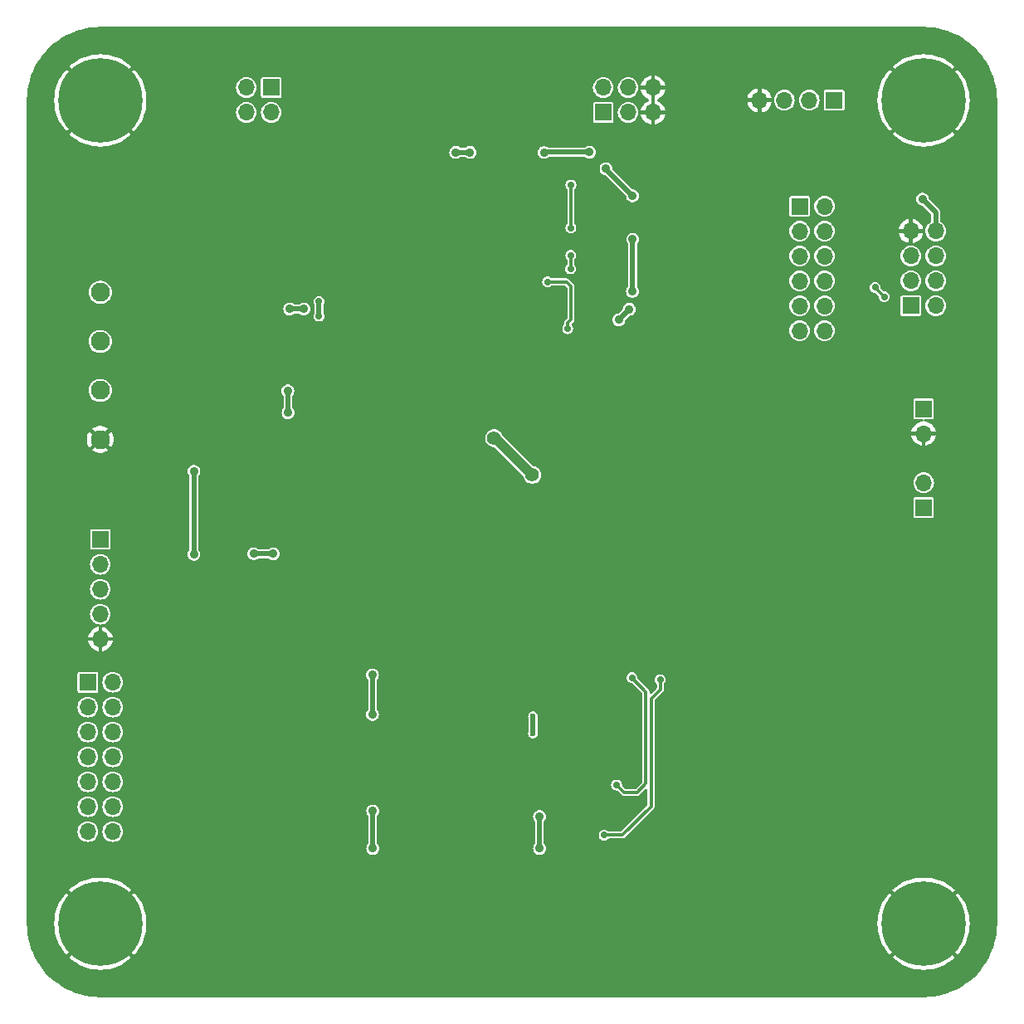
<source format=gbr>
%TF.GenerationSoftware,KiCad,Pcbnew,8.0.2*%
%TF.CreationDate,2024-07-16T14:45:12-07:00*%
%TF.ProjectId,ptn,70746e2e-6b69-4636-9164-5f7063625858,1*%
%TF.SameCoordinates,Original*%
%TF.FileFunction,Copper,L2,Bot*%
%TF.FilePolarity,Positive*%
%FSLAX46Y46*%
G04 Gerber Fmt 4.6, Leading zero omitted, Abs format (unit mm)*
G04 Created by KiCad (PCBNEW 8.0.2) date 2024-07-16 14:45:12*
%MOMM*%
%LPD*%
G01*
G04 APERTURE LIST*
%TA.AperFunction,ComponentPad*%
%ADD10C,8.600000*%
%TD*%
%TA.AperFunction,ComponentPad*%
%ADD11R,1.700000X1.700000*%
%TD*%
%TA.AperFunction,ComponentPad*%
%ADD12O,1.700000X1.700000*%
%TD*%
%TA.AperFunction,ComponentPad*%
%ADD13C,1.950000*%
%TD*%
%TA.AperFunction,ViaPad*%
%ADD14C,0.700000*%
%TD*%
%TA.AperFunction,ViaPad*%
%ADD15C,0.900000*%
%TD*%
%TA.AperFunction,ViaPad*%
%ADD16C,1.400000*%
%TD*%
%TA.AperFunction,ViaPad*%
%ADD17C,0.600000*%
%TD*%
%TA.AperFunction,Conductor*%
%ADD18C,0.300000*%
%TD*%
%TA.AperFunction,Conductor*%
%ADD19C,1.000000*%
%TD*%
%TA.AperFunction,Conductor*%
%ADD20C,0.500000*%
%TD*%
G04 APERTURE END LIST*
D10*
%TO.P,H3,1,1*%
%TO.N,GND*%
X80000000Y-134000000D03*
%TD*%
D11*
%TO.P,J4,1,Pin_1*%
%TO.N,STM32_ADC1_IN0*%
X164000000Y-81460000D03*
D12*
%TO.P,J4,2,Pin_2*%
%TO.N,GND*%
X164000000Y-84000000D03*
%TD*%
D11*
%TO.P,J3,1,Pin_1*%
%TO.N,NRF24L01P_IRQ*%
X151345000Y-60800000D03*
D12*
%TO.P,J3,2,Pin_2*%
%TO.N,STM32_NRF_CE*%
X151345000Y-63340000D03*
%TO.P,J3,3,Pin_3*%
%TO.N,STM32_SPI2_MOSI*%
X151345000Y-65879999D03*
%TO.P,J3,4,Pin_4*%
%TO.N,STM32_SPI2_MISO*%
X151345000Y-68420000D03*
%TO.P,J3,5,Pin_5*%
%TO.N,STM32_SPI2_SCK*%
X151345000Y-70960000D03*
%TO.P,J3,6,Pin_6*%
%TO.N,STM32_SPI2_SSN*%
X151345000Y-73500000D03*
%TO.P,J3,7,Pin_7*%
%TO.N,NRF24L01P_SSN*%
X153885000Y-73500000D03*
%TO.P,J3,8,Pin_8*%
%TO.N,NRF24L01P_SCK*%
X153885000Y-70960000D03*
%TO.P,J3,9,Pin_9*%
%TO.N,NRF24L01P_MISO*%
X153885000Y-68420000D03*
%TO.P,J3,10,Pin_10*%
%TO.N,NRF24L01P_MOSI*%
X153885000Y-65880000D03*
%TO.P,J3,11,Pin_11*%
%TO.N,NRF24L01P_CE*%
X153885000Y-63340000D03*
%TO.P,J3,12,Pin_12*%
%TO.N,NRF24L01P_IRQ*%
X153885000Y-60800000D03*
%TD*%
D13*
%TO.P,J1,1,1*%
%TO.N,CANL*%
X79990000Y-69590000D03*
%TO.P,J1,2,2*%
%TO.N,CANH*%
X79990000Y-74590000D03*
%TO.P,J1,3,3*%
%TO.N,/12V_IN*%
X79990000Y-79590000D03*
%TO.P,J1,4,4*%
%TO.N,GND*%
X79990000Y-84590000D03*
%TD*%
D10*
%TO.P,H1,1,1*%
%TO.N,GND*%
X80000000Y-50000000D03*
%TD*%
D11*
%TO.P,J10,1,Pin_1*%
%TO.N,+3.3V*%
X131310000Y-51230000D03*
D12*
%TO.P,J10,2,Pin_2*%
%TO.N,Net-(J10-Pin_2)*%
X133850000Y-51230000D03*
%TO.P,J10,3,Pin_3*%
%TO.N,GND*%
X136389999Y-51230000D03*
%TO.P,J10,4,Pin_4*%
X136390000Y-48690000D03*
%TO.P,J10,5,Pin_5*%
%TO.N,Net-(J10-Pin_5)*%
X133850000Y-48690000D03*
%TO.P,J10,6,Pin_6*%
%TO.N,+3.3V*%
X131310000Y-48690000D03*
%TD*%
D10*
%TO.P,H4,1,1*%
%TO.N,GND*%
X164000000Y-134000000D03*
%TD*%
D12*
%TO.P,J2,1,Pin_1*%
%TO.N,NRF24L01P_IRQ*%
X165240000Y-70950000D03*
%TO.P,J2,2,Pin_2*%
%TO.N,NRF24L01P_MOSI*%
X165240000Y-68410000D03*
%TO.P,J2,3,Pin_3*%
%TO.N,NRF24L01P_SSN*%
X165240000Y-65870000D03*
%TO.P,J2,4,Pin_4*%
%TO.N,+3.3V*%
X165240000Y-63330000D03*
%TO.P,J2,5,Pin_5*%
%TO.N,GND*%
X162700000Y-63330000D03*
%TO.P,J2,6,Pin_6*%
%TO.N,NRF24L01P_CE*%
X162700000Y-65870001D03*
%TO.P,J2,7,Pin_7*%
%TO.N,NRF24L01P_SCK*%
X162700000Y-68410000D03*
D11*
%TO.P,J2,8,Pin_8*%
%TO.N,NRF24L01P_MISO*%
X162700000Y-70950000D03*
%TD*%
%TO.P,J5,1,Pin_1*%
%TO.N,+5V*%
X80000000Y-94796000D03*
D12*
%TO.P,J5,2,Pin_2*%
%TO.N,+3.3V*%
X80000000Y-97336000D03*
%TO.P,J5,3,Pin_3*%
%TO.N,+3.3VA_VOUT*%
X80000000Y-99876000D03*
%TO.P,J5,4,Pin_4*%
%TO.N,+3.3VA*%
X80000000Y-102416000D03*
%TO.P,J5,5,Pin_5*%
%TO.N,GND*%
X80000000Y-104956000D03*
%TD*%
D11*
%TO.P,J6,1,Pin_1*%
%TO.N,STM32_ADF_LD*%
X78725000Y-109375000D03*
D12*
%TO.P,J6,2,Pin_2*%
%TO.N,STM32_ADF_PDBRF*%
X78725000Y-111915000D03*
%TO.P,J6,3,Pin_3*%
%TO.N,STM32_ADF_MUXOUT*%
X78725000Y-114454999D03*
%TO.P,J6,4,Pin_4*%
%TO.N,STM32_SPI1_SCK*%
X78725000Y-116995000D03*
%TO.P,J6,5,Pin_5*%
%TO.N,STM32_SPI1_MOSI*%
X78725000Y-119535000D03*
%TO.P,J6,6,Pin_6*%
%TO.N,STM32_SPI1_SSN*%
X78725000Y-122075000D03*
%TO.P,J6,7,Pin_7*%
%TO.N,STM32_ADF_CE*%
X78725000Y-124615000D03*
%TO.P,J6,8,Pin_8*%
%TO.N,ADF4351_CE*%
X81265000Y-124615000D03*
%TO.P,J6,9,Pin_9*%
%TO.N,ADF4351_SSN*%
X81265000Y-122075000D03*
%TO.P,J6,10,Pin_10*%
%TO.N,ADF4351_MOSI*%
X81265000Y-119535000D03*
%TO.P,J6,11,Pin_11*%
%TO.N,ADF4351_SCK*%
X81265000Y-116995000D03*
%TO.P,J6,12,Pin_12*%
%TO.N,ADF4351_MUXOUT*%
X81265000Y-114455000D03*
%TO.P,J6,13,Pin_13*%
%TO.N,ADF4351_PDBRF*%
X81265000Y-111915000D03*
%TO.P,J6,14,Pin_14*%
%TO.N,ADF4351_LD*%
X81265000Y-109375000D03*
%TD*%
D11*
%TO.P,J11,1,Pin_1*%
%TO.N,+3.3V*%
X154870000Y-49980000D03*
D12*
%TO.P,J11,2,Pin_2*%
%TO.N,SWDIO*%
X152330000Y-49980000D03*
%TO.P,J11,3,Pin_3*%
%TO.N,SWCLK*%
X149790001Y-49980000D03*
%TO.P,J11,4,Pin_4*%
%TO.N,GND*%
X147250000Y-49980000D03*
%TD*%
D11*
%TO.P,J8,1,Pin_1*%
%TO.N,STM32_USART3_TX*%
X164000000Y-91550000D03*
D12*
%TO.P,J8,2,Pin_2*%
%TO.N,STM32_USART3_RX*%
X164000000Y-89010000D03*
%TD*%
D10*
%TO.P,H2,1,1*%
%TO.N,GND*%
X164000000Y-50000000D03*
%TD*%
D11*
%TO.P,J7,1,Pin_1*%
%TO.N,STM32_CANTX*%
X97430000Y-48690000D03*
D12*
%TO.P,J7,2,Pin_2*%
%TO.N,STM32_CANRX*%
X94890000Y-48690000D03*
%TO.P,J7,3,Pin_3*%
%TO.N,MCP2551_CANRX*%
X94890000Y-51230000D03*
%TO.P,J7,4,Pin_4*%
%TO.N,MCP2551_CANTX*%
X97430000Y-51230000D03*
%TD*%
D14*
%TO.N,GND*%
X141220000Y-111820000D03*
X141220000Y-110850000D03*
X141220000Y-109850000D03*
X135790000Y-109024000D03*
X137590000Y-111290000D03*
X98070000Y-123380000D03*
X98070000Y-120820000D03*
X98070000Y-118290000D03*
D15*
%TO.N,+5V*%
X100780000Y-71280000D03*
D16*
X120160000Y-84460000D03*
X124062965Y-88212965D03*
D15*
X99320000Y-71280000D03*
D14*
%TO.N,GND*%
X159900000Y-117750000D03*
X145250000Y-117750000D03*
X154250000Y-104750000D03*
X154250000Y-110000000D03*
X102800000Y-104910000D03*
X89560000Y-77540000D03*
X156300000Y-115350000D03*
X152700000Y-117750000D03*
X170600000Y-107750000D03*
X170600000Y-104750000D03*
X158100000Y-117750000D03*
X161700000Y-115350000D03*
X166100000Y-110250000D03*
X102700000Y-77700000D03*
X165300000Y-117750000D03*
X151100000Y-122750000D03*
X103600000Y-77700000D03*
X167600000Y-111550000D03*
X168575000Y-112675000D03*
X110750000Y-121700000D03*
X167600000Y-120300000D03*
X123150000Y-71850000D03*
X170525000Y-111550000D03*
X116750000Y-110600000D03*
X117400000Y-113450000D03*
X107500000Y-76300000D03*
X144350000Y-117750000D03*
X126750000Y-126400000D03*
X150500000Y-118300000D03*
X141600000Y-122750000D03*
X149600000Y-118300000D03*
X151500000Y-110000000D03*
X168575000Y-120300000D03*
X122750000Y-110600000D03*
X161100000Y-107750000D03*
X160800000Y-117750000D03*
X156150000Y-126350000D03*
X159000000Y-117750000D03*
X99030000Y-72570000D03*
X154250000Y-107750000D03*
X127370000Y-112510000D03*
X166100000Y-122750000D03*
X166100000Y-118950000D03*
X161100000Y-122750000D03*
X156100000Y-107750000D03*
X148050000Y-104750000D03*
X103782499Y-67530000D03*
X142550000Y-117750000D03*
X146600000Y-122750000D03*
X125150000Y-107750000D03*
X138050000Y-115350000D03*
X101750000Y-99440000D03*
X115180000Y-56980000D03*
X156100000Y-104750000D03*
X159000000Y-115350000D03*
X110750000Y-110600000D03*
X147050000Y-117750000D03*
X143150000Y-110950000D03*
X143450000Y-115350000D03*
X164400000Y-117750000D03*
X162600000Y-117750000D03*
X164400000Y-115350000D03*
X170600000Y-122750000D03*
X116260000Y-66390000D03*
X106600000Y-74600000D03*
X124600000Y-66550000D03*
X137150000Y-117750000D03*
X141650000Y-126350000D03*
X170600000Y-110250000D03*
X151150000Y-126350000D03*
X162600000Y-115350000D03*
X139850000Y-117750000D03*
X156300000Y-117750000D03*
X130418000Y-116304000D03*
X116750000Y-126300000D03*
X118670000Y-47760000D03*
X158100000Y-115350000D03*
X97420000Y-100790000D03*
X166625000Y-111550000D03*
X144350000Y-115350000D03*
X140450000Y-104750000D03*
X170100000Y-118950000D03*
X168350000Y-110250000D03*
X168350000Y-122750000D03*
X127860000Y-110320000D03*
X141650000Y-115350000D03*
X154500000Y-117750000D03*
X147950000Y-117750000D03*
X161100000Y-104750000D03*
X169550000Y-112675000D03*
X149600000Y-115560000D03*
X139850000Y-115350000D03*
X104782499Y-68430000D03*
X145050000Y-104750000D03*
X157000000Y-111500000D03*
X140750000Y-117750000D03*
X149316504Y-58195000D03*
X106500000Y-76300000D03*
X104782499Y-67530000D03*
X167600000Y-112675000D03*
X166625000Y-112675000D03*
X163500000Y-117750000D03*
X120420000Y-65120000D03*
X122750000Y-118600000D03*
X170525000Y-120300000D03*
X118140000Y-64770000D03*
X103782499Y-68430000D03*
X153600000Y-117750000D03*
X125200000Y-63050000D03*
X161150000Y-126350000D03*
X168350000Y-113950000D03*
X140450000Y-107750000D03*
X138950000Y-117750000D03*
X170525000Y-112675000D03*
X97410000Y-106210000D03*
X153900000Y-115350000D03*
X131418000Y-117304000D03*
X138950000Y-115350000D03*
X156100000Y-112400000D03*
X156150000Y-109450000D03*
X125150000Y-104750000D03*
X143450000Y-117750000D03*
X145050000Y-107750000D03*
X133250000Y-110760000D03*
X110750000Y-107750000D03*
X98309999Y-106210000D03*
X132418000Y-116304000D03*
X118410000Y-118030000D03*
X133240000Y-64550000D03*
X166150000Y-126350000D03*
X104600000Y-77700000D03*
X145250000Y-115350000D03*
X120430000Y-61430000D03*
X160800000Y-115350000D03*
X130418000Y-115304000D03*
X105400000Y-76300000D03*
X166100000Y-113950000D03*
X156100000Y-122750000D03*
X153000000Y-115350000D03*
X148050000Y-107750000D03*
X106582499Y-70130000D03*
X122750000Y-121650000D03*
X159900000Y-115350000D03*
X117400000Y-114450000D03*
X106600000Y-73500000D03*
X131150000Y-104750000D03*
X122750000Y-126400000D03*
X132418000Y-115304000D03*
X169550000Y-120300000D03*
X100840000Y-104910000D03*
X154200000Y-113600000D03*
X100820000Y-99440000D03*
X125250000Y-110600000D03*
X136650000Y-126350000D03*
X147050000Y-115350000D03*
X150500000Y-116460000D03*
X166625000Y-121425000D03*
X102790000Y-99440000D03*
X107600000Y-85790000D03*
X119440000Y-62630000D03*
X98319999Y-100790000D03*
X157050000Y-113600000D03*
X154250000Y-111550000D03*
X157200000Y-117750000D03*
X131418000Y-116304000D03*
X151550000Y-104750000D03*
X170650000Y-126350000D03*
X140750000Y-115350000D03*
X169550000Y-121425000D03*
X138050000Y-117750000D03*
X133100000Y-126350000D03*
X156280000Y-114350000D03*
X110750000Y-114650000D03*
X146150000Y-115350000D03*
X116800000Y-104750000D03*
X170525000Y-121425000D03*
X168575000Y-111550000D03*
X151550000Y-107750000D03*
X151800000Y-117750000D03*
X161100000Y-110250000D03*
X110800000Y-104750000D03*
X112510000Y-58820000D03*
X151500000Y-114150000D03*
X133100000Y-122750000D03*
X166100000Y-104750000D03*
X150500000Y-117400000D03*
X152850000Y-112750000D03*
X122750000Y-107750000D03*
X146670000Y-112930000D03*
X166625000Y-120300000D03*
X142550000Y-115350000D03*
X129500000Y-68540000D03*
X166100000Y-107750000D03*
X161700000Y-117750000D03*
X165300000Y-115350000D03*
X130418000Y-117304000D03*
X151500000Y-111550000D03*
X122750000Y-114600000D03*
X146150000Y-117750000D03*
X155400000Y-117750000D03*
X101760000Y-104910000D03*
X167600000Y-121425000D03*
X110750000Y-126300000D03*
X146650000Y-126350000D03*
X169550000Y-111550000D03*
X149600000Y-116460000D03*
X157200000Y-115350000D03*
X122750000Y-104750000D03*
X123150000Y-70250000D03*
X150500000Y-115560000D03*
X110750000Y-118600000D03*
X157000000Y-110400000D03*
X136600000Y-122750000D03*
X126730000Y-121740000D03*
X168350000Y-118950000D03*
X149600000Y-117400000D03*
X141650000Y-117750000D03*
X106582499Y-71130000D03*
X163500000Y-115350000D03*
X132418000Y-117304000D03*
X170100000Y-113950000D03*
X131418000Y-115304000D03*
X116750000Y-107750000D03*
X116750000Y-121700000D03*
X168575000Y-121425000D03*
%TO.N,ADF4351_CPOUT*%
X132670000Y-119850000D03*
X134240000Y-108914000D03*
D15*
%TO.N,+3.3V*%
X116260000Y-55310000D03*
X133950000Y-71310000D03*
D14*
X102300000Y-70520000D03*
D15*
X129900000Y-55290000D03*
X99140000Y-79640000D03*
X125270000Y-55320000D03*
X163890000Y-60070000D03*
X134300000Y-59740000D03*
X89540000Y-96310000D03*
X99150000Y-81870000D03*
D14*
X102310000Y-72010000D03*
D15*
X134320000Y-64180000D03*
X131590000Y-56980000D03*
X89550000Y-87840000D03*
X117720000Y-55310000D03*
X134284877Y-69495123D03*
X132898812Y-72391188D03*
%TO.N,+3.3VA*%
X107790000Y-122500000D03*
D17*
X124140000Y-112850000D03*
D15*
X107790000Y-126330000D03*
X124810000Y-123060000D03*
X107770000Y-112650000D03*
X107760000Y-108630000D03*
X124810000Y-126320000D03*
D17*
X124140000Y-114590000D03*
D15*
%TO.N,+3.3VA_VOUT*%
X97660000Y-96260000D03*
X95660000Y-96250000D03*
D14*
%TO.N,NRF24L01P_MISO*%
X159060000Y-69080000D03*
X159980000Y-70040000D03*
%TO.N,STM32_ADF_MUXOUT*%
X127680000Y-73300000D03*
X125630000Y-68510000D03*
%TO.N,STM32_BOOT1*%
X128010000Y-58650000D03*
X128000000Y-63000000D03*
X128000000Y-65820000D03*
X127990000Y-67180000D03*
%TO.N,Net-(R4-Pad2)*%
X137130000Y-109100000D03*
X131410000Y-124960000D03*
%TD*%
D18*
%TO.N,Net-(R4-Pad2)*%
X133260000Y-124960000D02*
X131410000Y-124960000D01*
X137130000Y-110100000D02*
X136190000Y-111040000D01*
X136190000Y-122030000D02*
X133260000Y-124960000D01*
X137130000Y-109100000D02*
X137130000Y-110100000D01*
X136190000Y-111040000D02*
X136190000Y-122030000D01*
D19*
%TO.N,+5V*%
X120160000Y-84460000D02*
X120310000Y-84460000D01*
D20*
X100780000Y-71280000D02*
X99320000Y-71280000D01*
D19*
X120310000Y-84460000D02*
X124062965Y-88212965D01*
D18*
%TO.N,ADF4351_CPOUT*%
X134750000Y-120630000D02*
X133450000Y-120630000D01*
X134240000Y-108914000D02*
X135670000Y-110344000D01*
X135670000Y-110344000D02*
X135670000Y-119710000D01*
X133450000Y-120630000D02*
X132670000Y-119850000D01*
X135670000Y-119710000D02*
X134750000Y-120630000D01*
D20*
%TO.N,+3.3V*%
X134320000Y-69460000D02*
X134284877Y-69495123D01*
X133950000Y-71310000D02*
X133950000Y-71340000D01*
X102300000Y-70520000D02*
X102300000Y-72000000D01*
X165240000Y-61420000D02*
X165240000Y-63330000D01*
X129900000Y-55290000D02*
X129890000Y-55280000D01*
X131590000Y-57030000D02*
X134300000Y-59740000D01*
X99140000Y-81860000D02*
X99150000Y-81870000D01*
X89550000Y-96300000D02*
X89540000Y-96310000D01*
X102300000Y-72000000D02*
X102310000Y-72010000D01*
X163890000Y-60070000D02*
X165240000Y-61420000D01*
X134320000Y-64180000D02*
X134320000Y-69460000D01*
X117720000Y-55310000D02*
X116260000Y-55310000D01*
X89550000Y-87840000D02*
X89550000Y-96300000D01*
X125310000Y-55280000D02*
X125270000Y-55320000D01*
X133950000Y-71340000D02*
X132898812Y-72391188D01*
X99140000Y-79640000D02*
X99140000Y-81860000D01*
X129890000Y-55280000D02*
X125310000Y-55280000D01*
X131590000Y-56980000D02*
X131590000Y-57030000D01*
%TO.N,+3.3VA*%
X124810000Y-126320000D02*
X124810000Y-123060000D01*
X124140000Y-114590000D02*
X124140000Y-112850000D01*
%TO.N,+3.3VA_VOUT*%
X97660000Y-96260000D02*
X95670000Y-96260000D01*
X95670000Y-96260000D02*
X95660000Y-96250000D01*
D18*
%TO.N,NRF24L01P_MISO*%
X159060000Y-69080000D02*
X159060000Y-69120000D01*
X159060000Y-69120000D02*
X159980000Y-70040000D01*
%TO.N,STM32_ADF_MUXOUT*%
X125630000Y-68510000D02*
X127550000Y-68510000D01*
X127550000Y-68510000D02*
X128000000Y-68960000D01*
X128000000Y-72390000D02*
X127750000Y-72640000D01*
X127680000Y-72710000D02*
X127680000Y-73300000D01*
X128000000Y-70300000D02*
X128000000Y-72390000D01*
X127750000Y-72640000D02*
X127680000Y-72710000D01*
X128000000Y-68960000D02*
X128000000Y-70300000D01*
%TO.N,STM32_BOOT1*%
X128010000Y-58650000D02*
X128000000Y-58660000D01*
X127990000Y-65830000D02*
X128000000Y-65820000D01*
X127990000Y-67180000D02*
X127990000Y-65830000D01*
X128000000Y-58660000D02*
X128000000Y-63000000D01*
D20*
%TO.N,+3.3VA*%
X107770000Y-112650000D02*
X107770000Y-108640000D01*
X107770000Y-108640000D02*
X107760000Y-108630000D01*
X107790000Y-122500000D02*
X107790000Y-126330000D01*
%TD*%
%TA.AperFunction,Conductor*%
%TO.N,GND*%
G36*
X136590000Y-49938158D02*
G01*
X136589999Y-49938161D01*
X136589999Y-50768120D01*
X136582992Y-50764075D01*
X136455825Y-50730000D01*
X136324173Y-50730000D01*
X136197006Y-50764075D01*
X136189999Y-50768120D01*
X136189999Y-49981838D01*
X136190000Y-49981834D01*
X136190000Y-49151879D01*
X136197007Y-49155925D01*
X136324174Y-49190000D01*
X136455826Y-49190000D01*
X136582993Y-49155925D01*
X136590000Y-49151879D01*
X136590000Y-49938158D01*
G37*
%TD.AperFunction*%
%TA.AperFunction,Conductor*%
G36*
X164002107Y-42500571D02*
G01*
X164507564Y-42517838D01*
X164515987Y-42518415D01*
X165016994Y-42569920D01*
X165025332Y-42571066D01*
X165521648Y-42656640D01*
X165529937Y-42658362D01*
X166019240Y-42777602D01*
X166027354Y-42779875D01*
X166468973Y-42920039D01*
X166507400Y-42932235D01*
X166515355Y-42935061D01*
X166983906Y-43119835D01*
X166991614Y-43123183D01*
X167446439Y-43339489D01*
X167453931Y-43343370D01*
X167600006Y-43425504D01*
X167892926Y-43590205D01*
X167900160Y-43594604D01*
X168321284Y-43870819D01*
X168328185Y-43875690D01*
X168729485Y-44180006D01*
X168736029Y-44185330D01*
X169115612Y-44516310D01*
X169121800Y-44522089D01*
X169477910Y-44878199D01*
X169483689Y-44884387D01*
X169814666Y-45263966D01*
X169819996Y-45270517D01*
X169974749Y-45474590D01*
X170124303Y-45671806D01*
X170129186Y-45678723D01*
X170405395Y-46099839D01*
X170409794Y-46107073D01*
X170656622Y-46546055D01*
X170660516Y-46553571D01*
X170792103Y-46830260D01*
X170876808Y-47008368D01*
X170880170Y-47016107D01*
X171052967Y-47454288D01*
X171064929Y-47484621D01*
X171067764Y-47492599D01*
X171220118Y-47972626D01*
X171222402Y-47980779D01*
X171341636Y-48470061D01*
X171343359Y-48478351D01*
X171428929Y-48974642D01*
X171430082Y-48983030D01*
X171481583Y-49483999D01*
X171482161Y-49492446D01*
X171499428Y-49997891D01*
X171499500Y-50002125D01*
X171499500Y-133997874D01*
X171499428Y-134002108D01*
X171482161Y-134507553D01*
X171481583Y-134516000D01*
X171430082Y-135016969D01*
X171428929Y-135025357D01*
X171343359Y-135521648D01*
X171341636Y-135529938D01*
X171222402Y-136019220D01*
X171220118Y-136027373D01*
X171067764Y-136507400D01*
X171064929Y-136515378D01*
X170880174Y-136983882D01*
X170876808Y-136991631D01*
X170660517Y-137446426D01*
X170656622Y-137453944D01*
X170409794Y-137892926D01*
X170405395Y-137900160D01*
X170129186Y-138321276D01*
X170124303Y-138328193D01*
X169820003Y-138729473D01*
X169814659Y-138736041D01*
X169483689Y-139115612D01*
X169477910Y-139121800D01*
X169121800Y-139477910D01*
X169115612Y-139483689D01*
X168736041Y-139814659D01*
X168729473Y-139820003D01*
X168328193Y-140124303D01*
X168321276Y-140129186D01*
X167900160Y-140405395D01*
X167892926Y-140409794D01*
X167453944Y-140656622D01*
X167446426Y-140660517D01*
X166991631Y-140876808D01*
X166983882Y-140880174D01*
X166578583Y-141040004D01*
X166515378Y-141064929D01*
X166507400Y-141067764D01*
X166027373Y-141220118D01*
X166019220Y-141222402D01*
X165529938Y-141341636D01*
X165521648Y-141343359D01*
X165025357Y-141428929D01*
X165016969Y-141430082D01*
X164516000Y-141481583D01*
X164507553Y-141482161D01*
X164041606Y-141498078D01*
X164002106Y-141499428D01*
X163997875Y-141499500D01*
X80002125Y-141499500D01*
X79997893Y-141499428D01*
X79955922Y-141497994D01*
X79492446Y-141482161D01*
X79483999Y-141481583D01*
X78983030Y-141430082D01*
X78974642Y-141428929D01*
X78478351Y-141343359D01*
X78470061Y-141341636D01*
X77980779Y-141222402D01*
X77972626Y-141220118D01*
X77492599Y-141067764D01*
X77484628Y-141064931D01*
X77016107Y-140880170D01*
X77008368Y-140876808D01*
X76553573Y-140660517D01*
X76546055Y-140656622D01*
X76107073Y-140409794D01*
X76099839Y-140405395D01*
X75678723Y-140129186D01*
X75671806Y-140124303D01*
X75270517Y-139819996D01*
X75263966Y-139814666D01*
X74884387Y-139483689D01*
X74878199Y-139477910D01*
X74522089Y-139121800D01*
X74516310Y-139115612D01*
X74375395Y-138954004D01*
X74185330Y-138736029D01*
X74180006Y-138729485D01*
X73875690Y-138328185D01*
X73870813Y-138321276D01*
X73798978Y-138211755D01*
X73594604Y-137900160D01*
X73590205Y-137892926D01*
X73374950Y-137510096D01*
X73343370Y-137453931D01*
X73339489Y-137446439D01*
X73123183Y-136991614D01*
X73119835Y-136983906D01*
X72935061Y-136515355D01*
X72932235Y-136507400D01*
X72920012Y-136468887D01*
X72779875Y-136027354D01*
X72777602Y-136019240D01*
X72658362Y-135529937D01*
X72656640Y-135521648D01*
X72571066Y-135025332D01*
X72569920Y-135016994D01*
X72518415Y-134515987D01*
X72517838Y-134507552D01*
X72500572Y-134002107D01*
X72500536Y-134000000D01*
X75294980Y-134000000D01*
X75315052Y-134434133D01*
X75375091Y-134864542D01*
X75375093Y-134864550D01*
X75474590Y-135287587D01*
X75612702Y-135699655D01*
X75612705Y-135699662D01*
X75788230Y-136097189D01*
X75788244Y-136097218D01*
X75999706Y-136476866D01*
X75999710Y-136476872D01*
X76245314Y-136835411D01*
X76522938Y-137169739D01*
X76522956Y-137169759D01*
X76535177Y-137181980D01*
X78343799Y-135373357D01*
X78380076Y-135420635D01*
X78579365Y-135619924D01*
X78626642Y-135656200D01*
X76818020Y-137464823D01*
X76830240Y-137477043D01*
X76830260Y-137477061D01*
X77164588Y-137754685D01*
X77523127Y-138000289D01*
X77523133Y-138000293D01*
X77902781Y-138211755D01*
X77902810Y-138211769D01*
X78300337Y-138387294D01*
X78300344Y-138387297D01*
X78712412Y-138525409D01*
X79135449Y-138624906D01*
X79135457Y-138624908D01*
X79565866Y-138684947D01*
X80000000Y-138705019D01*
X80434133Y-138684947D01*
X80864542Y-138624908D01*
X80864550Y-138624906D01*
X81287587Y-138525409D01*
X81699655Y-138387297D01*
X81699662Y-138387294D01*
X82097189Y-138211769D01*
X82097218Y-138211755D01*
X82476866Y-138000293D01*
X82476872Y-138000289D01*
X82835411Y-137754685D01*
X83169739Y-137477061D01*
X83169759Y-137477043D01*
X83181980Y-137464823D01*
X81373357Y-135656200D01*
X81420635Y-135619924D01*
X81619924Y-135420635D01*
X81656200Y-135373357D01*
X83464823Y-137181980D01*
X83477043Y-137169759D01*
X83477061Y-137169739D01*
X83754685Y-136835411D01*
X84000289Y-136476872D01*
X84000293Y-136476866D01*
X84211755Y-136097218D01*
X84211769Y-136097189D01*
X84387294Y-135699662D01*
X84387297Y-135699655D01*
X84525409Y-135287587D01*
X84624906Y-134864550D01*
X84624908Y-134864542D01*
X84684947Y-134434133D01*
X84705019Y-134000000D01*
X159294980Y-134000000D01*
X159315052Y-134434133D01*
X159375091Y-134864542D01*
X159375093Y-134864550D01*
X159474590Y-135287587D01*
X159612702Y-135699655D01*
X159612705Y-135699662D01*
X159788230Y-136097189D01*
X159788244Y-136097218D01*
X159999706Y-136476866D01*
X159999710Y-136476872D01*
X160245314Y-136835411D01*
X160522938Y-137169739D01*
X160522956Y-137169759D01*
X160535177Y-137181980D01*
X162343799Y-135373357D01*
X162380076Y-135420635D01*
X162579365Y-135619924D01*
X162626642Y-135656200D01*
X160818020Y-137464823D01*
X160830240Y-137477043D01*
X160830260Y-137477061D01*
X161164588Y-137754685D01*
X161523127Y-138000289D01*
X161523133Y-138000293D01*
X161902781Y-138211755D01*
X161902810Y-138211769D01*
X162300337Y-138387294D01*
X162300344Y-138387297D01*
X162712412Y-138525409D01*
X163135449Y-138624906D01*
X163135457Y-138624908D01*
X163565866Y-138684947D01*
X164000000Y-138705019D01*
X164434133Y-138684947D01*
X164864542Y-138624908D01*
X164864550Y-138624906D01*
X165287587Y-138525409D01*
X165699655Y-138387297D01*
X165699662Y-138387294D01*
X166097189Y-138211769D01*
X166097218Y-138211755D01*
X166476866Y-138000293D01*
X166476872Y-138000289D01*
X166835411Y-137754685D01*
X167169739Y-137477061D01*
X167169759Y-137477043D01*
X167181980Y-137464823D01*
X165373357Y-135656200D01*
X165420635Y-135619924D01*
X165619924Y-135420635D01*
X165656200Y-135373357D01*
X167464823Y-137181980D01*
X167477043Y-137169759D01*
X167477061Y-137169739D01*
X167754685Y-136835411D01*
X168000289Y-136476872D01*
X168000293Y-136476866D01*
X168211755Y-136097218D01*
X168211769Y-136097189D01*
X168387294Y-135699662D01*
X168387297Y-135699655D01*
X168525409Y-135287587D01*
X168624906Y-134864550D01*
X168624908Y-134864542D01*
X168684947Y-134434133D01*
X168705019Y-134000000D01*
X168684947Y-133565866D01*
X168624908Y-133135457D01*
X168624906Y-133135449D01*
X168525409Y-132712412D01*
X168387297Y-132300344D01*
X168387294Y-132300337D01*
X168211769Y-131902810D01*
X168211755Y-131902781D01*
X168000293Y-131523133D01*
X168000289Y-131523127D01*
X167754685Y-131164588D01*
X167477061Y-130830260D01*
X167477043Y-130830240D01*
X167464823Y-130818020D01*
X165656200Y-132626642D01*
X165619924Y-132579365D01*
X165420635Y-132380076D01*
X165373357Y-132343799D01*
X167181980Y-130535177D01*
X167169759Y-130522956D01*
X167169739Y-130522938D01*
X166835411Y-130245314D01*
X166476872Y-129999710D01*
X166476866Y-129999706D01*
X166097218Y-129788244D01*
X166097189Y-129788230D01*
X165699662Y-129612705D01*
X165699655Y-129612702D01*
X165287587Y-129474590D01*
X164864550Y-129375093D01*
X164864542Y-129375091D01*
X164434133Y-129315052D01*
X164000000Y-129294980D01*
X163565866Y-129315052D01*
X163135457Y-129375091D01*
X163135449Y-129375093D01*
X162712412Y-129474590D01*
X162300344Y-129612702D01*
X162300337Y-129612705D01*
X161902810Y-129788230D01*
X161902781Y-129788244D01*
X161523133Y-129999706D01*
X161523127Y-129999710D01*
X161164588Y-130245314D01*
X160830260Y-130522938D01*
X160830240Y-130522956D01*
X160818020Y-130535177D01*
X162626642Y-132343799D01*
X162579365Y-132380076D01*
X162380076Y-132579365D01*
X162343799Y-132626642D01*
X160535177Y-130818020D01*
X160522956Y-130830240D01*
X160522938Y-130830260D01*
X160245314Y-131164588D01*
X159999710Y-131523127D01*
X159999706Y-131523133D01*
X159788244Y-131902781D01*
X159788230Y-131902810D01*
X159612705Y-132300337D01*
X159612702Y-132300344D01*
X159474590Y-132712412D01*
X159375093Y-133135449D01*
X159375091Y-133135457D01*
X159315052Y-133565866D01*
X159294980Y-134000000D01*
X84705019Y-134000000D01*
X84684947Y-133565866D01*
X84624908Y-133135457D01*
X84624906Y-133135449D01*
X84525409Y-132712412D01*
X84387297Y-132300344D01*
X84387294Y-132300337D01*
X84211769Y-131902810D01*
X84211755Y-131902781D01*
X84000293Y-131523133D01*
X84000289Y-131523127D01*
X83754685Y-131164588D01*
X83477061Y-130830260D01*
X83477043Y-130830240D01*
X83464823Y-130818020D01*
X81656200Y-132626642D01*
X81619924Y-132579365D01*
X81420635Y-132380076D01*
X81373357Y-132343799D01*
X83181980Y-130535177D01*
X83169759Y-130522956D01*
X83169739Y-130522938D01*
X82835411Y-130245314D01*
X82476872Y-129999710D01*
X82476866Y-129999706D01*
X82097218Y-129788244D01*
X82097189Y-129788230D01*
X81699662Y-129612705D01*
X81699655Y-129612702D01*
X81287587Y-129474590D01*
X80864550Y-129375093D01*
X80864542Y-129375091D01*
X80434133Y-129315052D01*
X80000000Y-129294980D01*
X79565866Y-129315052D01*
X79135457Y-129375091D01*
X79135449Y-129375093D01*
X78712412Y-129474590D01*
X78300344Y-129612702D01*
X78300337Y-129612705D01*
X77902810Y-129788230D01*
X77902781Y-129788244D01*
X77523133Y-129999706D01*
X77523127Y-129999710D01*
X77164588Y-130245314D01*
X76830260Y-130522938D01*
X76830240Y-130522956D01*
X76818020Y-130535177D01*
X78626642Y-132343799D01*
X78579365Y-132380076D01*
X78380076Y-132579365D01*
X78343799Y-132626642D01*
X76535177Y-130818020D01*
X76522956Y-130830240D01*
X76522938Y-130830260D01*
X76245314Y-131164588D01*
X75999710Y-131523127D01*
X75999706Y-131523133D01*
X75788244Y-131902781D01*
X75788230Y-131902810D01*
X75612705Y-132300337D01*
X75612702Y-132300344D01*
X75474590Y-132712412D01*
X75375093Y-133135449D01*
X75375091Y-133135457D01*
X75315052Y-133565866D01*
X75294980Y-134000000D01*
X72500536Y-134000000D01*
X72500500Y-133997874D01*
X72500500Y-124615000D01*
X77669417Y-124615000D01*
X77689699Y-124820932D01*
X77689700Y-124820934D01*
X77749768Y-125018954D01*
X77847315Y-125201450D01*
X77847317Y-125201452D01*
X77978589Y-125361410D01*
X78075209Y-125440702D01*
X78138550Y-125492685D01*
X78321046Y-125590232D01*
X78519066Y-125650300D01*
X78519065Y-125650300D01*
X78537529Y-125652118D01*
X78725000Y-125670583D01*
X78930934Y-125650300D01*
X79128954Y-125590232D01*
X79311450Y-125492685D01*
X79471410Y-125361410D01*
X79602685Y-125201450D01*
X79700232Y-125018954D01*
X79760300Y-124820934D01*
X79780583Y-124615000D01*
X80209417Y-124615000D01*
X80229699Y-124820932D01*
X80229700Y-124820934D01*
X80289768Y-125018954D01*
X80387315Y-125201450D01*
X80387317Y-125201452D01*
X80518589Y-125361410D01*
X80615209Y-125440702D01*
X80678550Y-125492685D01*
X80861046Y-125590232D01*
X81059066Y-125650300D01*
X81059065Y-125650300D01*
X81077529Y-125652118D01*
X81265000Y-125670583D01*
X81470934Y-125650300D01*
X81668954Y-125590232D01*
X81851450Y-125492685D01*
X82011410Y-125361410D01*
X82142685Y-125201450D01*
X82240232Y-125018954D01*
X82300300Y-124820934D01*
X82320583Y-124615000D01*
X82300300Y-124409066D01*
X82240232Y-124211046D01*
X82142685Y-124028550D01*
X82090702Y-123965209D01*
X82011410Y-123868589D01*
X81851452Y-123737317D01*
X81851453Y-123737317D01*
X81851450Y-123737315D01*
X81668954Y-123639768D01*
X81470934Y-123579700D01*
X81470932Y-123579699D01*
X81470934Y-123579699D01*
X81265000Y-123559417D01*
X81059067Y-123579699D01*
X80861043Y-123639769D01*
X80750898Y-123698643D01*
X80678550Y-123737315D01*
X80678548Y-123737316D01*
X80678547Y-123737317D01*
X80518589Y-123868589D01*
X80387317Y-124028547D01*
X80289769Y-124211043D01*
X80229699Y-124409067D01*
X80209417Y-124615000D01*
X79780583Y-124615000D01*
X79760300Y-124409066D01*
X79700232Y-124211046D01*
X79602685Y-124028550D01*
X79550702Y-123965209D01*
X79471410Y-123868589D01*
X79311452Y-123737317D01*
X79311453Y-123737317D01*
X79311450Y-123737315D01*
X79128954Y-123639768D01*
X78930934Y-123579700D01*
X78930932Y-123579699D01*
X78930934Y-123579699D01*
X78725000Y-123559417D01*
X78519067Y-123579699D01*
X78321043Y-123639769D01*
X78210898Y-123698643D01*
X78138550Y-123737315D01*
X78138548Y-123737316D01*
X78138547Y-123737317D01*
X77978589Y-123868589D01*
X77847317Y-124028547D01*
X77749769Y-124211043D01*
X77689699Y-124409067D01*
X77669417Y-124615000D01*
X72500500Y-124615000D01*
X72500500Y-122075000D01*
X77669417Y-122075000D01*
X77689699Y-122280932D01*
X77719734Y-122379944D01*
X77749768Y-122478954D01*
X77847315Y-122661450D01*
X77847317Y-122661452D01*
X77978589Y-122821410D01*
X78075209Y-122900702D01*
X78138550Y-122952685D01*
X78321046Y-123050232D01*
X78519066Y-123110300D01*
X78519065Y-123110300D01*
X78537529Y-123112118D01*
X78725000Y-123130583D01*
X78930934Y-123110300D01*
X79128954Y-123050232D01*
X79311450Y-122952685D01*
X79471410Y-122821410D01*
X79602685Y-122661450D01*
X79700232Y-122478954D01*
X79760300Y-122280934D01*
X79780583Y-122075000D01*
X80209417Y-122075000D01*
X80229699Y-122280932D01*
X80259734Y-122379944D01*
X80289768Y-122478954D01*
X80387315Y-122661450D01*
X80387317Y-122661452D01*
X80518589Y-122821410D01*
X80615209Y-122900702D01*
X80678550Y-122952685D01*
X80861046Y-123050232D01*
X81059066Y-123110300D01*
X81059065Y-123110300D01*
X81077529Y-123112118D01*
X81265000Y-123130583D01*
X81470934Y-123110300D01*
X81668954Y-123050232D01*
X81851450Y-122952685D01*
X82011410Y-122821410D01*
X82142685Y-122661450D01*
X82228983Y-122499999D01*
X107134722Y-122499999D01*
X107134722Y-122500000D01*
X107153762Y-122656818D01*
X107209780Y-122804523D01*
X107209781Y-122804524D01*
X107299518Y-122934532D01*
X107304491Y-122940145D01*
X107303044Y-122941426D01*
X107334850Y-122992120D01*
X107339500Y-123025759D01*
X107339500Y-125804240D01*
X107319815Y-125871279D01*
X107304153Y-125889556D01*
X107304491Y-125889856D01*
X107299515Y-125895472D01*
X107209781Y-126025475D01*
X107209780Y-126025476D01*
X107153762Y-126173181D01*
X107134722Y-126329999D01*
X107134722Y-126330000D01*
X107153762Y-126486818D01*
X107205988Y-126624524D01*
X107209780Y-126634523D01*
X107299517Y-126764530D01*
X107417760Y-126869283D01*
X107417762Y-126869284D01*
X107557634Y-126942696D01*
X107711014Y-126980500D01*
X107711015Y-126980500D01*
X107868985Y-126980500D01*
X108022365Y-126942696D01*
X108041418Y-126932696D01*
X108162240Y-126869283D01*
X108280483Y-126764530D01*
X108370220Y-126634523D01*
X108426237Y-126486818D01*
X108445278Y-126330000D01*
X108426237Y-126173182D01*
X108370220Y-126025477D01*
X108280483Y-125895470D01*
X108280479Y-125895466D01*
X108275509Y-125889856D01*
X108276953Y-125888576D01*
X108245145Y-125837860D01*
X108240500Y-125804240D01*
X108240500Y-123059999D01*
X124154722Y-123059999D01*
X124154722Y-123060000D01*
X124173762Y-123216818D01*
X124229780Y-123364523D01*
X124229781Y-123364524D01*
X124319518Y-123494532D01*
X124324491Y-123500145D01*
X124323044Y-123501426D01*
X124354850Y-123552120D01*
X124359500Y-123585759D01*
X124359500Y-125794240D01*
X124339815Y-125861279D01*
X124324153Y-125879556D01*
X124324491Y-125879856D01*
X124319515Y-125885472D01*
X124229781Y-126015475D01*
X124229780Y-126015476D01*
X124173762Y-126163181D01*
X124154722Y-126319999D01*
X124154722Y-126320000D01*
X124173762Y-126476818D01*
X124177555Y-126486818D01*
X124229780Y-126624523D01*
X124319517Y-126754530D01*
X124437760Y-126859283D01*
X124437762Y-126859284D01*
X124577634Y-126932696D01*
X124731014Y-126970500D01*
X124731015Y-126970500D01*
X124888985Y-126970500D01*
X125042365Y-126932696D01*
X125182240Y-126859283D01*
X125300483Y-126754530D01*
X125390220Y-126624523D01*
X125446237Y-126476818D01*
X125465278Y-126320000D01*
X125446237Y-126163182D01*
X125390220Y-126015477D01*
X125300483Y-125885470D01*
X125300479Y-125885466D01*
X125295509Y-125879856D01*
X125296953Y-125878576D01*
X125265145Y-125827860D01*
X125260500Y-125794240D01*
X125260500Y-124959999D01*
X130854750Y-124959999D01*
X130854750Y-124960000D01*
X130873670Y-125103708D01*
X130873671Y-125103712D01*
X130929137Y-125237622D01*
X130929138Y-125237624D01*
X130929139Y-125237625D01*
X131017379Y-125352621D01*
X131132375Y-125440861D01*
X131266291Y-125496330D01*
X131393280Y-125513048D01*
X131409999Y-125515250D01*
X131410000Y-125515250D01*
X131410001Y-125515250D01*
X131424977Y-125513278D01*
X131553709Y-125496330D01*
X131687625Y-125440861D01*
X131802621Y-125352621D01*
X131802623Y-125352617D01*
X131802627Y-125352615D01*
X131808372Y-125346871D01*
X131810888Y-125349387D01*
X131854183Y-125317797D01*
X131896092Y-125310500D01*
X133306142Y-125310500D01*
X133306144Y-125310500D01*
X133395288Y-125286614D01*
X133475212Y-125240470D01*
X136470470Y-122245212D01*
X136516614Y-122165288D01*
X136540500Y-122076143D01*
X136540500Y-121983856D01*
X136540500Y-111236544D01*
X136560185Y-111169505D01*
X136576819Y-111148863D01*
X136866265Y-110859417D01*
X137410470Y-110315212D01*
X137456614Y-110235288D01*
X137480500Y-110146143D01*
X137480500Y-110053856D01*
X137480500Y-109586092D01*
X137500185Y-109519053D01*
X137518114Y-109499609D01*
X137516874Y-109498369D01*
X137522619Y-109492623D01*
X137522621Y-109492621D01*
X137610861Y-109377625D01*
X137666330Y-109243709D01*
X137685250Y-109100000D01*
X137666330Y-108956291D01*
X137610861Y-108822375D01*
X137522621Y-108707379D01*
X137407625Y-108619139D01*
X137407624Y-108619138D01*
X137407622Y-108619137D01*
X137273712Y-108563671D01*
X137273710Y-108563670D01*
X137273709Y-108563670D01*
X137201854Y-108554210D01*
X137130001Y-108544750D01*
X137129999Y-108544750D01*
X136986291Y-108563670D01*
X136986287Y-108563671D01*
X136852377Y-108619137D01*
X136737379Y-108707379D01*
X136649137Y-108822377D01*
X136593671Y-108956287D01*
X136593670Y-108956291D01*
X136574750Y-109100000D01*
X136586812Y-109191622D01*
X136593670Y-109243708D01*
X136593671Y-109243712D01*
X136649138Y-109377623D01*
X136649139Y-109377625D01*
X136737380Y-109492623D01*
X136743126Y-109498369D01*
X136740574Y-109500920D01*
X136772091Y-109543873D01*
X136779500Y-109586092D01*
X136779500Y-109903456D01*
X136759815Y-109970495D01*
X136743181Y-109991137D01*
X136232181Y-110502137D01*
X136170858Y-110535622D01*
X136101166Y-110530638D01*
X136045233Y-110488766D01*
X136020816Y-110423302D01*
X136020500Y-110414456D01*
X136020500Y-110297858D01*
X136020500Y-110297856D01*
X135996614Y-110208712D01*
X135996611Y-110208706D01*
X135950473Y-110128794D01*
X135950470Y-110128791D01*
X135950469Y-110128788D01*
X135885212Y-110063531D01*
X134831559Y-109009878D01*
X134798074Y-108948555D01*
X134797172Y-108922129D01*
X134795250Y-108922129D01*
X134795250Y-108914000D01*
X134783187Y-108822377D01*
X134776330Y-108770291D01*
X134720861Y-108636375D01*
X134632621Y-108521379D01*
X134517625Y-108433139D01*
X134517624Y-108433138D01*
X134517622Y-108433137D01*
X134383712Y-108377671D01*
X134383710Y-108377670D01*
X134383709Y-108377670D01*
X134311854Y-108368210D01*
X134240001Y-108358750D01*
X134239999Y-108358750D01*
X134096291Y-108377670D01*
X134096287Y-108377671D01*
X133962377Y-108433137D01*
X133847379Y-108521379D01*
X133759137Y-108636377D01*
X133703671Y-108770287D01*
X133703670Y-108770291D01*
X133684750Y-108913999D01*
X133684750Y-108914000D01*
X133703670Y-109057708D01*
X133703671Y-109057712D01*
X133759137Y-109191622D01*
X133759138Y-109191624D01*
X133759139Y-109191625D01*
X133847379Y-109306621D01*
X133962375Y-109394861D01*
X134096291Y-109450330D01*
X134240000Y-109469250D01*
X134248129Y-109469250D01*
X134248129Y-109473084D01*
X134299346Y-109480281D01*
X134335878Y-109505559D01*
X135283181Y-110452862D01*
X135316666Y-110514185D01*
X135319500Y-110540543D01*
X135319500Y-119513456D01*
X135299815Y-119580495D01*
X135283181Y-119601137D01*
X134641137Y-120243181D01*
X134579814Y-120276666D01*
X134553456Y-120279500D01*
X133646544Y-120279500D01*
X133579505Y-120259815D01*
X133558863Y-120243181D01*
X133261560Y-119945878D01*
X133228075Y-119884555D01*
X133226983Y-119858129D01*
X133225250Y-119858129D01*
X133225250Y-119850000D01*
X133225250Y-119849999D01*
X133206330Y-119706291D01*
X133162774Y-119601137D01*
X133150862Y-119572377D01*
X133150861Y-119572376D01*
X133150861Y-119572375D01*
X133062621Y-119457379D01*
X132947625Y-119369139D01*
X132947624Y-119369138D01*
X132947622Y-119369137D01*
X132813712Y-119313671D01*
X132813710Y-119313670D01*
X132813709Y-119313670D01*
X132741854Y-119304210D01*
X132670001Y-119294750D01*
X132669999Y-119294750D01*
X132526291Y-119313670D01*
X132526287Y-119313671D01*
X132392377Y-119369137D01*
X132277379Y-119457379D01*
X132189137Y-119572377D01*
X132133671Y-119706287D01*
X132133670Y-119706291D01*
X132114750Y-119850000D01*
X132126461Y-119938956D01*
X132133670Y-119993708D01*
X132133671Y-119993712D01*
X132189137Y-120127622D01*
X132189138Y-120127624D01*
X132189139Y-120127625D01*
X132277379Y-120242621D01*
X132392375Y-120330861D01*
X132526291Y-120386330D01*
X132670000Y-120405250D01*
X132678129Y-120405250D01*
X132678129Y-120408828D01*
X132730970Y-120417031D01*
X132765878Y-120441560D01*
X133234788Y-120910470D01*
X133314712Y-120956614D01*
X133403856Y-120980500D01*
X133403857Y-120980500D01*
X133403858Y-120980500D01*
X134796142Y-120980500D01*
X134796144Y-120980500D01*
X134885288Y-120956614D01*
X134965212Y-120910470D01*
X135627819Y-120247863D01*
X135689142Y-120214378D01*
X135758834Y-120219362D01*
X135814767Y-120261234D01*
X135839184Y-120326698D01*
X135839500Y-120335544D01*
X135839500Y-121833456D01*
X135819815Y-121900495D01*
X135803181Y-121921137D01*
X133151137Y-124573181D01*
X133089814Y-124606666D01*
X133063456Y-124609500D01*
X131896092Y-124609500D01*
X131829053Y-124589815D01*
X131809587Y-124571913D01*
X131808372Y-124573129D01*
X131802627Y-124567384D01*
X131802621Y-124567379D01*
X131687625Y-124479139D01*
X131687624Y-124479138D01*
X131687622Y-124479137D01*
X131553712Y-124423671D01*
X131553710Y-124423670D01*
X131553709Y-124423670D01*
X131481854Y-124414210D01*
X131410001Y-124404750D01*
X131409999Y-124404750D01*
X131266291Y-124423670D01*
X131266287Y-124423671D01*
X131132377Y-124479137D01*
X131017379Y-124567379D01*
X130929137Y-124682377D01*
X130873671Y-124816287D01*
X130873670Y-124816291D01*
X130854750Y-124959999D01*
X125260500Y-124959999D01*
X125260500Y-123585759D01*
X125280185Y-123518720D01*
X125295846Y-123500444D01*
X125295509Y-123500145D01*
X125300481Y-123494532D01*
X125300481Y-123494531D01*
X125300483Y-123494530D01*
X125390220Y-123364523D01*
X125446237Y-123216818D01*
X125465278Y-123060000D01*
X125461121Y-123025759D01*
X125446237Y-122903181D01*
X125408821Y-122804524D01*
X125390220Y-122755477D01*
X125300483Y-122625470D01*
X125182240Y-122520717D01*
X125182238Y-122520716D01*
X125182237Y-122520715D01*
X125042365Y-122447303D01*
X124888986Y-122409500D01*
X124888985Y-122409500D01*
X124731015Y-122409500D01*
X124731014Y-122409500D01*
X124577634Y-122447303D01*
X124437762Y-122520715D01*
X124319516Y-122625471D01*
X124229781Y-122755475D01*
X124229780Y-122755476D01*
X124173762Y-122903181D01*
X124154722Y-123059999D01*
X108240500Y-123059999D01*
X108240500Y-123025759D01*
X108260185Y-122958720D01*
X108275846Y-122940444D01*
X108275509Y-122940145D01*
X108280481Y-122934532D01*
X108280481Y-122934531D01*
X108280483Y-122934530D01*
X108370220Y-122804523D01*
X108426237Y-122656818D01*
X108445278Y-122500000D01*
X108438880Y-122447303D01*
X108426237Y-122343181D01*
X108389080Y-122245208D01*
X108370220Y-122195477D01*
X108280483Y-122065470D01*
X108162240Y-121960717D01*
X108162238Y-121960716D01*
X108162237Y-121960715D01*
X108022365Y-121887303D01*
X107868986Y-121849500D01*
X107868985Y-121849500D01*
X107711015Y-121849500D01*
X107711014Y-121849500D01*
X107557634Y-121887303D01*
X107417762Y-121960715D01*
X107299516Y-122065471D01*
X107209781Y-122195475D01*
X107209780Y-122195476D01*
X107153762Y-122343181D01*
X107134722Y-122499999D01*
X82228983Y-122499999D01*
X82240232Y-122478954D01*
X82300300Y-122280934D01*
X82320583Y-122075000D01*
X82300300Y-121869066D01*
X82240232Y-121671046D01*
X82142685Y-121488550D01*
X82090702Y-121425209D01*
X82011410Y-121328589D01*
X81851452Y-121197317D01*
X81851453Y-121197317D01*
X81851450Y-121197315D01*
X81668954Y-121099768D01*
X81470934Y-121039700D01*
X81470932Y-121039699D01*
X81470934Y-121039699D01*
X81265000Y-121019417D01*
X81059067Y-121039699D01*
X80861043Y-121099769D01*
X80750898Y-121158643D01*
X80678550Y-121197315D01*
X80678548Y-121197316D01*
X80678547Y-121197317D01*
X80518589Y-121328589D01*
X80387317Y-121488547D01*
X80289769Y-121671043D01*
X80229699Y-121869067D01*
X80209417Y-122075000D01*
X79780583Y-122075000D01*
X79760300Y-121869066D01*
X79700232Y-121671046D01*
X79602685Y-121488550D01*
X79550702Y-121425209D01*
X79471410Y-121328589D01*
X79311452Y-121197317D01*
X79311453Y-121197317D01*
X79311450Y-121197315D01*
X79128954Y-121099768D01*
X78930934Y-121039700D01*
X78930932Y-121039699D01*
X78930934Y-121039699D01*
X78725000Y-121019417D01*
X78519067Y-121039699D01*
X78321043Y-121099769D01*
X78210898Y-121158643D01*
X78138550Y-121197315D01*
X78138548Y-121197316D01*
X78138547Y-121197317D01*
X77978589Y-121328589D01*
X77847317Y-121488547D01*
X77749769Y-121671043D01*
X77689699Y-121869067D01*
X77669417Y-122075000D01*
X72500500Y-122075000D01*
X72500500Y-119535000D01*
X77669417Y-119535000D01*
X77689699Y-119740932D01*
X77689700Y-119740934D01*
X77749768Y-119938954D01*
X77847315Y-120121450D01*
X77852383Y-120127625D01*
X77978589Y-120281410D01*
X78044553Y-120335544D01*
X78138550Y-120412685D01*
X78321046Y-120510232D01*
X78519066Y-120570300D01*
X78519065Y-120570300D01*
X78537529Y-120572118D01*
X78725000Y-120590583D01*
X78930934Y-120570300D01*
X79128954Y-120510232D01*
X79311450Y-120412685D01*
X79471410Y-120281410D01*
X79602685Y-120121450D01*
X79700232Y-119938954D01*
X79760300Y-119740934D01*
X79780583Y-119535000D01*
X80209417Y-119535000D01*
X80229699Y-119740932D01*
X80229700Y-119740934D01*
X80289768Y-119938954D01*
X80387315Y-120121450D01*
X80392383Y-120127625D01*
X80518589Y-120281410D01*
X80584553Y-120335544D01*
X80678550Y-120412685D01*
X80861046Y-120510232D01*
X81059066Y-120570300D01*
X81059065Y-120570300D01*
X81077529Y-120572118D01*
X81265000Y-120590583D01*
X81470934Y-120570300D01*
X81668954Y-120510232D01*
X81851450Y-120412685D01*
X82011410Y-120281410D01*
X82142685Y-120121450D01*
X82240232Y-119938954D01*
X82300300Y-119740934D01*
X82320583Y-119535000D01*
X82300300Y-119329066D01*
X82240232Y-119131046D01*
X82142685Y-118948550D01*
X82090702Y-118885209D01*
X82011410Y-118788589D01*
X81851452Y-118657317D01*
X81851453Y-118657317D01*
X81851450Y-118657315D01*
X81668954Y-118559768D01*
X81470934Y-118499700D01*
X81470932Y-118499699D01*
X81470934Y-118499699D01*
X81265000Y-118479417D01*
X81059067Y-118499699D01*
X80861043Y-118559769D01*
X80750898Y-118618643D01*
X80678550Y-118657315D01*
X80678548Y-118657316D01*
X80678547Y-118657317D01*
X80518589Y-118788589D01*
X80387317Y-118948547D01*
X80289769Y-119131043D01*
X80229699Y-119329067D01*
X80209417Y-119535000D01*
X79780583Y-119535000D01*
X79760300Y-119329066D01*
X79700232Y-119131046D01*
X79602685Y-118948550D01*
X79550702Y-118885209D01*
X79471410Y-118788589D01*
X79311452Y-118657317D01*
X79311453Y-118657317D01*
X79311450Y-118657315D01*
X79128954Y-118559768D01*
X78930934Y-118499700D01*
X78930932Y-118499699D01*
X78930934Y-118499699D01*
X78725000Y-118479417D01*
X78519067Y-118499699D01*
X78321043Y-118559769D01*
X78210898Y-118618643D01*
X78138550Y-118657315D01*
X78138548Y-118657316D01*
X78138547Y-118657317D01*
X77978589Y-118788589D01*
X77847317Y-118948547D01*
X77749769Y-119131043D01*
X77689699Y-119329067D01*
X77669417Y-119535000D01*
X72500500Y-119535000D01*
X72500500Y-116995000D01*
X77669417Y-116995000D01*
X77689699Y-117200932D01*
X77689700Y-117200934D01*
X77749768Y-117398954D01*
X77847315Y-117581450D01*
X77847317Y-117581452D01*
X77978589Y-117741410D01*
X78075209Y-117820702D01*
X78138550Y-117872685D01*
X78321046Y-117970232D01*
X78519066Y-118030300D01*
X78519065Y-118030300D01*
X78537529Y-118032118D01*
X78725000Y-118050583D01*
X78930934Y-118030300D01*
X79128954Y-117970232D01*
X79311450Y-117872685D01*
X79471410Y-117741410D01*
X79602685Y-117581450D01*
X79700232Y-117398954D01*
X79760300Y-117200934D01*
X79780583Y-116995000D01*
X80209417Y-116995000D01*
X80229699Y-117200932D01*
X80229700Y-117200934D01*
X80289768Y-117398954D01*
X80387315Y-117581450D01*
X80387317Y-117581452D01*
X80518589Y-117741410D01*
X80615209Y-117820702D01*
X80678550Y-117872685D01*
X80861046Y-117970232D01*
X81059066Y-118030300D01*
X81059065Y-118030300D01*
X81077529Y-118032118D01*
X81265000Y-118050583D01*
X81470934Y-118030300D01*
X81668954Y-117970232D01*
X81851450Y-117872685D01*
X82011410Y-117741410D01*
X82142685Y-117581450D01*
X82240232Y-117398954D01*
X82300300Y-117200934D01*
X82320583Y-116995000D01*
X82300300Y-116789066D01*
X82240232Y-116591046D01*
X82142685Y-116408550D01*
X82090702Y-116345209D01*
X82011410Y-116248589D01*
X81851452Y-116117317D01*
X81851453Y-116117317D01*
X81851450Y-116117315D01*
X81668954Y-116019768D01*
X81470934Y-115959700D01*
X81470932Y-115959699D01*
X81470934Y-115959699D01*
X81265000Y-115939417D01*
X81059067Y-115959699D01*
X80861043Y-116019769D01*
X80750898Y-116078643D01*
X80678550Y-116117315D01*
X80678548Y-116117316D01*
X80678547Y-116117317D01*
X80518589Y-116248589D01*
X80387317Y-116408547D01*
X80289769Y-116591043D01*
X80229699Y-116789067D01*
X80209417Y-116995000D01*
X79780583Y-116995000D01*
X79760300Y-116789066D01*
X79700232Y-116591046D01*
X79602685Y-116408550D01*
X79550702Y-116345209D01*
X79471410Y-116248589D01*
X79311452Y-116117317D01*
X79311453Y-116117317D01*
X79311450Y-116117315D01*
X79128954Y-116019768D01*
X78930934Y-115959700D01*
X78930932Y-115959699D01*
X78930934Y-115959699D01*
X78725000Y-115939417D01*
X78519067Y-115959699D01*
X78321043Y-116019769D01*
X78210898Y-116078643D01*
X78138550Y-116117315D01*
X78138548Y-116117316D01*
X78138547Y-116117317D01*
X77978589Y-116248589D01*
X77847317Y-116408547D01*
X77749769Y-116591043D01*
X77689699Y-116789067D01*
X77669417Y-116995000D01*
X72500500Y-116995000D01*
X72500500Y-114454999D01*
X77669417Y-114454999D01*
X77689699Y-114660931D01*
X77689700Y-114660933D01*
X77749768Y-114858953D01*
X77847315Y-115041449D01*
X77854294Y-115049953D01*
X77978589Y-115201409D01*
X78075209Y-115280701D01*
X78138550Y-115332684D01*
X78321046Y-115430231D01*
X78519066Y-115490299D01*
X78519065Y-115490299D01*
X78537529Y-115492117D01*
X78725000Y-115510582D01*
X78930934Y-115490299D01*
X79128954Y-115430231D01*
X79311450Y-115332684D01*
X79471410Y-115201409D01*
X79602685Y-115041449D01*
X79700232Y-114858953D01*
X79760300Y-114660933D01*
X79780583Y-114455000D01*
X80209417Y-114455000D01*
X80229699Y-114660932D01*
X80229700Y-114660934D01*
X80289768Y-114858954D01*
X80387315Y-115041450D01*
X80387316Y-115041451D01*
X80387317Y-115041452D01*
X80518589Y-115201410D01*
X80615209Y-115280702D01*
X80678550Y-115332685D01*
X80861046Y-115430232D01*
X81059066Y-115490300D01*
X81059065Y-115490300D01*
X81077529Y-115492118D01*
X81265000Y-115510583D01*
X81470934Y-115490300D01*
X81668954Y-115430232D01*
X81851450Y-115332685D01*
X82011410Y-115201410D01*
X82142685Y-115041450D01*
X82240232Y-114858954D01*
X82300300Y-114660934D01*
X82320583Y-114455000D01*
X82300300Y-114249066D01*
X82240232Y-114051046D01*
X82142685Y-113868550D01*
X82090702Y-113805209D01*
X82011410Y-113708589D01*
X81851452Y-113577317D01*
X81851453Y-113577317D01*
X81851450Y-113577315D01*
X81668954Y-113479768D01*
X81470934Y-113419700D01*
X81470932Y-113419699D01*
X81470934Y-113419699D01*
X81265000Y-113399417D01*
X81059067Y-113419699D01*
X80883692Y-113472898D01*
X80861050Y-113479767D01*
X80861043Y-113479769D01*
X80750898Y-113538643D01*
X80678550Y-113577315D01*
X80678548Y-113577316D01*
X80678547Y-113577317D01*
X80518589Y-113708589D01*
X80387317Y-113868547D01*
X80289769Y-114051043D01*
X80229699Y-114249067D01*
X80209417Y-114455000D01*
X79780583Y-114455000D01*
X79780583Y-114454999D01*
X79760300Y-114249065D01*
X79700232Y-114051045D01*
X79602685Y-113868549D01*
X79550702Y-113805208D01*
X79471410Y-113708588D01*
X79353677Y-113611968D01*
X79311450Y-113577314D01*
X79128954Y-113479767D01*
X78930934Y-113419699D01*
X78930932Y-113419698D01*
X78930934Y-113419698D01*
X78725000Y-113399416D01*
X78519067Y-113419698D01*
X78321043Y-113479768D01*
X78210898Y-113538642D01*
X78138550Y-113577314D01*
X78138548Y-113577315D01*
X78138547Y-113577316D01*
X77978589Y-113708588D01*
X77847317Y-113868546D01*
X77847316Y-113868547D01*
X77847315Y-113868549D01*
X77808643Y-113940897D01*
X77749769Y-114051042D01*
X77689699Y-114249066D01*
X77669417Y-114454999D01*
X72500500Y-114454999D01*
X72500500Y-111915000D01*
X77669417Y-111915000D01*
X77689699Y-112120932D01*
X77700901Y-112157860D01*
X77749768Y-112318954D01*
X77847315Y-112501450D01*
X77847317Y-112501452D01*
X77978589Y-112661410D01*
X78075209Y-112740702D01*
X78138550Y-112792685D01*
X78321046Y-112890232D01*
X78519066Y-112950300D01*
X78519065Y-112950300D01*
X78537529Y-112952118D01*
X78725000Y-112970583D01*
X78930934Y-112950300D01*
X79128954Y-112890232D01*
X79311450Y-112792685D01*
X79471410Y-112661410D01*
X79602685Y-112501450D01*
X79700232Y-112318954D01*
X79760300Y-112120934D01*
X79780583Y-111915000D01*
X80209417Y-111915000D01*
X80229699Y-112120932D01*
X80240901Y-112157860D01*
X80289768Y-112318954D01*
X80387315Y-112501450D01*
X80387317Y-112501452D01*
X80518589Y-112661410D01*
X80615209Y-112740702D01*
X80678550Y-112792685D01*
X80861046Y-112890232D01*
X81059066Y-112950300D01*
X81059065Y-112950300D01*
X81077529Y-112952118D01*
X81265000Y-112970583D01*
X81470934Y-112950300D01*
X81668954Y-112890232D01*
X81851450Y-112792685D01*
X82011410Y-112661410D01*
X82142685Y-112501450D01*
X82240232Y-112318954D01*
X82300300Y-112120934D01*
X82320583Y-111915000D01*
X82300300Y-111709066D01*
X82240232Y-111511046D01*
X82142685Y-111328550D01*
X82025027Y-111185182D01*
X82011410Y-111168589D01*
X81851452Y-111037317D01*
X81851453Y-111037317D01*
X81851450Y-111037315D01*
X81668954Y-110939768D01*
X81470934Y-110879700D01*
X81470932Y-110879699D01*
X81470934Y-110879699D01*
X81265000Y-110859417D01*
X81059067Y-110879699D01*
X80861043Y-110939769D01*
X80750898Y-110998643D01*
X80678550Y-111037315D01*
X80678548Y-111037316D01*
X80678547Y-111037317D01*
X80518589Y-111168589D01*
X80387317Y-111328547D01*
X80289769Y-111511043D01*
X80229699Y-111709067D01*
X80209417Y-111915000D01*
X79780583Y-111915000D01*
X79760300Y-111709066D01*
X79700232Y-111511046D01*
X79602685Y-111328550D01*
X79485027Y-111185182D01*
X79471410Y-111168589D01*
X79311452Y-111037317D01*
X79311453Y-111037317D01*
X79311450Y-111037315D01*
X79128954Y-110939768D01*
X78930934Y-110879700D01*
X78930932Y-110879699D01*
X78930934Y-110879699D01*
X78725000Y-110859417D01*
X78519067Y-110879699D01*
X78321043Y-110939769D01*
X78210898Y-110998643D01*
X78138550Y-111037315D01*
X78138548Y-111037316D01*
X78138547Y-111037317D01*
X77978589Y-111168589D01*
X77847317Y-111328547D01*
X77749769Y-111511043D01*
X77689699Y-111709067D01*
X77669417Y-111915000D01*
X72500500Y-111915000D01*
X72500500Y-108505247D01*
X77674500Y-108505247D01*
X77674500Y-110244752D01*
X77686131Y-110303229D01*
X77686132Y-110303230D01*
X77730447Y-110369552D01*
X77796769Y-110413867D01*
X77796770Y-110413868D01*
X77855247Y-110425499D01*
X77855250Y-110425500D01*
X77855252Y-110425500D01*
X79594750Y-110425500D01*
X79594751Y-110425499D01*
X79609568Y-110422552D01*
X79653229Y-110413868D01*
X79653229Y-110413867D01*
X79653231Y-110413867D01*
X79719552Y-110369552D01*
X79763867Y-110303231D01*
X79763867Y-110303229D01*
X79763868Y-110303229D01*
X79775499Y-110244752D01*
X79775500Y-110244750D01*
X79775500Y-109375000D01*
X80209417Y-109375000D01*
X80229699Y-109580932D01*
X80259734Y-109679944D01*
X80289768Y-109778954D01*
X80387315Y-109961450D01*
X80387317Y-109961452D01*
X80518589Y-110121410D01*
X80548726Y-110146142D01*
X80678550Y-110252685D01*
X80861046Y-110350232D01*
X81059066Y-110410300D01*
X81059065Y-110410300D01*
X81077529Y-110412118D01*
X81265000Y-110430583D01*
X81470934Y-110410300D01*
X81668954Y-110350232D01*
X81851450Y-110252685D01*
X82011410Y-110121410D01*
X82142685Y-109961450D01*
X82240232Y-109778954D01*
X82300300Y-109580934D01*
X82320583Y-109375000D01*
X82300300Y-109169066D01*
X82240232Y-108971046D01*
X82142685Y-108788550D01*
X82017801Y-108636377D01*
X82012567Y-108629999D01*
X107104722Y-108629999D01*
X107104722Y-108630000D01*
X107123762Y-108786818D01*
X107171996Y-108913999D01*
X107179780Y-108934523D01*
X107269517Y-109064530D01*
X107277723Y-109071800D01*
X107314852Y-109130987D01*
X107319500Y-109164618D01*
X107319500Y-112124240D01*
X107299815Y-112191279D01*
X107284153Y-112209556D01*
X107284491Y-112209856D01*
X107279515Y-112215472D01*
X107189781Y-112345475D01*
X107189780Y-112345476D01*
X107133762Y-112493181D01*
X107114722Y-112649999D01*
X107114722Y-112650000D01*
X107133762Y-112806818D01*
X107188178Y-112950300D01*
X107189780Y-112954523D01*
X107279517Y-113084530D01*
X107397760Y-113189283D01*
X107397762Y-113189284D01*
X107537634Y-113262696D01*
X107691014Y-113300500D01*
X107691015Y-113300500D01*
X107848985Y-113300500D01*
X108002365Y-113262696D01*
X108142240Y-113189283D01*
X108260483Y-113084530D01*
X108350220Y-112954523D01*
X108389860Y-112850000D01*
X123634353Y-112850000D01*
X123654834Y-112992453D01*
X123654834Y-112992454D01*
X123654834Y-112992455D01*
X123654835Y-112992457D01*
X123678294Y-113043825D01*
X123689500Y-113095335D01*
X123689500Y-114344663D01*
X123678294Y-114396174D01*
X123654835Y-114447541D01*
X123654834Y-114447542D01*
X123634353Y-114590000D01*
X123654834Y-114732456D01*
X123712604Y-114858953D01*
X123714623Y-114863373D01*
X123808872Y-114972143D01*
X123929947Y-115049953D01*
X123929950Y-115049954D01*
X123929949Y-115049954D01*
X124068036Y-115090499D01*
X124068038Y-115090500D01*
X124068039Y-115090500D01*
X124211962Y-115090500D01*
X124211962Y-115090499D01*
X124350053Y-115049953D01*
X124471128Y-114972143D01*
X124565377Y-114863373D01*
X124625165Y-114732457D01*
X124645647Y-114590000D01*
X124625165Y-114447543D01*
X124622484Y-114441673D01*
X124601706Y-114396174D01*
X124590500Y-114344663D01*
X124590500Y-113095335D01*
X124601705Y-113043825D01*
X124625165Y-112992457D01*
X124645647Y-112850000D01*
X124625165Y-112707543D01*
X124565377Y-112576627D01*
X124471128Y-112467857D01*
X124350053Y-112390047D01*
X124350051Y-112390046D01*
X124350049Y-112390045D01*
X124350050Y-112390045D01*
X124211963Y-112349500D01*
X124211961Y-112349500D01*
X124068039Y-112349500D01*
X124068036Y-112349500D01*
X123929949Y-112390045D01*
X123808873Y-112467856D01*
X123714623Y-112576626D01*
X123714622Y-112576628D01*
X123654834Y-112707543D01*
X123634353Y-112850000D01*
X108389860Y-112850000D01*
X108406237Y-112806818D01*
X108425278Y-112650000D01*
X108406237Y-112493182D01*
X108350220Y-112345477D01*
X108260483Y-112215470D01*
X108260479Y-112215466D01*
X108255509Y-112209856D01*
X108256953Y-112208576D01*
X108225145Y-112157860D01*
X108220500Y-112124240D01*
X108220500Y-109145400D01*
X108240185Y-109078361D01*
X108248682Y-109067138D01*
X108250480Y-109064531D01*
X108250483Y-109064530D01*
X108340220Y-108934523D01*
X108396237Y-108786818D01*
X108415278Y-108630000D01*
X108399168Y-108497317D01*
X108396237Y-108473181D01*
X108368395Y-108399768D01*
X108340220Y-108325477D01*
X108250483Y-108195470D01*
X108132240Y-108090717D01*
X108132238Y-108090716D01*
X108132237Y-108090715D01*
X107992365Y-108017303D01*
X107838986Y-107979500D01*
X107838985Y-107979500D01*
X107681015Y-107979500D01*
X107681014Y-107979500D01*
X107527634Y-108017303D01*
X107387762Y-108090715D01*
X107269516Y-108195471D01*
X107179781Y-108325475D01*
X107179780Y-108325476D01*
X107123762Y-108473181D01*
X107104722Y-108629999D01*
X82012567Y-108629999D01*
X82011410Y-108628589D01*
X81861121Y-108505252D01*
X81851450Y-108497315D01*
X81668954Y-108399768D01*
X81470934Y-108339700D01*
X81470932Y-108339699D01*
X81470934Y-108339699D01*
X81265000Y-108319417D01*
X81059067Y-108339699D01*
X80861043Y-108399769D01*
X80773114Y-108446769D01*
X80678550Y-108497315D01*
X80678548Y-108497316D01*
X80678547Y-108497317D01*
X80518589Y-108628589D01*
X80387317Y-108788547D01*
X80289769Y-108971043D01*
X80229699Y-109169067D01*
X80209417Y-109375000D01*
X79775500Y-109375000D01*
X79775500Y-108505249D01*
X79775499Y-108505247D01*
X79763868Y-108446770D01*
X79763867Y-108446769D01*
X79719552Y-108380447D01*
X79653230Y-108336132D01*
X79653229Y-108336131D01*
X79594752Y-108324500D01*
X79594748Y-108324500D01*
X77855252Y-108324500D01*
X77855247Y-108324500D01*
X77796770Y-108336131D01*
X77796769Y-108336132D01*
X77730447Y-108380447D01*
X77686132Y-108446769D01*
X77686131Y-108446770D01*
X77674500Y-108505247D01*
X72500500Y-108505247D01*
X72500500Y-104756000D01*
X78762723Y-104756000D01*
X79538120Y-104756000D01*
X79534075Y-104763007D01*
X79500000Y-104890174D01*
X79500000Y-105021826D01*
X79534075Y-105148993D01*
X79538120Y-105156000D01*
X78762723Y-105156000D01*
X78764288Y-105173887D01*
X78764288Y-105173891D01*
X78820894Y-105385150D01*
X78820898Y-105385159D01*
X78913333Y-105583387D01*
X79038787Y-105762554D01*
X79193445Y-105917212D01*
X79372612Y-106042666D01*
X79570840Y-106135101D01*
X79570849Y-106135105D01*
X79782110Y-106191711D01*
X79800000Y-106193276D01*
X79800000Y-105417879D01*
X79807007Y-105421925D01*
X79934174Y-105456000D01*
X80065826Y-105456000D01*
X80192993Y-105421925D01*
X80200000Y-105417879D01*
X80200000Y-106193276D01*
X80217887Y-106191711D01*
X80217891Y-106191711D01*
X80429150Y-106135105D01*
X80429159Y-106135101D01*
X80627387Y-106042666D01*
X80806554Y-105917212D01*
X80961212Y-105762554D01*
X81086666Y-105583387D01*
X81179101Y-105385159D01*
X81179105Y-105385150D01*
X81235711Y-105173891D01*
X81235711Y-105173887D01*
X81237277Y-105156000D01*
X80461880Y-105156000D01*
X80465925Y-105148993D01*
X80500000Y-105021826D01*
X80500000Y-104890174D01*
X80465925Y-104763007D01*
X80461880Y-104756000D01*
X81237276Y-104756000D01*
X81235711Y-104738112D01*
X81235711Y-104738108D01*
X81179105Y-104526849D01*
X81179101Y-104526840D01*
X81086666Y-104328612D01*
X81086664Y-104328608D01*
X80961216Y-104149450D01*
X80961211Y-104149444D01*
X80806554Y-103994787D01*
X80627387Y-103869333D01*
X80429159Y-103776898D01*
X80429150Y-103776894D01*
X80217889Y-103720288D01*
X80200000Y-103718722D01*
X80200000Y-104494120D01*
X80192993Y-104490075D01*
X80065826Y-104456000D01*
X79934174Y-104456000D01*
X79807007Y-104490075D01*
X79800000Y-104494120D01*
X79800000Y-103718722D01*
X79782110Y-103720288D01*
X79570849Y-103776894D01*
X79570840Y-103776898D01*
X79372612Y-103869333D01*
X79372608Y-103869335D01*
X79193450Y-103994783D01*
X79193444Y-103994788D01*
X79038788Y-104149444D01*
X79038783Y-104149450D01*
X78913335Y-104328608D01*
X78913333Y-104328612D01*
X78820898Y-104526840D01*
X78820894Y-104526849D01*
X78764288Y-104738108D01*
X78764288Y-104738112D01*
X78762723Y-104756000D01*
X72500500Y-104756000D01*
X72500500Y-102416000D01*
X78944417Y-102416000D01*
X78964699Y-102621932D01*
X78964700Y-102621934D01*
X79024768Y-102819954D01*
X79122315Y-103002450D01*
X79122317Y-103002452D01*
X79253589Y-103162410D01*
X79350209Y-103241702D01*
X79413550Y-103293685D01*
X79596046Y-103391232D01*
X79794066Y-103451300D01*
X79794065Y-103451300D01*
X79812529Y-103453118D01*
X80000000Y-103471583D01*
X80205934Y-103451300D01*
X80403954Y-103391232D01*
X80586450Y-103293685D01*
X80746410Y-103162410D01*
X80877685Y-103002450D01*
X80975232Y-102819954D01*
X81035300Y-102621934D01*
X81055583Y-102416000D01*
X81035300Y-102210066D01*
X80975232Y-102012046D01*
X80877685Y-101829550D01*
X80825702Y-101766209D01*
X80746410Y-101669589D01*
X80586452Y-101538317D01*
X80586453Y-101538317D01*
X80586450Y-101538315D01*
X80403954Y-101440768D01*
X80205934Y-101380700D01*
X80205932Y-101380699D01*
X80205934Y-101380699D01*
X80000000Y-101360417D01*
X79794067Y-101380699D01*
X79596043Y-101440769D01*
X79485898Y-101499643D01*
X79413550Y-101538315D01*
X79413548Y-101538316D01*
X79413547Y-101538317D01*
X79253589Y-101669589D01*
X79122317Y-101829547D01*
X79024769Y-102012043D01*
X78964699Y-102210067D01*
X78944417Y-102416000D01*
X72500500Y-102416000D01*
X72500500Y-99876000D01*
X78944417Y-99876000D01*
X78964699Y-100081932D01*
X78964700Y-100081934D01*
X79024768Y-100279954D01*
X79122315Y-100462450D01*
X79122317Y-100462452D01*
X79253589Y-100622410D01*
X79350209Y-100701702D01*
X79413550Y-100753685D01*
X79596046Y-100851232D01*
X79794066Y-100911300D01*
X79794065Y-100911300D01*
X79812529Y-100913118D01*
X80000000Y-100931583D01*
X80205934Y-100911300D01*
X80403954Y-100851232D01*
X80586450Y-100753685D01*
X80746410Y-100622410D01*
X80877685Y-100462450D01*
X80975232Y-100279954D01*
X81035300Y-100081934D01*
X81055583Y-99876000D01*
X81035300Y-99670066D01*
X80975232Y-99472046D01*
X80877685Y-99289550D01*
X80825702Y-99226209D01*
X80746410Y-99129589D01*
X80586452Y-98998317D01*
X80586453Y-98998317D01*
X80586450Y-98998315D01*
X80403954Y-98900768D01*
X80205934Y-98840700D01*
X80205932Y-98840699D01*
X80205934Y-98840699D01*
X80000000Y-98820417D01*
X79794067Y-98840699D01*
X79596043Y-98900769D01*
X79485898Y-98959643D01*
X79413550Y-98998315D01*
X79413548Y-98998316D01*
X79413547Y-98998317D01*
X79253589Y-99129589D01*
X79122317Y-99289547D01*
X79024769Y-99472043D01*
X78964699Y-99670067D01*
X78944417Y-99876000D01*
X72500500Y-99876000D01*
X72500500Y-97336000D01*
X78944417Y-97336000D01*
X78964699Y-97541932D01*
X78964700Y-97541934D01*
X79024768Y-97739954D01*
X79122315Y-97922450D01*
X79122317Y-97922452D01*
X79253589Y-98082410D01*
X79350209Y-98161702D01*
X79413550Y-98213685D01*
X79596046Y-98311232D01*
X79794066Y-98371300D01*
X79794065Y-98371300D01*
X79812529Y-98373118D01*
X80000000Y-98391583D01*
X80205934Y-98371300D01*
X80403954Y-98311232D01*
X80586450Y-98213685D01*
X80746410Y-98082410D01*
X80877685Y-97922450D01*
X80975232Y-97739954D01*
X81035300Y-97541934D01*
X81055583Y-97336000D01*
X81035300Y-97130066D01*
X80975232Y-96932046D01*
X80877685Y-96749550D01*
X80766872Y-96614523D01*
X80746410Y-96589589D01*
X80586452Y-96458317D01*
X80586453Y-96458317D01*
X80586450Y-96458315D01*
X80403954Y-96360768D01*
X80236589Y-96309999D01*
X88884722Y-96309999D01*
X88884722Y-96310000D01*
X88903762Y-96466818D01*
X88940818Y-96564524D01*
X88959780Y-96614523D01*
X89049517Y-96744530D01*
X89167760Y-96849283D01*
X89167762Y-96849284D01*
X89307634Y-96922696D01*
X89461014Y-96960500D01*
X89461015Y-96960500D01*
X89618985Y-96960500D01*
X89772365Y-96922696D01*
X89814655Y-96900500D01*
X89912240Y-96849283D01*
X90030483Y-96744530D01*
X90120220Y-96614523D01*
X90176237Y-96466818D01*
X90195278Y-96310000D01*
X90187993Y-96249999D01*
X95004722Y-96249999D01*
X95004722Y-96250000D01*
X95023762Y-96406818D01*
X95079780Y-96554523D01*
X95169517Y-96684530D01*
X95287760Y-96789283D01*
X95287762Y-96789284D01*
X95427634Y-96862696D01*
X95581014Y-96900500D01*
X95581015Y-96900500D01*
X95738985Y-96900500D01*
X95892365Y-96862696D01*
X96032232Y-96789287D01*
X96032231Y-96789287D01*
X96032240Y-96789283D01*
X96085969Y-96741684D01*
X96149202Y-96711963D01*
X96168195Y-96710500D01*
X97140517Y-96710500D01*
X97207556Y-96730185D01*
X97222741Y-96741682D01*
X97287760Y-96799283D01*
X97287762Y-96799284D01*
X97427634Y-96872696D01*
X97581014Y-96910500D01*
X97581015Y-96910500D01*
X97738985Y-96910500D01*
X97892365Y-96872696D01*
X97936974Y-96849283D01*
X98032240Y-96799283D01*
X98150483Y-96694530D01*
X98240220Y-96564523D01*
X98296237Y-96416818D01*
X98315278Y-96260000D01*
X98296237Y-96103182D01*
X98240220Y-95955477D01*
X98150483Y-95825470D01*
X98032240Y-95720717D01*
X98032238Y-95720716D01*
X98032237Y-95720715D01*
X97892365Y-95647303D01*
X97738986Y-95609500D01*
X97738985Y-95609500D01*
X97581015Y-95609500D01*
X97581014Y-95609500D01*
X97427634Y-95647303D01*
X97287762Y-95720715D01*
X97222744Y-95778316D01*
X97159510Y-95808037D01*
X97140517Y-95809500D01*
X96190771Y-95809500D01*
X96123732Y-95789815D01*
X96108544Y-95778316D01*
X96047493Y-95724230D01*
X96032240Y-95710717D01*
X96032238Y-95710716D01*
X96032237Y-95710715D01*
X95892365Y-95637303D01*
X95738986Y-95599500D01*
X95738985Y-95599500D01*
X95581015Y-95599500D01*
X95581014Y-95599500D01*
X95427634Y-95637303D01*
X95287762Y-95710715D01*
X95169516Y-95815471D01*
X95079781Y-95945475D01*
X95079780Y-95945476D01*
X95023762Y-96093181D01*
X95004722Y-96249999D01*
X90187993Y-96249999D01*
X90176237Y-96153182D01*
X90120220Y-96005477D01*
X90030483Y-95875470D01*
X90030481Y-95875468D01*
X90026222Y-95869297D01*
X90027673Y-95868294D01*
X90001963Y-95813589D01*
X90000500Y-95794599D01*
X90000500Y-90680247D01*
X162949500Y-90680247D01*
X162949500Y-92419752D01*
X162961131Y-92478229D01*
X162961132Y-92478230D01*
X163005447Y-92544552D01*
X163071769Y-92588867D01*
X163071770Y-92588868D01*
X163130247Y-92600499D01*
X163130250Y-92600500D01*
X163130252Y-92600500D01*
X164869750Y-92600500D01*
X164869751Y-92600499D01*
X164884568Y-92597552D01*
X164928229Y-92588868D01*
X164928229Y-92588867D01*
X164928231Y-92588867D01*
X164994552Y-92544552D01*
X165038867Y-92478231D01*
X165038867Y-92478229D01*
X165038868Y-92478229D01*
X165050499Y-92419752D01*
X165050500Y-92419750D01*
X165050500Y-90680249D01*
X165050499Y-90680247D01*
X165038868Y-90621770D01*
X165038867Y-90621769D01*
X164994552Y-90555447D01*
X164928230Y-90511132D01*
X164928229Y-90511131D01*
X164869752Y-90499500D01*
X164869748Y-90499500D01*
X163130252Y-90499500D01*
X163130247Y-90499500D01*
X163071770Y-90511131D01*
X163071769Y-90511132D01*
X163005447Y-90555447D01*
X162961132Y-90621769D01*
X162961131Y-90621770D01*
X162949500Y-90680247D01*
X90000500Y-90680247D01*
X90000500Y-88365759D01*
X90020185Y-88298720D01*
X90035846Y-88280444D01*
X90035509Y-88280145D01*
X90040481Y-88274532D01*
X90040481Y-88274531D01*
X90040483Y-88274530D01*
X90130220Y-88144523D01*
X90186237Y-87996818D01*
X90205278Y-87840000D01*
X90186237Y-87683182D01*
X90185314Y-87680749D01*
X90164992Y-87627164D01*
X90130220Y-87535477D01*
X90040483Y-87405470D01*
X89922240Y-87300717D01*
X89922238Y-87300716D01*
X89922237Y-87300715D01*
X89782365Y-87227303D01*
X89628986Y-87189500D01*
X89628985Y-87189500D01*
X89471015Y-87189500D01*
X89471014Y-87189500D01*
X89317634Y-87227303D01*
X89177762Y-87300715D01*
X89059516Y-87405471D01*
X88969781Y-87535475D01*
X88969780Y-87535476D01*
X88913762Y-87683181D01*
X88894722Y-87839999D01*
X88894722Y-87840000D01*
X88913762Y-87996818D01*
X88969780Y-88144523D01*
X88969781Y-88144524D01*
X89059518Y-88274532D01*
X89064491Y-88280145D01*
X89063044Y-88281426D01*
X89094850Y-88332120D01*
X89099500Y-88365759D01*
X89099500Y-95775381D01*
X89079815Y-95842420D01*
X89057727Y-95868196D01*
X89049518Y-95875468D01*
X88959781Y-96005475D01*
X88959780Y-96005476D01*
X88903762Y-96153181D01*
X88884722Y-96309999D01*
X80236589Y-96309999D01*
X80205934Y-96300700D01*
X80205932Y-96300699D01*
X80205934Y-96300699D01*
X80000000Y-96280417D01*
X79794067Y-96300699D01*
X79596043Y-96360769D01*
X79509893Y-96406818D01*
X79413550Y-96458315D01*
X79413548Y-96458316D01*
X79413547Y-96458317D01*
X79253589Y-96589589D01*
X79122317Y-96749547D01*
X79122315Y-96749550D01*
X79083643Y-96821898D01*
X79024769Y-96932043D01*
X78964699Y-97130067D01*
X78944417Y-97336000D01*
X72500500Y-97336000D01*
X72500500Y-93926247D01*
X78949500Y-93926247D01*
X78949500Y-95665752D01*
X78961131Y-95724229D01*
X78961132Y-95724230D01*
X79005447Y-95790552D01*
X79071769Y-95834867D01*
X79071770Y-95834868D01*
X79130247Y-95846499D01*
X79130250Y-95846500D01*
X79130252Y-95846500D01*
X80869750Y-95846500D01*
X80869751Y-95846499D01*
X80890260Y-95842420D01*
X80928229Y-95834868D01*
X80928229Y-95834867D01*
X80928231Y-95834867D01*
X80994552Y-95790552D01*
X81038867Y-95724231D01*
X81038867Y-95724229D01*
X81038868Y-95724229D01*
X81050499Y-95665752D01*
X81050500Y-95665750D01*
X81050500Y-93926249D01*
X81050499Y-93926247D01*
X81038868Y-93867770D01*
X81038867Y-93867769D01*
X80994552Y-93801447D01*
X80928230Y-93757132D01*
X80928229Y-93757131D01*
X80869752Y-93745500D01*
X80869748Y-93745500D01*
X79130252Y-93745500D01*
X79130247Y-93745500D01*
X79071770Y-93757131D01*
X79071769Y-93757132D01*
X79005447Y-93801447D01*
X78961132Y-93867769D01*
X78961131Y-93867770D01*
X78949500Y-93926247D01*
X72500500Y-93926247D01*
X72500500Y-84589993D01*
X78610288Y-84589993D01*
X78610288Y-84590006D01*
X78629103Y-84817085D01*
X78629105Y-84817093D01*
X78685045Y-85037993D01*
X78776579Y-85246669D01*
X78884816Y-85412339D01*
X79409668Y-84887487D01*
X79413978Y-84897890D01*
X79485112Y-85004351D01*
X79575649Y-85094888D01*
X79682110Y-85166022D01*
X79692511Y-85170330D01*
X79169253Y-85693588D01*
X79169253Y-85693590D01*
X79235360Y-85745043D01*
X79235371Y-85745050D01*
X79435769Y-85853499D01*
X79435780Y-85853504D01*
X79651298Y-85927492D01*
X79876065Y-85965000D01*
X80103935Y-85965000D01*
X80328701Y-85927492D01*
X80544219Y-85853504D01*
X80544230Y-85853499D01*
X80744627Y-85745050D01*
X80744632Y-85745047D01*
X80810745Y-85693589D01*
X80810745Y-85693588D01*
X80287487Y-85170330D01*
X80297890Y-85166022D01*
X80404351Y-85094888D01*
X80494888Y-85004351D01*
X80566022Y-84897890D01*
X80570330Y-84887487D01*
X81095183Y-85412340D01*
X81203420Y-85246669D01*
X81294954Y-85037993D01*
X81350894Y-84817093D01*
X81350896Y-84817085D01*
X81369712Y-84590006D01*
X81369712Y-84589993D01*
X81358941Y-84460000D01*
X119254540Y-84460000D01*
X119274326Y-84648256D01*
X119274327Y-84648259D01*
X119332818Y-84828277D01*
X119332821Y-84828284D01*
X119427467Y-84992216D01*
X119519914Y-85094888D01*
X119554129Y-85132888D01*
X119707265Y-85244148D01*
X119707270Y-85244151D01*
X119880192Y-85321142D01*
X119880197Y-85321144D01*
X120065354Y-85360500D01*
X120168481Y-85360500D01*
X120235520Y-85380185D01*
X120256162Y-85396819D01*
X123136460Y-88277117D01*
X123169945Y-88338440D01*
X123172099Y-88351834D01*
X123177290Y-88401214D01*
X123177292Y-88401225D01*
X123235783Y-88581242D01*
X123235786Y-88581249D01*
X123330432Y-88745181D01*
X123457094Y-88885853D01*
X123610230Y-88997113D01*
X123610235Y-88997116D01*
X123783157Y-89074107D01*
X123783162Y-89074109D01*
X123968319Y-89113465D01*
X123968320Y-89113465D01*
X124157609Y-89113465D01*
X124157611Y-89113465D01*
X124342768Y-89074109D01*
X124486757Y-89010000D01*
X162944417Y-89010000D01*
X162964699Y-89215932D01*
X162964700Y-89215934D01*
X163024768Y-89413954D01*
X163122315Y-89596450D01*
X163122317Y-89596452D01*
X163253589Y-89756410D01*
X163350209Y-89835702D01*
X163413550Y-89887685D01*
X163596046Y-89985232D01*
X163794066Y-90045300D01*
X163794065Y-90045300D01*
X163812529Y-90047118D01*
X164000000Y-90065583D01*
X164205934Y-90045300D01*
X164403954Y-89985232D01*
X164586450Y-89887685D01*
X164746410Y-89756410D01*
X164877685Y-89596450D01*
X164975232Y-89413954D01*
X165035300Y-89215934D01*
X165055583Y-89010000D01*
X165035300Y-88804066D01*
X164975232Y-88606046D01*
X164877685Y-88423550D01*
X164818830Y-88351834D01*
X164746410Y-88263589D01*
X164601327Y-88144524D01*
X164586450Y-88132315D01*
X164403954Y-88034768D01*
X164205934Y-87974700D01*
X164205932Y-87974699D01*
X164205934Y-87974699D01*
X164000000Y-87954417D01*
X163794067Y-87974699D01*
X163596043Y-88034769D01*
X163485898Y-88093643D01*
X163413550Y-88132315D01*
X163413548Y-88132316D01*
X163413547Y-88132317D01*
X163253589Y-88263589D01*
X163122317Y-88423547D01*
X163024769Y-88606043D01*
X162964699Y-88804067D01*
X162944417Y-89010000D01*
X124486757Y-89010000D01*
X124515695Y-88997116D01*
X124668836Y-88885853D01*
X124795498Y-88745181D01*
X124890144Y-88581249D01*
X124948639Y-88401221D01*
X124968425Y-88212965D01*
X124948639Y-88024709D01*
X124890144Y-87844681D01*
X124795498Y-87680749D01*
X124668836Y-87540077D01*
X124662505Y-87535477D01*
X124515699Y-87428816D01*
X124515694Y-87428813D01*
X124342772Y-87351822D01*
X124342767Y-87351820D01*
X124206455Y-87322847D01*
X124187837Y-87318889D01*
X124126356Y-87285698D01*
X124125938Y-87285281D01*
X121034607Y-84193950D01*
X121004357Y-84144586D01*
X120987179Y-84091716D01*
X120987177Y-84091712D01*
X120892534Y-83927785D01*
X120777475Y-83800000D01*
X162762723Y-83800000D01*
X163538120Y-83800000D01*
X163534075Y-83807007D01*
X163500000Y-83934174D01*
X163500000Y-84065826D01*
X163534075Y-84192993D01*
X163538120Y-84200000D01*
X162762723Y-84200000D01*
X162764288Y-84217887D01*
X162764288Y-84217891D01*
X162820894Y-84429150D01*
X162820898Y-84429159D01*
X162913333Y-84627387D01*
X163038787Y-84806554D01*
X163193445Y-84961212D01*
X163372612Y-85086666D01*
X163570840Y-85179101D01*
X163570849Y-85179105D01*
X163782110Y-85235711D01*
X163800000Y-85237276D01*
X163800000Y-84461879D01*
X163807007Y-84465925D01*
X163934174Y-84500000D01*
X164065826Y-84500000D01*
X164192993Y-84465925D01*
X164200000Y-84461879D01*
X164200000Y-85237276D01*
X164217887Y-85235711D01*
X164217891Y-85235711D01*
X164429150Y-85179105D01*
X164429159Y-85179101D01*
X164627387Y-85086666D01*
X164806554Y-84961212D01*
X164961212Y-84806554D01*
X165086666Y-84627387D01*
X165179101Y-84429159D01*
X165179105Y-84429150D01*
X165235711Y-84217891D01*
X165235711Y-84217887D01*
X165237277Y-84200000D01*
X164461880Y-84200000D01*
X164465925Y-84192993D01*
X164500000Y-84065826D01*
X164500000Y-83934174D01*
X164465925Y-83807007D01*
X164461880Y-83800000D01*
X165237276Y-83800000D01*
X165235711Y-83782112D01*
X165235711Y-83782108D01*
X165179105Y-83570849D01*
X165179101Y-83570840D01*
X165086666Y-83372612D01*
X165086664Y-83372608D01*
X164961216Y-83193450D01*
X164961211Y-83193444D01*
X164806554Y-83038787D01*
X164627387Y-82913333D01*
X164429159Y-82820898D01*
X164429150Y-82820894D01*
X164217894Y-82764289D01*
X164217884Y-82764287D01*
X164146337Y-82758028D01*
X164081269Y-82732575D01*
X164040290Y-82675984D01*
X164036412Y-82606223D01*
X164070866Y-82545438D01*
X164132713Y-82512931D01*
X164157145Y-82510500D01*
X164869750Y-82510500D01*
X164869751Y-82510499D01*
X164884568Y-82507552D01*
X164928229Y-82498868D01*
X164928229Y-82498867D01*
X164928231Y-82498867D01*
X164994552Y-82454552D01*
X165038867Y-82388231D01*
X165038867Y-82388229D01*
X165038868Y-82388229D01*
X165050499Y-82329752D01*
X165050500Y-82329750D01*
X165050500Y-80590249D01*
X165050499Y-80590247D01*
X165038868Y-80531770D01*
X165038867Y-80531769D01*
X164994552Y-80465447D01*
X164928230Y-80421132D01*
X164928229Y-80421131D01*
X164869752Y-80409500D01*
X164869748Y-80409500D01*
X163130252Y-80409500D01*
X163130247Y-80409500D01*
X163071770Y-80421131D01*
X163071769Y-80421132D01*
X163005447Y-80465447D01*
X162961132Y-80531769D01*
X162961131Y-80531770D01*
X162949500Y-80590247D01*
X162949500Y-82329752D01*
X162961131Y-82388229D01*
X162961132Y-82388230D01*
X163005447Y-82454552D01*
X163071769Y-82498867D01*
X163071770Y-82498868D01*
X163130247Y-82510499D01*
X163130250Y-82510500D01*
X163842855Y-82510500D01*
X163909894Y-82530185D01*
X163955649Y-82582989D01*
X163965593Y-82652147D01*
X163936568Y-82715703D01*
X163877790Y-82753477D01*
X163853663Y-82758028D01*
X163782115Y-82764287D01*
X163782105Y-82764289D01*
X163570849Y-82820894D01*
X163570840Y-82820898D01*
X163372612Y-82913333D01*
X163372608Y-82913335D01*
X163193450Y-83038783D01*
X163193444Y-83038788D01*
X163038788Y-83193444D01*
X163038783Y-83193450D01*
X162913335Y-83372608D01*
X162913333Y-83372612D01*
X162820898Y-83570840D01*
X162820894Y-83570849D01*
X162764288Y-83782108D01*
X162764288Y-83782112D01*
X162762723Y-83800000D01*
X120777475Y-83800000D01*
X120765870Y-83787111D01*
X120612734Y-83675851D01*
X120612729Y-83675848D01*
X120439807Y-83598857D01*
X120439802Y-83598855D01*
X120294001Y-83567865D01*
X120254646Y-83559500D01*
X120065354Y-83559500D01*
X120032897Y-83566398D01*
X119880197Y-83598855D01*
X119880192Y-83598857D01*
X119707270Y-83675848D01*
X119707265Y-83675851D01*
X119554129Y-83787111D01*
X119427466Y-83927785D01*
X119332821Y-84091715D01*
X119332818Y-84091722D01*
X119274327Y-84271740D01*
X119274326Y-84271744D01*
X119254540Y-84460000D01*
X81358941Y-84460000D01*
X81350896Y-84362914D01*
X81350894Y-84362906D01*
X81294954Y-84142006D01*
X81203420Y-83933330D01*
X81095183Y-83767659D01*
X80570330Y-84292511D01*
X80566022Y-84282110D01*
X80494888Y-84175649D01*
X80404351Y-84085112D01*
X80297890Y-84013978D01*
X80287487Y-84009669D01*
X80810745Y-83486410D01*
X80810745Y-83486408D01*
X80744639Y-83434956D01*
X80744628Y-83434949D01*
X80544230Y-83326500D01*
X80544219Y-83326495D01*
X80328701Y-83252507D01*
X80103935Y-83215000D01*
X79876065Y-83215000D01*
X79651298Y-83252507D01*
X79435780Y-83326495D01*
X79435769Y-83326500D01*
X79235372Y-83434949D01*
X79235370Y-83434950D01*
X79169253Y-83486410D01*
X79692512Y-84009669D01*
X79682110Y-84013978D01*
X79575649Y-84085112D01*
X79485112Y-84175649D01*
X79413978Y-84282110D01*
X79409669Y-84292512D01*
X78884815Y-83767658D01*
X78776582Y-83933324D01*
X78776577Y-83933335D01*
X78685045Y-84142006D01*
X78629105Y-84362906D01*
X78629103Y-84362914D01*
X78610288Y-84589993D01*
X72500500Y-84589993D01*
X72500500Y-79589999D01*
X78809464Y-79589999D01*
X78809464Y-79590000D01*
X78829564Y-79806918D01*
X78829564Y-79806920D01*
X78829565Y-79806923D01*
X78868716Y-79944524D01*
X78889184Y-80016462D01*
X78986288Y-80211472D01*
X79117573Y-80385322D01*
X79278568Y-80532088D01*
X79278575Y-80532092D01*
X79278576Y-80532093D01*
X79463786Y-80646770D01*
X79463792Y-80646773D01*
X79486664Y-80655633D01*
X79666931Y-80725470D01*
X79881074Y-80765500D01*
X79881076Y-80765500D01*
X80098924Y-80765500D01*
X80098926Y-80765500D01*
X80313069Y-80725470D01*
X80516210Y-80646772D01*
X80701432Y-80532088D01*
X80862427Y-80385322D01*
X80993712Y-80211472D01*
X81090817Y-80016459D01*
X81150435Y-79806923D01*
X81165903Y-79639999D01*
X98484722Y-79639999D01*
X98484722Y-79640000D01*
X98503762Y-79796818D01*
X98559780Y-79944523D01*
X98559781Y-79944524D01*
X98649518Y-80074532D01*
X98654491Y-80080145D01*
X98653044Y-80081426D01*
X98684850Y-80132120D01*
X98689500Y-80165759D01*
X98689500Y-81354599D01*
X98669815Y-81421638D01*
X98661320Y-81432857D01*
X98569781Y-81565475D01*
X98569780Y-81565476D01*
X98513762Y-81713181D01*
X98494722Y-81869999D01*
X98494722Y-81870000D01*
X98513762Y-82026818D01*
X98569780Y-82174523D01*
X98659517Y-82304530D01*
X98777760Y-82409283D01*
X98777762Y-82409284D01*
X98917634Y-82482696D01*
X99071014Y-82520500D01*
X99071015Y-82520500D01*
X99228985Y-82520500D01*
X99382365Y-82482696D01*
X99435988Y-82454552D01*
X99522240Y-82409283D01*
X99640483Y-82304530D01*
X99730220Y-82174523D01*
X99786237Y-82026818D01*
X99805278Y-81870000D01*
X99786237Y-81713182D01*
X99730220Y-81565477D01*
X99640483Y-81435470D01*
X99637534Y-81432857D01*
X99632273Y-81428196D01*
X99595146Y-81369007D01*
X99590500Y-81335381D01*
X99590500Y-80165759D01*
X99610185Y-80098720D01*
X99625846Y-80080444D01*
X99625509Y-80080145D01*
X99630481Y-80074532D01*
X99630481Y-80074531D01*
X99630483Y-80074530D01*
X99720220Y-79944523D01*
X99776237Y-79796818D01*
X99795278Y-79640000D01*
X99776237Y-79483182D01*
X99720220Y-79335477D01*
X99630483Y-79205470D01*
X99512240Y-79100717D01*
X99512238Y-79100716D01*
X99512237Y-79100715D01*
X99372365Y-79027303D01*
X99218986Y-78989500D01*
X99218985Y-78989500D01*
X99061015Y-78989500D01*
X99061014Y-78989500D01*
X98907634Y-79027303D01*
X98767762Y-79100715D01*
X98649516Y-79205471D01*
X98559781Y-79335475D01*
X98559780Y-79335476D01*
X98503762Y-79483181D01*
X98484722Y-79639999D01*
X81165903Y-79639999D01*
X81170536Y-79590000D01*
X81150435Y-79373077D01*
X81090817Y-79163541D01*
X80993712Y-78968528D01*
X80862427Y-78794678D01*
X80701432Y-78647912D01*
X80701428Y-78647909D01*
X80701423Y-78647906D01*
X80516213Y-78533229D01*
X80516207Y-78533226D01*
X80431113Y-78500260D01*
X80313069Y-78454530D01*
X80098926Y-78414500D01*
X79881074Y-78414500D01*
X79666931Y-78454530D01*
X79618130Y-78473435D01*
X79463792Y-78533226D01*
X79463786Y-78533229D01*
X79278576Y-78647906D01*
X79278566Y-78647913D01*
X79117574Y-78794676D01*
X78986288Y-78968527D01*
X78889184Y-79163537D01*
X78829564Y-79373081D01*
X78809464Y-79589999D01*
X72500500Y-79589999D01*
X72500500Y-74589999D01*
X78809464Y-74589999D01*
X78809464Y-74590000D01*
X78829564Y-74806918D01*
X78829564Y-74806920D01*
X78829565Y-74806923D01*
X78889183Y-75016459D01*
X78986288Y-75211472D01*
X79117573Y-75385322D01*
X79278568Y-75532088D01*
X79278575Y-75532092D01*
X79278576Y-75532093D01*
X79463786Y-75646770D01*
X79463792Y-75646773D01*
X79486664Y-75655633D01*
X79666931Y-75725470D01*
X79881074Y-75765500D01*
X79881076Y-75765500D01*
X80098924Y-75765500D01*
X80098926Y-75765500D01*
X80313069Y-75725470D01*
X80516210Y-75646772D01*
X80701432Y-75532088D01*
X80862427Y-75385322D01*
X80993712Y-75211472D01*
X81090817Y-75016459D01*
X81150435Y-74806923D01*
X81170536Y-74590000D01*
X81150435Y-74373077D01*
X81090817Y-74163541D01*
X80993712Y-73968528D01*
X80862427Y-73794678D01*
X80847270Y-73780861D01*
X80701433Y-73647913D01*
X80701423Y-73647906D01*
X80516213Y-73533229D01*
X80516207Y-73533226D01*
X80430439Y-73500000D01*
X80313069Y-73454530D01*
X80098926Y-73414500D01*
X79881074Y-73414500D01*
X79666931Y-73454530D01*
X79618130Y-73473435D01*
X79463792Y-73533226D01*
X79463786Y-73533229D01*
X79278576Y-73647906D01*
X79278566Y-73647913D01*
X79117574Y-73794676D01*
X78986288Y-73968527D01*
X78889184Y-74163537D01*
X78829564Y-74373081D01*
X78809464Y-74589999D01*
X72500500Y-74589999D01*
X72500500Y-71279999D01*
X98664722Y-71279999D01*
X98664722Y-71280000D01*
X98683762Y-71436818D01*
X98739780Y-71584523D01*
X98829517Y-71714530D01*
X98947760Y-71819283D01*
X98947762Y-71819284D01*
X99087634Y-71892696D01*
X99241014Y-71930500D01*
X99241015Y-71930500D01*
X99398985Y-71930500D01*
X99552365Y-71892696D01*
X99579929Y-71878229D01*
X99692240Y-71819283D01*
X99757256Y-71761683D01*
X99820490Y-71731963D01*
X99839483Y-71730500D01*
X100260517Y-71730500D01*
X100327556Y-71750185D01*
X100342741Y-71761682D01*
X100407760Y-71819283D01*
X100407762Y-71819284D01*
X100547634Y-71892696D01*
X100701014Y-71930500D01*
X100701015Y-71930500D01*
X100858985Y-71930500D01*
X101012365Y-71892696D01*
X101039929Y-71878229D01*
X101152240Y-71819283D01*
X101270483Y-71714530D01*
X101360220Y-71584523D01*
X101416237Y-71436818D01*
X101435278Y-71280000D01*
X101416237Y-71123182D01*
X101360220Y-70975477D01*
X101270483Y-70845470D01*
X101152240Y-70740717D01*
X101152238Y-70740716D01*
X101152237Y-70740715D01*
X101012365Y-70667303D01*
X100858986Y-70629500D01*
X100858985Y-70629500D01*
X100701015Y-70629500D01*
X100701014Y-70629500D01*
X100547634Y-70667303D01*
X100407762Y-70740715D01*
X100342744Y-70798316D01*
X100279510Y-70828037D01*
X100260517Y-70829500D01*
X99839483Y-70829500D01*
X99772444Y-70809815D01*
X99757256Y-70798316D01*
X99726103Y-70770717D01*
X99692240Y-70740717D01*
X99692238Y-70740716D01*
X99692237Y-70740715D01*
X99552365Y-70667303D01*
X99398986Y-70629500D01*
X99398985Y-70629500D01*
X99241015Y-70629500D01*
X99241014Y-70629500D01*
X99087634Y-70667303D01*
X98947762Y-70740715D01*
X98829516Y-70845471D01*
X98739781Y-70975475D01*
X98739780Y-70975476D01*
X98683762Y-71123181D01*
X98664722Y-71279999D01*
X72500500Y-71279999D01*
X72500500Y-69589999D01*
X78809464Y-69589999D01*
X78809464Y-69590000D01*
X78829564Y-69806918D01*
X78829564Y-69806920D01*
X78829565Y-69806923D01*
X78880904Y-69987362D01*
X78889184Y-70016462D01*
X78953499Y-70145623D01*
X78986288Y-70211472D01*
X79117573Y-70385322D01*
X79278568Y-70532088D01*
X79278575Y-70532092D01*
X79278576Y-70532093D01*
X79463786Y-70646770D01*
X79463792Y-70646773D01*
X79486664Y-70655633D01*
X79666931Y-70725470D01*
X79881074Y-70765500D01*
X79881076Y-70765500D01*
X80098924Y-70765500D01*
X80098926Y-70765500D01*
X80313069Y-70725470D01*
X80516210Y-70646772D01*
X80701432Y-70532088D01*
X80714693Y-70519999D01*
X101744750Y-70519999D01*
X101744750Y-70520000D01*
X101763670Y-70663708D01*
X101763671Y-70663712D01*
X101819137Y-70797622D01*
X101819138Y-70797624D01*
X101819139Y-70797625D01*
X101823875Y-70803798D01*
X101849070Y-70868965D01*
X101849500Y-70879284D01*
X101849500Y-71663882D01*
X101832890Y-71725878D01*
X101829137Y-71732378D01*
X101773671Y-71866287D01*
X101773670Y-71866291D01*
X101754750Y-72009999D01*
X101754750Y-72010000D01*
X101773670Y-72153708D01*
X101773671Y-72153712D01*
X101829137Y-72287622D01*
X101829138Y-72287624D01*
X101829139Y-72287625D01*
X101917379Y-72402621D01*
X102032375Y-72490861D01*
X102032376Y-72490861D01*
X102032377Y-72490862D01*
X102041863Y-72494791D01*
X102166291Y-72546330D01*
X102293280Y-72563048D01*
X102309999Y-72565250D01*
X102310000Y-72565250D01*
X102310001Y-72565250D01*
X102324977Y-72563278D01*
X102453709Y-72546330D01*
X102587625Y-72490861D01*
X102702621Y-72402621D01*
X102790861Y-72287625D01*
X102846330Y-72153709D01*
X102865250Y-72010000D01*
X102864668Y-72005583D01*
X102854783Y-71930500D01*
X102846330Y-71866291D01*
X102790861Y-71732375D01*
X102785876Y-71725878D01*
X102776123Y-71713167D01*
X102750930Y-71647997D01*
X102750500Y-71637682D01*
X102750500Y-70879284D01*
X102770185Y-70812245D01*
X102776116Y-70803808D01*
X102780861Y-70797625D01*
X102836330Y-70663709D01*
X102855250Y-70520000D01*
X102836330Y-70376291D01*
X102780861Y-70242375D01*
X102692621Y-70127379D01*
X102577625Y-70039139D01*
X102577624Y-70039138D01*
X102577622Y-70039137D01*
X102443712Y-69983671D01*
X102443710Y-69983670D01*
X102443709Y-69983670D01*
X102371854Y-69974210D01*
X102300001Y-69964750D01*
X102299999Y-69964750D01*
X102156291Y-69983670D01*
X102156287Y-69983671D01*
X102022377Y-70039137D01*
X101907379Y-70127379D01*
X101819137Y-70242377D01*
X101763671Y-70376287D01*
X101763670Y-70376291D01*
X101744750Y-70519999D01*
X80714693Y-70519999D01*
X80862427Y-70385322D01*
X80993712Y-70211472D01*
X81090817Y-70016459D01*
X81150435Y-69806923D01*
X81170536Y-69590000D01*
X81150435Y-69373077D01*
X81090817Y-69163541D01*
X80993712Y-68968528D01*
X80862427Y-68794678D01*
X80701432Y-68647912D01*
X80701428Y-68647909D01*
X80701423Y-68647906D01*
X80516213Y-68533229D01*
X80516207Y-68533226D01*
X80456255Y-68510000D01*
X125074750Y-68510000D01*
X125088696Y-68615932D01*
X125093670Y-68653708D01*
X125093671Y-68653712D01*
X125149137Y-68787622D01*
X125149138Y-68787624D01*
X125149139Y-68787625D01*
X125237379Y-68902621D01*
X125352375Y-68990861D01*
X125352376Y-68990861D01*
X125352377Y-68990862D01*
X125397013Y-69009350D01*
X125486291Y-69046330D01*
X125613280Y-69063048D01*
X125629999Y-69065250D01*
X125630000Y-69065250D01*
X125630001Y-69065250D01*
X125644977Y-69063278D01*
X125773709Y-69046330D01*
X125907625Y-68990861D01*
X126022621Y-68902621D01*
X126022623Y-68902617D01*
X126022627Y-68902615D01*
X126028372Y-68896871D01*
X126030888Y-68899387D01*
X126074183Y-68867797D01*
X126116092Y-68860500D01*
X127353456Y-68860500D01*
X127420495Y-68880185D01*
X127441137Y-68896819D01*
X127613181Y-69068863D01*
X127646666Y-69130186D01*
X127649500Y-69156544D01*
X127649500Y-72193454D01*
X127629815Y-72260493D01*
X127613181Y-72281135D01*
X127517355Y-72376960D01*
X127517346Y-72376972D01*
X127399527Y-72494791D01*
X127368805Y-72548005D01*
X127368805Y-72548006D01*
X127353386Y-72574711D01*
X127329500Y-72663856D01*
X127329500Y-72813908D01*
X127309815Y-72880947D01*
X127291913Y-72900412D01*
X127293129Y-72901628D01*
X127287384Y-72907372D01*
X127199137Y-73022377D01*
X127143671Y-73156287D01*
X127143670Y-73156291D01*
X127124750Y-73300000D01*
X127139824Y-73414500D01*
X127143670Y-73443708D01*
X127143671Y-73443712D01*
X127199137Y-73577622D01*
X127199138Y-73577624D01*
X127199139Y-73577625D01*
X127287379Y-73692621D01*
X127402375Y-73780861D01*
X127536291Y-73836330D01*
X127663280Y-73853048D01*
X127679999Y-73855250D01*
X127680000Y-73855250D01*
X127680001Y-73855250D01*
X127694977Y-73853278D01*
X127823709Y-73836330D01*
X127957625Y-73780861D01*
X128072621Y-73692621D01*
X128160861Y-73577625D01*
X128193014Y-73500000D01*
X150289417Y-73500000D01*
X150309699Y-73705932D01*
X150332429Y-73780862D01*
X150369768Y-73903954D01*
X150467315Y-74086450D01*
X150467317Y-74086452D01*
X150598589Y-74246410D01*
X150695209Y-74325702D01*
X150758550Y-74377685D01*
X150941046Y-74475232D01*
X151139066Y-74535300D01*
X151139065Y-74535300D01*
X151157529Y-74537118D01*
X151345000Y-74555583D01*
X151550934Y-74535300D01*
X151748954Y-74475232D01*
X151931450Y-74377685D01*
X152091410Y-74246410D01*
X152222685Y-74086450D01*
X152320232Y-73903954D01*
X152380300Y-73705934D01*
X152400583Y-73500000D01*
X152829417Y-73500000D01*
X152849699Y-73705932D01*
X152872429Y-73780862D01*
X152909768Y-73903954D01*
X153007315Y-74086450D01*
X153007317Y-74086452D01*
X153138589Y-74246410D01*
X153235209Y-74325702D01*
X153298550Y-74377685D01*
X153481046Y-74475232D01*
X153679066Y-74535300D01*
X153679065Y-74535300D01*
X153697529Y-74537118D01*
X153885000Y-74555583D01*
X154090934Y-74535300D01*
X154288954Y-74475232D01*
X154471450Y-74377685D01*
X154631410Y-74246410D01*
X154762685Y-74086450D01*
X154860232Y-73903954D01*
X154920300Y-73705934D01*
X154940583Y-73500000D01*
X154920300Y-73294066D01*
X154860232Y-73096046D01*
X154762685Y-72913550D01*
X154690602Y-72825716D01*
X154631410Y-72753589D01*
X154471452Y-72622317D01*
X154471453Y-72622317D01*
X154471450Y-72622315D01*
X154288954Y-72524768D01*
X154090934Y-72464700D01*
X154090932Y-72464699D01*
X154090934Y-72464699D01*
X153885000Y-72444417D01*
X153679067Y-72464699D01*
X153481043Y-72524769D01*
X153405310Y-72565250D01*
X153298550Y-72622315D01*
X153298548Y-72622316D01*
X153298547Y-72622317D01*
X153138589Y-72753589D01*
X153017099Y-72901628D01*
X153007315Y-72913550D01*
X152968643Y-72985898D01*
X152909769Y-73096043D01*
X152849699Y-73294067D01*
X152829417Y-73500000D01*
X152400583Y-73500000D01*
X152380300Y-73294066D01*
X152320232Y-73096046D01*
X152222685Y-72913550D01*
X152150602Y-72825716D01*
X152091410Y-72753589D01*
X151931452Y-72622317D01*
X151931453Y-72622317D01*
X151931450Y-72622315D01*
X151748954Y-72524768D01*
X151550934Y-72464700D01*
X151550932Y-72464699D01*
X151550934Y-72464699D01*
X151345000Y-72444417D01*
X151139067Y-72464699D01*
X150941043Y-72524769D01*
X150865310Y-72565250D01*
X150758550Y-72622315D01*
X150758548Y-72622316D01*
X150758547Y-72622317D01*
X150598589Y-72753589D01*
X150477099Y-72901628D01*
X150467315Y-72913550D01*
X150428643Y-72985898D01*
X150369769Y-73096043D01*
X150309699Y-73294067D01*
X150289417Y-73500000D01*
X128193014Y-73500000D01*
X128216330Y-73443709D01*
X128235250Y-73300000D01*
X128216330Y-73156291D01*
X128160861Y-73022375D01*
X128160860Y-73022374D01*
X128160860Y-73022373D01*
X128097870Y-72940284D01*
X128072675Y-72875115D01*
X128086713Y-72806670D01*
X128108561Y-72777119D01*
X128280469Y-72605212D01*
X128326614Y-72525288D01*
X128334786Y-72494788D01*
X128350500Y-72436144D01*
X128350500Y-72391188D01*
X132243534Y-72391188D01*
X132262371Y-72546330D01*
X132262575Y-72548005D01*
X132262574Y-72548006D01*
X132290757Y-72622317D01*
X132318592Y-72695711D01*
X132408329Y-72825718D01*
X132526572Y-72930471D01*
X132526574Y-72930472D01*
X132666446Y-73003884D01*
X132819826Y-73041688D01*
X132819827Y-73041688D01*
X132977797Y-73041688D01*
X133131177Y-73003884D01*
X133271052Y-72930471D01*
X133389295Y-72825718D01*
X133479032Y-72695711D01*
X133535049Y-72548006D01*
X133551444Y-72412975D01*
X133579066Y-72348799D01*
X133586847Y-72340254D01*
X133930284Y-71996819D01*
X133991607Y-71963334D01*
X134017965Y-71960500D01*
X134028985Y-71960500D01*
X134182365Y-71922696D01*
X134239524Y-71892696D01*
X134322240Y-71849283D01*
X134440483Y-71744530D01*
X134530220Y-71614523D01*
X134586237Y-71466818D01*
X134605278Y-71310000D01*
X134586237Y-71153182D01*
X134530220Y-71005477D01*
X134498830Y-70960000D01*
X150289417Y-70960000D01*
X150309699Y-71165932D01*
X150309700Y-71165934D01*
X150369768Y-71363954D01*
X150467315Y-71546450D01*
X150467317Y-71546452D01*
X150598589Y-71706410D01*
X150651930Y-71750185D01*
X150758550Y-71837685D01*
X150941046Y-71935232D01*
X151139066Y-71995300D01*
X151139065Y-71995300D01*
X151154488Y-71996819D01*
X151345000Y-72015583D01*
X151550934Y-71995300D01*
X151748954Y-71935232D01*
X151931450Y-71837685D01*
X152091410Y-71706410D01*
X152222685Y-71546450D01*
X152320232Y-71363954D01*
X152380300Y-71165934D01*
X152400583Y-70960000D01*
X152829417Y-70960000D01*
X152849699Y-71165932D01*
X152849700Y-71165934D01*
X152909768Y-71363954D01*
X153007315Y-71546450D01*
X153007317Y-71546452D01*
X153138589Y-71706410D01*
X153191930Y-71750185D01*
X153298550Y-71837685D01*
X153481046Y-71935232D01*
X153679066Y-71995300D01*
X153679065Y-71995300D01*
X153694488Y-71996819D01*
X153885000Y-72015583D01*
X154090934Y-71995300D01*
X154288954Y-71935232D01*
X154471450Y-71837685D01*
X154631410Y-71706410D01*
X154762685Y-71546450D01*
X154860232Y-71363954D01*
X154920300Y-71165934D01*
X154940583Y-70960000D01*
X154920300Y-70754066D01*
X154860232Y-70556046D01*
X154762685Y-70373550D01*
X154710702Y-70310209D01*
X154631410Y-70213589D01*
X154471452Y-70082317D01*
X154471453Y-70082317D01*
X154471450Y-70082315D01*
X154288954Y-69984768D01*
X154090934Y-69924700D01*
X154090932Y-69924699D01*
X154090934Y-69924699D01*
X153885000Y-69904417D01*
X153679067Y-69924699D01*
X153547037Y-69964750D01*
X153484663Y-69983671D01*
X153481043Y-69984769D01*
X153388179Y-70034407D01*
X153298550Y-70082315D01*
X153298548Y-70082316D01*
X153298547Y-70082317D01*
X153138589Y-70213589D01*
X153007317Y-70373547D01*
X152909769Y-70556043D01*
X152849699Y-70754067D01*
X152829417Y-70960000D01*
X152400583Y-70960000D01*
X152380300Y-70754066D01*
X152320232Y-70556046D01*
X152222685Y-70373550D01*
X152170702Y-70310209D01*
X152091410Y-70213589D01*
X151931452Y-70082317D01*
X151931453Y-70082317D01*
X151931450Y-70082315D01*
X151748954Y-69984768D01*
X151550934Y-69924700D01*
X151550932Y-69924699D01*
X151550934Y-69924699D01*
X151345000Y-69904417D01*
X151139067Y-69924699D01*
X151007037Y-69964750D01*
X150944663Y-69983671D01*
X150941043Y-69984769D01*
X150848179Y-70034407D01*
X150758550Y-70082315D01*
X150758548Y-70082316D01*
X150758547Y-70082317D01*
X150598589Y-70213589D01*
X150467317Y-70373547D01*
X150369769Y-70556043D01*
X150309699Y-70754067D01*
X150289417Y-70960000D01*
X134498830Y-70960000D01*
X134440483Y-70875470D01*
X134322240Y-70770717D01*
X134322238Y-70770716D01*
X134322237Y-70770715D01*
X134182365Y-70697303D01*
X134028986Y-70659500D01*
X134028985Y-70659500D01*
X133871015Y-70659500D01*
X133871014Y-70659500D01*
X133717634Y-70697303D01*
X133577762Y-70770715D01*
X133459516Y-70875471D01*
X133369781Y-71005475D01*
X133369780Y-71005476D01*
X133313763Y-71153181D01*
X133293818Y-71317446D01*
X133291675Y-71317185D01*
X133275037Y-71373851D01*
X133258403Y-71394493D01*
X132948528Y-71704369D01*
X132887205Y-71737854D01*
X132860847Y-71740688D01*
X132819826Y-71740688D01*
X132666446Y-71778491D01*
X132526574Y-71851903D01*
X132526572Y-71851905D01*
X132432517Y-71935230D01*
X132408328Y-71956659D01*
X132318593Y-72086663D01*
X132318592Y-72086664D01*
X132262574Y-72234369D01*
X132245260Y-72376972D01*
X132243534Y-72391188D01*
X128350500Y-72391188D01*
X128350500Y-70253856D01*
X128350500Y-69495122D01*
X133629599Y-69495122D01*
X133629599Y-69495123D01*
X133648639Y-69651941D01*
X133690522Y-69762375D01*
X133704657Y-69799646D01*
X133794394Y-69929653D01*
X133912637Y-70034406D01*
X133912639Y-70034407D01*
X134052511Y-70107819D01*
X134205891Y-70145623D01*
X134205892Y-70145623D01*
X134363862Y-70145623D01*
X134517242Y-70107819D01*
X134565835Y-70082315D01*
X134657117Y-70034406D01*
X134775360Y-69929653D01*
X134865097Y-69799646D01*
X134921114Y-69651941D01*
X134940155Y-69495123D01*
X134938896Y-69484750D01*
X134921114Y-69338304D01*
X134899869Y-69282287D01*
X134865097Y-69190600D01*
X134865095Y-69190597D01*
X134865093Y-69190593D01*
X134792450Y-69085350D01*
X134770567Y-69018996D01*
X134770500Y-69014911D01*
X134770500Y-68420000D01*
X150289417Y-68420000D01*
X150309699Y-68625932D01*
X150309700Y-68625934D01*
X150369768Y-68823954D01*
X150467315Y-69006450D01*
X150500042Y-69046328D01*
X150598589Y-69166410D01*
X150653196Y-69211224D01*
X150758550Y-69297685D01*
X150941046Y-69395232D01*
X151139066Y-69455300D01*
X151139065Y-69455300D01*
X151157529Y-69457118D01*
X151345000Y-69475583D01*
X151550934Y-69455300D01*
X151748954Y-69395232D01*
X151931450Y-69297685D01*
X152091410Y-69166410D01*
X152222685Y-69006450D01*
X152320232Y-68823954D01*
X152380300Y-68625934D01*
X152400583Y-68420000D01*
X152829417Y-68420000D01*
X152849699Y-68625932D01*
X152849700Y-68625934D01*
X152909768Y-68823954D01*
X153007315Y-69006450D01*
X153040042Y-69046328D01*
X153138589Y-69166410D01*
X153193196Y-69211224D01*
X153298550Y-69297685D01*
X153481046Y-69395232D01*
X153679066Y-69455300D01*
X153679065Y-69455300D01*
X153697529Y-69457118D01*
X153885000Y-69475583D01*
X154090934Y-69455300D01*
X154288954Y-69395232D01*
X154471450Y-69297685D01*
X154631410Y-69166410D01*
X154702325Y-69079999D01*
X158504750Y-69079999D01*
X158504750Y-69080000D01*
X158523670Y-69223708D01*
X158523671Y-69223712D01*
X158579137Y-69357622D01*
X158579138Y-69357624D01*
X158579139Y-69357625D01*
X158667379Y-69472621D01*
X158782375Y-69560861D01*
X158916291Y-69616330D01*
X159040803Y-69632722D01*
X159104699Y-69660988D01*
X159112298Y-69667980D01*
X159388440Y-69944122D01*
X159421925Y-70005445D01*
X159423067Y-70031873D01*
X159424750Y-70031873D01*
X159424750Y-70040000D01*
X159443670Y-70183708D01*
X159443671Y-70183712D01*
X159499137Y-70317622D01*
X159499138Y-70317624D01*
X159499139Y-70317625D01*
X159587379Y-70432621D01*
X159702375Y-70520861D01*
X159836291Y-70576330D01*
X159963280Y-70593048D01*
X159979999Y-70595250D01*
X159980000Y-70595250D01*
X159980001Y-70595250D01*
X159994977Y-70593278D01*
X160123709Y-70576330D01*
X160257625Y-70520861D01*
X160372621Y-70432621D01*
X160460861Y-70317625D01*
X160516330Y-70183709D01*
X160529951Y-70080247D01*
X161649500Y-70080247D01*
X161649500Y-71819752D01*
X161661131Y-71878229D01*
X161661132Y-71878230D01*
X161705447Y-71944552D01*
X161771769Y-71988867D01*
X161771770Y-71988868D01*
X161830247Y-72000499D01*
X161830250Y-72000500D01*
X161830252Y-72000500D01*
X163569750Y-72000500D01*
X163569751Y-72000499D01*
X163588254Y-71996819D01*
X163628229Y-71988868D01*
X163628229Y-71988867D01*
X163628231Y-71988867D01*
X163694552Y-71944552D01*
X163738867Y-71878231D01*
X163738867Y-71878229D01*
X163738868Y-71878229D01*
X163750499Y-71819752D01*
X163750500Y-71819750D01*
X163750500Y-70950000D01*
X164184417Y-70950000D01*
X164204699Y-71155932D01*
X164207733Y-71165934D01*
X164264768Y-71353954D01*
X164362315Y-71536450D01*
X164396969Y-71578677D01*
X164493589Y-71696410D01*
X164559115Y-71750185D01*
X164653550Y-71827685D01*
X164836046Y-71925232D01*
X165034066Y-71985300D01*
X165034065Y-71985300D01*
X165052529Y-71987118D01*
X165240000Y-72005583D01*
X165445934Y-71985300D01*
X165643954Y-71925232D01*
X165826450Y-71827685D01*
X165986410Y-71696410D01*
X166117685Y-71536450D01*
X166215232Y-71353954D01*
X166275300Y-71155934D01*
X166295583Y-70950000D01*
X166275300Y-70744066D01*
X166215232Y-70546046D01*
X166117685Y-70363550D01*
X166027662Y-70253856D01*
X165986410Y-70203589D01*
X165868677Y-70106969D01*
X165826450Y-70072315D01*
X165643954Y-69974768D01*
X165445934Y-69914700D01*
X165445932Y-69914699D01*
X165445934Y-69914699D01*
X165240000Y-69894417D01*
X165034067Y-69914699D01*
X164836043Y-69974769D01*
X164748114Y-70021769D01*
X164653550Y-70072315D01*
X164653548Y-70072316D01*
X164653547Y-70072317D01*
X164493589Y-70203589D01*
X164400004Y-70317625D01*
X164362315Y-70363550D01*
X164356970Y-70373550D01*
X164264769Y-70546043D01*
X164264768Y-70546045D01*
X164264768Y-70546046D01*
X164261735Y-70556046D01*
X164204699Y-70744067D01*
X164184417Y-70950000D01*
X163750500Y-70950000D01*
X163750500Y-70080249D01*
X163750499Y-70080247D01*
X163738868Y-70021770D01*
X163738867Y-70021769D01*
X163694552Y-69955447D01*
X163628230Y-69911132D01*
X163628229Y-69911131D01*
X163569752Y-69899500D01*
X163569748Y-69899500D01*
X161830252Y-69899500D01*
X161830247Y-69899500D01*
X161771770Y-69911131D01*
X161771769Y-69911132D01*
X161705447Y-69955447D01*
X161661132Y-70021769D01*
X161661131Y-70021770D01*
X161649500Y-70080247D01*
X160529951Y-70080247D01*
X160535250Y-70040000D01*
X160535136Y-70039137D01*
X160528320Y-69987362D01*
X160516330Y-69896291D01*
X160460861Y-69762375D01*
X160372621Y-69647379D01*
X160257625Y-69559139D01*
X160257624Y-69559138D01*
X160257622Y-69559137D01*
X160123712Y-69503671D01*
X160123710Y-69503670D01*
X160123709Y-69503670D01*
X160032638Y-69491680D01*
X159980001Y-69484750D01*
X159971873Y-69484750D01*
X159971873Y-69481243D01*
X159918613Y-69472772D01*
X159884122Y-69448440D01*
X159646906Y-69211224D01*
X159613421Y-69149901D01*
X159611648Y-69107356D01*
X159615250Y-69080000D01*
X159596330Y-68936291D01*
X159540861Y-68802375D01*
X159452621Y-68687379D01*
X159337625Y-68599139D01*
X159337624Y-68599138D01*
X159337622Y-68599137D01*
X159203712Y-68543671D01*
X159203710Y-68543670D01*
X159203709Y-68543670D01*
X159124396Y-68533228D01*
X159060001Y-68524750D01*
X159059999Y-68524750D01*
X158916291Y-68543670D01*
X158916287Y-68543671D01*
X158782377Y-68599137D01*
X158667379Y-68687379D01*
X158579137Y-68802377D01*
X158523671Y-68936287D01*
X158523670Y-68936291D01*
X158504750Y-69079999D01*
X154702325Y-69079999D01*
X154762685Y-69006450D01*
X154860232Y-68823954D01*
X154920300Y-68625934D01*
X154940583Y-68420000D01*
X154939598Y-68410000D01*
X161644417Y-68410000D01*
X161664699Y-68615932D01*
X161686372Y-68687379D01*
X161724768Y-68813954D01*
X161822315Y-68996450D01*
X161840818Y-69018996D01*
X161953589Y-69156410D01*
X162035598Y-69223712D01*
X162113550Y-69287685D01*
X162296046Y-69385232D01*
X162494066Y-69445300D01*
X162494065Y-69445300D01*
X162512529Y-69447118D01*
X162700000Y-69465583D01*
X162905934Y-69445300D01*
X163103954Y-69385232D01*
X163286450Y-69287685D01*
X163446410Y-69156410D01*
X163577685Y-68996450D01*
X163675232Y-68813954D01*
X163735300Y-68615934D01*
X163755583Y-68410000D01*
X164184417Y-68410000D01*
X164204699Y-68615932D01*
X164226372Y-68687379D01*
X164264768Y-68813954D01*
X164362315Y-68996450D01*
X164380818Y-69018996D01*
X164493589Y-69156410D01*
X164575598Y-69223712D01*
X164653550Y-69287685D01*
X164836046Y-69385232D01*
X165034066Y-69445300D01*
X165034065Y-69445300D01*
X165052529Y-69447118D01*
X165240000Y-69465583D01*
X165445934Y-69445300D01*
X165643954Y-69385232D01*
X165826450Y-69287685D01*
X165986410Y-69156410D01*
X166117685Y-68996450D01*
X166215232Y-68813954D01*
X166275300Y-68615934D01*
X166295583Y-68410000D01*
X166275300Y-68204066D01*
X166215232Y-68006046D01*
X166117685Y-67823550D01*
X166065702Y-67760209D01*
X165986410Y-67663589D01*
X165868677Y-67566969D01*
X165826450Y-67532315D01*
X165643954Y-67434768D01*
X165445934Y-67374700D01*
X165445932Y-67374699D01*
X165445934Y-67374699D01*
X165240000Y-67354417D01*
X165034067Y-67374699D01*
X164836043Y-67434769D01*
X164725898Y-67493643D01*
X164653550Y-67532315D01*
X164653548Y-67532316D01*
X164653547Y-67532317D01*
X164493589Y-67663589D01*
X164362317Y-67823547D01*
X164362315Y-67823550D01*
X164356970Y-67833550D01*
X164264769Y-68006043D01*
X164264768Y-68006045D01*
X164264768Y-68006046D01*
X164261735Y-68016046D01*
X164204699Y-68204067D01*
X164184417Y-68410000D01*
X163755583Y-68410000D01*
X163735300Y-68204066D01*
X163675232Y-68006046D01*
X163577685Y-67823550D01*
X163525702Y-67760209D01*
X163446410Y-67663589D01*
X163328677Y-67566969D01*
X163286450Y-67532315D01*
X163103954Y-67434768D01*
X162905934Y-67374700D01*
X162905932Y-67374699D01*
X162905934Y-67374699D01*
X162700000Y-67354417D01*
X162494067Y-67374699D01*
X162296043Y-67434769D01*
X162185898Y-67493643D01*
X162113550Y-67532315D01*
X162113548Y-67532316D01*
X162113547Y-67532317D01*
X161953589Y-67663589D01*
X161822317Y-67823547D01*
X161822315Y-67823550D01*
X161816970Y-67833550D01*
X161724769Y-68006043D01*
X161724768Y-68006045D01*
X161724768Y-68006046D01*
X161721735Y-68016046D01*
X161664699Y-68204067D01*
X161644417Y-68410000D01*
X154939598Y-68410000D01*
X154920300Y-68214066D01*
X154860232Y-68016046D01*
X154762685Y-67833550D01*
X154666484Y-67716328D01*
X154631410Y-67673589D01*
X154471452Y-67542317D01*
X154471453Y-67542317D01*
X154471450Y-67542315D01*
X154288954Y-67444768D01*
X154090934Y-67384700D01*
X154090932Y-67384699D01*
X154090934Y-67384699D01*
X153885000Y-67364417D01*
X153679067Y-67384699D01*
X153481043Y-67444769D01*
X153456992Y-67457625D01*
X153298550Y-67542315D01*
X153298548Y-67542316D01*
X153298547Y-67542317D01*
X153138589Y-67673589D01*
X153007317Y-67833547D01*
X152909769Y-68016043D01*
X152849699Y-68214067D01*
X152829417Y-68420000D01*
X152400583Y-68420000D01*
X152380300Y-68214066D01*
X152320232Y-68016046D01*
X152222685Y-67833550D01*
X152126484Y-67716328D01*
X152091410Y-67673589D01*
X151931452Y-67542317D01*
X151931453Y-67542317D01*
X151931450Y-67542315D01*
X151748954Y-67444768D01*
X151550934Y-67384700D01*
X151550932Y-67384699D01*
X151550934Y-67384699D01*
X151345000Y-67364417D01*
X151139067Y-67384699D01*
X150941043Y-67444769D01*
X150916992Y-67457625D01*
X150758550Y-67542315D01*
X150758548Y-67542316D01*
X150758547Y-67542317D01*
X150598589Y-67673589D01*
X150467317Y-67833547D01*
X150369769Y-68016043D01*
X150309699Y-68214067D01*
X150289417Y-68420000D01*
X134770500Y-68420000D01*
X134770500Y-65879999D01*
X150289417Y-65879999D01*
X150309699Y-66085931D01*
X150339734Y-66184943D01*
X150369768Y-66283953D01*
X150467315Y-66466449D01*
X150501969Y-66508676D01*
X150598589Y-66626409D01*
X150680838Y-66693908D01*
X150758550Y-66757684D01*
X150941046Y-66855231D01*
X151139066Y-66915299D01*
X151139065Y-66915299D01*
X151157529Y-66917117D01*
X151345000Y-66935582D01*
X151550934Y-66915299D01*
X151748954Y-66855231D01*
X151931450Y-66757684D01*
X152091410Y-66626409D01*
X152222685Y-66466449D01*
X152320232Y-66283953D01*
X152380300Y-66085933D01*
X152400583Y-65880000D01*
X152829417Y-65880000D01*
X152849699Y-66085932D01*
X152853246Y-66097625D01*
X152909768Y-66283954D01*
X153007315Y-66466450D01*
X153007316Y-66466451D01*
X153007317Y-66466452D01*
X153138589Y-66626410D01*
X153220837Y-66693908D01*
X153298550Y-66757685D01*
X153481046Y-66855232D01*
X153679066Y-66915300D01*
X153679065Y-66915300D01*
X153697529Y-66917118D01*
X153885000Y-66935583D01*
X154090934Y-66915300D01*
X154288954Y-66855232D01*
X154471450Y-66757685D01*
X154631410Y-66626410D01*
X154762685Y-66466450D01*
X154860232Y-66283954D01*
X154920300Y-66085934D01*
X154940583Y-65880000D01*
X154939598Y-65870001D01*
X161644417Y-65870001D01*
X161664699Y-66075933D01*
X161694734Y-66174945D01*
X161724768Y-66273955D01*
X161822315Y-66456451D01*
X161822316Y-66456452D01*
X161822317Y-66456453D01*
X161953589Y-66616411D01*
X162048021Y-66693908D01*
X162113550Y-66747686D01*
X162296046Y-66845233D01*
X162494066Y-66905301D01*
X162494065Y-66905301D01*
X162512529Y-66907119D01*
X162700000Y-66925584D01*
X162905934Y-66905301D01*
X163103954Y-66845233D01*
X163286450Y-66747686D01*
X163446410Y-66616411D01*
X163577685Y-66456451D01*
X163675232Y-66273955D01*
X163735300Y-66075935D01*
X163755583Y-65870001D01*
X163755583Y-65870000D01*
X164184417Y-65870000D01*
X164204699Y-66075932D01*
X164207733Y-66085933D01*
X164264768Y-66273954D01*
X164362315Y-66456450D01*
X164396969Y-66498677D01*
X164493589Y-66616410D01*
X164588022Y-66693908D01*
X164653550Y-66747685D01*
X164836046Y-66845232D01*
X165034066Y-66905300D01*
X165034065Y-66905300D01*
X165052529Y-66907118D01*
X165240000Y-66925583D01*
X165445934Y-66905300D01*
X165643954Y-66845232D01*
X165826450Y-66747685D01*
X165986410Y-66616410D01*
X166117685Y-66456450D01*
X166215232Y-66273954D01*
X166275300Y-66075934D01*
X166295583Y-65870000D01*
X166275300Y-65664066D01*
X166215232Y-65466046D01*
X166117685Y-65283550D01*
X165994617Y-65133590D01*
X165986410Y-65123589D01*
X165868677Y-65026969D01*
X165826450Y-64992315D01*
X165643954Y-64894768D01*
X165445934Y-64834700D01*
X165445932Y-64834699D01*
X165445934Y-64834699D01*
X165240000Y-64814417D01*
X165034067Y-64834699D01*
X164836043Y-64894769D01*
X164725898Y-64953643D01*
X164653550Y-64992315D01*
X164653548Y-64992316D01*
X164653547Y-64992317D01*
X164493589Y-65123589D01*
X164362317Y-65283547D01*
X164362316Y-65283548D01*
X164362315Y-65283550D01*
X164356970Y-65293550D01*
X164264769Y-65466043D01*
X164264769Y-65466044D01*
X164264768Y-65466046D01*
X164261735Y-65476045D01*
X164204699Y-65664067D01*
X164184417Y-65870000D01*
X163755583Y-65870000D01*
X163735300Y-65664067D01*
X163675232Y-65466047D01*
X163577685Y-65283551D01*
X163525702Y-65220210D01*
X163446410Y-65123590D01*
X163298634Y-65002315D01*
X163286450Y-64992316D01*
X163103954Y-64894769D01*
X162905934Y-64834701D01*
X162905932Y-64834700D01*
X162905934Y-64834700D01*
X162700000Y-64814418D01*
X162494067Y-64834700D01*
X162318692Y-64887899D01*
X162296050Y-64894768D01*
X162296043Y-64894770D01*
X162277337Y-64904769D01*
X162113550Y-64992316D01*
X162113548Y-64992317D01*
X162113547Y-64992318D01*
X161953589Y-65123590D01*
X161837744Y-65264750D01*
X161822315Y-65283551D01*
X161792603Y-65339137D01*
X161724769Y-65466044D01*
X161664699Y-65664068D01*
X161644417Y-65870001D01*
X154939598Y-65870001D01*
X154920300Y-65674066D01*
X154860232Y-65476046D01*
X154762685Y-65293550D01*
X154710702Y-65230209D01*
X154631410Y-65133589D01*
X154471452Y-65002317D01*
X154471453Y-65002317D01*
X154471450Y-65002315D01*
X154288954Y-64904768D01*
X154090934Y-64844700D01*
X154090932Y-64844699D01*
X154090934Y-64844699D01*
X153885000Y-64824417D01*
X153679067Y-64844699D01*
X153514012Y-64894768D01*
X153481050Y-64904767D01*
X153481043Y-64904769D01*
X153370898Y-64963643D01*
X153298550Y-65002315D01*
X153298548Y-65002316D01*
X153298547Y-65002317D01*
X153138589Y-65133589D01*
X153007317Y-65293547D01*
X152909769Y-65476043D01*
X152849699Y-65674067D01*
X152829417Y-65880000D01*
X152400583Y-65880000D01*
X152400583Y-65879999D01*
X152380300Y-65674065D01*
X152320232Y-65476045D01*
X152222685Y-65293549D01*
X152170702Y-65230208D01*
X152091410Y-65133588D01*
X151973677Y-65036968D01*
X151931450Y-65002314D01*
X151748954Y-64904767D01*
X151550934Y-64844699D01*
X151550932Y-64844698D01*
X151550934Y-64844698D01*
X151345000Y-64824416D01*
X151139067Y-64844698D01*
X150941043Y-64904768D01*
X150830898Y-64963642D01*
X150758550Y-65002314D01*
X150758548Y-65002315D01*
X150758547Y-65002316D01*
X150598589Y-65133588D01*
X150467317Y-65293546D01*
X150467316Y-65293547D01*
X150467315Y-65293549D01*
X150428643Y-65365897D01*
X150369769Y-65476042D01*
X150309699Y-65674066D01*
X150289417Y-65879999D01*
X134770500Y-65879999D01*
X134770500Y-64705759D01*
X134790185Y-64638720D01*
X134805846Y-64620444D01*
X134805509Y-64620145D01*
X134810481Y-64614532D01*
X134810481Y-64614531D01*
X134810483Y-64614530D01*
X134900220Y-64484523D01*
X134956237Y-64336818D01*
X134975278Y-64180000D01*
X134956237Y-64023182D01*
X134900220Y-63875477D01*
X134810483Y-63745470D01*
X134692240Y-63640717D01*
X134692238Y-63640716D01*
X134692237Y-63640715D01*
X134552365Y-63567303D01*
X134398986Y-63529500D01*
X134398985Y-63529500D01*
X134241015Y-63529500D01*
X134241014Y-63529500D01*
X134087634Y-63567303D01*
X133947762Y-63640715D01*
X133947760Y-63640717D01*
X133846868Y-63730099D01*
X133829516Y-63745471D01*
X133739781Y-63875475D01*
X133739780Y-63875476D01*
X133683762Y-64023181D01*
X133664722Y-64179999D01*
X133664722Y-64180000D01*
X133683762Y-64336818D01*
X133739780Y-64484523D01*
X133739781Y-64484524D01*
X133829518Y-64614532D01*
X133834491Y-64620145D01*
X133833044Y-64621426D01*
X133864850Y-64672120D01*
X133869500Y-64705759D01*
X133869500Y-68938247D01*
X133849815Y-69005286D01*
X133827727Y-69031062D01*
X133794395Y-69060591D01*
X133704658Y-69190598D01*
X133704657Y-69190599D01*
X133648639Y-69338304D01*
X133629599Y-69495122D01*
X128350500Y-69495122D01*
X128350500Y-68913856D01*
X128326614Y-68824712D01*
X128320403Y-68813954D01*
X128280470Y-68744788D01*
X127765212Y-68229530D01*
X127765211Y-68229529D01*
X127765208Y-68229527D01*
X127685290Y-68183387D01*
X127685289Y-68183386D01*
X127685288Y-68183386D01*
X127596144Y-68159500D01*
X127596143Y-68159500D01*
X126116092Y-68159500D01*
X126049053Y-68139815D01*
X126029587Y-68121913D01*
X126028372Y-68123129D01*
X126022627Y-68117384D01*
X126022621Y-68117379D01*
X125907625Y-68029139D01*
X125907624Y-68029138D01*
X125907622Y-68029137D01*
X125773712Y-67973671D01*
X125773710Y-67973670D01*
X125773709Y-67973670D01*
X125701854Y-67964210D01*
X125630001Y-67954750D01*
X125629999Y-67954750D01*
X125486291Y-67973670D01*
X125486287Y-67973671D01*
X125352377Y-68029137D01*
X125237379Y-68117379D01*
X125149137Y-68232377D01*
X125093671Y-68366287D01*
X125093670Y-68366291D01*
X125074750Y-68510000D01*
X80456255Y-68510000D01*
X80431113Y-68500260D01*
X80313069Y-68454530D01*
X80098926Y-68414500D01*
X79881074Y-68414500D01*
X79666931Y-68454530D01*
X79618130Y-68473435D01*
X79463792Y-68533226D01*
X79463786Y-68533229D01*
X79278576Y-68647906D01*
X79278566Y-68647913D01*
X79117574Y-68794676D01*
X78986288Y-68968527D01*
X78889184Y-69163537D01*
X78889183Y-69163541D01*
X78833962Y-69357625D01*
X78829564Y-69373081D01*
X78809464Y-69589999D01*
X72500500Y-69589999D01*
X72500500Y-67179999D01*
X127434750Y-67179999D01*
X127434750Y-67180000D01*
X127453670Y-67323708D01*
X127453671Y-67323712D01*
X127509137Y-67457622D01*
X127509138Y-67457624D01*
X127509139Y-67457625D01*
X127597379Y-67572621D01*
X127712375Y-67660861D01*
X127712376Y-67660861D01*
X127712377Y-67660862D01*
X127743106Y-67673590D01*
X127846291Y-67716330D01*
X127973280Y-67733048D01*
X127989999Y-67735250D01*
X127990000Y-67735250D01*
X127990001Y-67735250D01*
X128004977Y-67733278D01*
X128133709Y-67716330D01*
X128267625Y-67660861D01*
X128382621Y-67572621D01*
X128470861Y-67457625D01*
X128526330Y-67323709D01*
X128545250Y-67180000D01*
X128526330Y-67036291D01*
X128470861Y-66902375D01*
X128382621Y-66787379D01*
X128382619Y-66787377D01*
X128382615Y-66787372D01*
X128376871Y-66781628D01*
X128379387Y-66779111D01*
X128347797Y-66735817D01*
X128340500Y-66693908D01*
X128340500Y-66313764D01*
X128360185Y-66246725D01*
X128389012Y-66215390D01*
X128392621Y-66212621D01*
X128480861Y-66097625D01*
X128536330Y-65963709D01*
X128555250Y-65820000D01*
X128536330Y-65676291D01*
X128480861Y-65542375D01*
X128392621Y-65427379D01*
X128277625Y-65339139D01*
X128277624Y-65339138D01*
X128277622Y-65339137D01*
X128143712Y-65283671D01*
X128143710Y-65283670D01*
X128143709Y-65283670D01*
X128071854Y-65274210D01*
X128000001Y-65264750D01*
X127999999Y-65264750D01*
X127856291Y-65283670D01*
X127856287Y-65283671D01*
X127722377Y-65339137D01*
X127607379Y-65427379D01*
X127519137Y-65542377D01*
X127463671Y-65676287D01*
X127463670Y-65676291D01*
X127444750Y-65819999D01*
X127444750Y-65820000D01*
X127463670Y-65963708D01*
X127463671Y-65963712D01*
X127519138Y-66097623D01*
X127519139Y-66097625D01*
X127612327Y-66219070D01*
X127609978Y-66220872D01*
X127636666Y-66269747D01*
X127639500Y-66296105D01*
X127639500Y-66693908D01*
X127619815Y-66760947D01*
X127601913Y-66780412D01*
X127603129Y-66781628D01*
X127597384Y-66787372D01*
X127509137Y-66902377D01*
X127453671Y-67036287D01*
X127453670Y-67036291D01*
X127434750Y-67179999D01*
X72500500Y-67179999D01*
X72500500Y-63000000D01*
X127444750Y-63000000D01*
X127462400Y-63134066D01*
X127463670Y-63143708D01*
X127463671Y-63143712D01*
X127519137Y-63277622D01*
X127519138Y-63277624D01*
X127519139Y-63277625D01*
X127607379Y-63392621D01*
X127722375Y-63480861D01*
X127856291Y-63536330D01*
X127983280Y-63553048D01*
X127999999Y-63555250D01*
X128000000Y-63555250D01*
X128000001Y-63555250D01*
X128014977Y-63553278D01*
X128143709Y-63536330D01*
X128277625Y-63480861D01*
X128392621Y-63392621D01*
X128432999Y-63340000D01*
X150289417Y-63340000D01*
X150309699Y-63545932D01*
X150312526Y-63555250D01*
X150369768Y-63743954D01*
X150467315Y-63926450D01*
X150467317Y-63926452D01*
X150598589Y-64086410D01*
X150659691Y-64136554D01*
X150758550Y-64217685D01*
X150941046Y-64315232D01*
X151139066Y-64375300D01*
X151139065Y-64375300D01*
X151157529Y-64377118D01*
X151345000Y-64395583D01*
X151550934Y-64375300D01*
X151748954Y-64315232D01*
X151931450Y-64217685D01*
X152091410Y-64086410D01*
X152222685Y-63926450D01*
X152320232Y-63743954D01*
X152380300Y-63545934D01*
X152400583Y-63340000D01*
X152829417Y-63340000D01*
X152849699Y-63545932D01*
X152852526Y-63555250D01*
X152909768Y-63743954D01*
X153007315Y-63926450D01*
X153007317Y-63926452D01*
X153138589Y-64086410D01*
X153199691Y-64136554D01*
X153298550Y-64217685D01*
X153481046Y-64315232D01*
X153679066Y-64375300D01*
X153679065Y-64375300D01*
X153697529Y-64377118D01*
X153885000Y-64395583D01*
X154090934Y-64375300D01*
X154288954Y-64315232D01*
X154471450Y-64217685D01*
X154631410Y-64086410D01*
X154762685Y-63926450D01*
X154860232Y-63743954D01*
X154920300Y-63545934D01*
X154940583Y-63340000D01*
X154920300Y-63134066D01*
X154919067Y-63130000D01*
X161462723Y-63130000D01*
X162238120Y-63130000D01*
X162234075Y-63137007D01*
X162200000Y-63264174D01*
X162200000Y-63395826D01*
X162234075Y-63522993D01*
X162238120Y-63530000D01*
X161462723Y-63530000D01*
X161464288Y-63547887D01*
X161464288Y-63547891D01*
X161520894Y-63759150D01*
X161520898Y-63759159D01*
X161613333Y-63957387D01*
X161738787Y-64136554D01*
X161893445Y-64291212D01*
X162072612Y-64416666D01*
X162270840Y-64509101D01*
X162270849Y-64509105D01*
X162482110Y-64565711D01*
X162500000Y-64567276D01*
X162500000Y-63791879D01*
X162507007Y-63795925D01*
X162634174Y-63830000D01*
X162765826Y-63830000D01*
X162892993Y-63795925D01*
X162900000Y-63791879D01*
X162900000Y-64567276D01*
X162917887Y-64565711D01*
X162917891Y-64565711D01*
X163129150Y-64509105D01*
X163129159Y-64509101D01*
X163327387Y-64416666D01*
X163506554Y-64291212D01*
X163661212Y-64136554D01*
X163786666Y-63957387D01*
X163879101Y-63759159D01*
X163879105Y-63759150D01*
X163935711Y-63547891D01*
X163935711Y-63547887D01*
X163937277Y-63530000D01*
X163161880Y-63530000D01*
X163165925Y-63522993D01*
X163200000Y-63395826D01*
X163200000Y-63264174D01*
X163165925Y-63137007D01*
X163161880Y-63130000D01*
X163937276Y-63130000D01*
X163935711Y-63112112D01*
X163935711Y-63112108D01*
X163879105Y-62900849D01*
X163879101Y-62900840D01*
X163786666Y-62702612D01*
X163786664Y-62702608D01*
X163661216Y-62523450D01*
X163661211Y-62523444D01*
X163506554Y-62368787D01*
X163327387Y-62243333D01*
X163129159Y-62150898D01*
X163129150Y-62150894D01*
X162917889Y-62094288D01*
X162900000Y-62092722D01*
X162900000Y-62868120D01*
X162892993Y-62864075D01*
X162765826Y-62830000D01*
X162634174Y-62830000D01*
X162507007Y-62864075D01*
X162500000Y-62868120D01*
X162500000Y-62092722D01*
X162482110Y-62094288D01*
X162270849Y-62150894D01*
X162270840Y-62150898D01*
X162072612Y-62243333D01*
X162072608Y-62243335D01*
X161893450Y-62368783D01*
X161893444Y-62368788D01*
X161738788Y-62523444D01*
X161738783Y-62523450D01*
X161613335Y-62702608D01*
X161613333Y-62702612D01*
X161520898Y-62900840D01*
X161520894Y-62900849D01*
X161464288Y-63112108D01*
X161464288Y-63112112D01*
X161462723Y-63130000D01*
X154919067Y-63130000D01*
X154860232Y-62936046D01*
X154762685Y-62753550D01*
X154710702Y-62690209D01*
X154631410Y-62593589D01*
X154471452Y-62462317D01*
X154471453Y-62462317D01*
X154471450Y-62462315D01*
X154296473Y-62368787D01*
X154288956Y-62364769D01*
X154288955Y-62364768D01*
X154288954Y-62364768D01*
X154090934Y-62304700D01*
X154090932Y-62304699D01*
X154090934Y-62304699D01*
X153885000Y-62284417D01*
X153679067Y-62304699D01*
X153481043Y-62364769D01*
X153387666Y-62414681D01*
X153298550Y-62462315D01*
X153298548Y-62462316D01*
X153298547Y-62462317D01*
X153138589Y-62593589D01*
X153007317Y-62753547D01*
X152909769Y-62936043D01*
X152849699Y-63134067D01*
X152829417Y-63340000D01*
X152400583Y-63340000D01*
X152380300Y-63134066D01*
X152320232Y-62936046D01*
X152222685Y-62753550D01*
X152170702Y-62690209D01*
X152091410Y-62593589D01*
X151931452Y-62462317D01*
X151931453Y-62462317D01*
X151931450Y-62462315D01*
X151756473Y-62368787D01*
X151748956Y-62364769D01*
X151748955Y-62364768D01*
X151748954Y-62364768D01*
X151550934Y-62304700D01*
X151550932Y-62304699D01*
X151550934Y-62304699D01*
X151345000Y-62284417D01*
X151139067Y-62304699D01*
X150941043Y-62364769D01*
X150847666Y-62414681D01*
X150758550Y-62462315D01*
X150758548Y-62462316D01*
X150758547Y-62462317D01*
X150598589Y-62593589D01*
X150467317Y-62753547D01*
X150369769Y-62936043D01*
X150309699Y-63134067D01*
X150289417Y-63340000D01*
X128432999Y-63340000D01*
X128480861Y-63277625D01*
X128536330Y-63143709D01*
X128555250Y-63000000D01*
X128536330Y-62856291D01*
X128480861Y-62722375D01*
X128392621Y-62607379D01*
X128392619Y-62607377D01*
X128392615Y-62607372D01*
X128386871Y-62601628D01*
X128389387Y-62599111D01*
X128357797Y-62555817D01*
X128350500Y-62513908D01*
X128350500Y-59143764D01*
X128370185Y-59076725D01*
X128399012Y-59045390D01*
X128402621Y-59042621D01*
X128490861Y-58927625D01*
X128546330Y-58793709D01*
X128565250Y-58650000D01*
X128546330Y-58506291D01*
X128490861Y-58372375D01*
X128402621Y-58257379D01*
X128287625Y-58169139D01*
X128287624Y-58169138D01*
X128287622Y-58169137D01*
X128153712Y-58113671D01*
X128153710Y-58113670D01*
X128153709Y-58113670D01*
X128081854Y-58104210D01*
X128010001Y-58094750D01*
X128009999Y-58094750D01*
X127866291Y-58113670D01*
X127866287Y-58113671D01*
X127732377Y-58169137D01*
X127617379Y-58257379D01*
X127529137Y-58372377D01*
X127473671Y-58506287D01*
X127473670Y-58506291D01*
X127454750Y-58649999D01*
X127454750Y-58650000D01*
X127473670Y-58793708D01*
X127473671Y-58793712D01*
X127529138Y-58927623D01*
X127529139Y-58927625D01*
X127622327Y-59049070D01*
X127619978Y-59050872D01*
X127646666Y-59099747D01*
X127649500Y-59126105D01*
X127649500Y-62513908D01*
X127629815Y-62580947D01*
X127611913Y-62600412D01*
X127613129Y-62601628D01*
X127607384Y-62607372D01*
X127519137Y-62722377D01*
X127463671Y-62856287D01*
X127463670Y-62856291D01*
X127444750Y-63000000D01*
X72500500Y-63000000D01*
X72500500Y-56979999D01*
X130934722Y-56979999D01*
X130934722Y-56980000D01*
X130953762Y-57136818D01*
X131009780Y-57284523D01*
X131099517Y-57414530D01*
X131217760Y-57519283D01*
X131217762Y-57519284D01*
X131357634Y-57592696D01*
X131430168Y-57610573D01*
X131511015Y-57630500D01*
X131511024Y-57630500D01*
X131516771Y-57631198D01*
X131580950Y-57658817D01*
X131589511Y-57666614D01*
X133611952Y-59689056D01*
X133645437Y-59750379D01*
X133647367Y-59761790D01*
X133663763Y-59896819D01*
X133676443Y-59930252D01*
X133719780Y-60044523D01*
X133809517Y-60174530D01*
X133927760Y-60279283D01*
X133927762Y-60279284D01*
X134067634Y-60352696D01*
X134221014Y-60390500D01*
X134221015Y-60390500D01*
X134378985Y-60390500D01*
X134532365Y-60352696D01*
X134672240Y-60279283D01*
X134790483Y-60174530D01*
X134880220Y-60044523D01*
X134923559Y-59930247D01*
X150294500Y-59930247D01*
X150294500Y-61669752D01*
X150306131Y-61728229D01*
X150306132Y-61728230D01*
X150350447Y-61794552D01*
X150416769Y-61838867D01*
X150416770Y-61838868D01*
X150475247Y-61850499D01*
X150475250Y-61850500D01*
X150475252Y-61850500D01*
X152214750Y-61850500D01*
X152214751Y-61850499D01*
X152229568Y-61847552D01*
X152273229Y-61838868D01*
X152273229Y-61838867D01*
X152273231Y-61838867D01*
X152339552Y-61794552D01*
X152383867Y-61728231D01*
X152383867Y-61728229D01*
X152383868Y-61728229D01*
X152395499Y-61669752D01*
X152395500Y-61669750D01*
X152395500Y-60800000D01*
X152829417Y-60800000D01*
X152849699Y-61005932D01*
X152849700Y-61005934D01*
X152909768Y-61203954D01*
X153007315Y-61386450D01*
X153007317Y-61386452D01*
X153138589Y-61546410D01*
X153211936Y-61606603D01*
X153298550Y-61677685D01*
X153481046Y-61775232D01*
X153679066Y-61835300D01*
X153679065Y-61835300D01*
X153697529Y-61837118D01*
X153885000Y-61855583D01*
X154090934Y-61835300D01*
X154288954Y-61775232D01*
X154471450Y-61677685D01*
X154631410Y-61546410D01*
X154762685Y-61386450D01*
X154860232Y-61203954D01*
X154920300Y-61005934D01*
X154940583Y-60800000D01*
X154920300Y-60594066D01*
X154860232Y-60396046D01*
X154762685Y-60213550D01*
X154658178Y-60086207D01*
X154644877Y-60069999D01*
X163234722Y-60069999D01*
X163234722Y-60070000D01*
X163253762Y-60226818D01*
X163301502Y-60352696D01*
X163309780Y-60374523D01*
X163399517Y-60504530D01*
X163517760Y-60609283D01*
X163517762Y-60609284D01*
X163657634Y-60682696D01*
X163811014Y-60720500D01*
X163811015Y-60720500D01*
X163852035Y-60720500D01*
X163919074Y-60740185D01*
X163939716Y-60756819D01*
X164753181Y-61570284D01*
X164786666Y-61631607D01*
X164789500Y-61657965D01*
X164789500Y-62305324D01*
X164769815Y-62372363D01*
X164723955Y-62414681D01*
X164653549Y-62452315D01*
X164493589Y-62583589D01*
X164362317Y-62743547D01*
X164362315Y-62743550D01*
X164356970Y-62753550D01*
X164264769Y-62926043D01*
X164264768Y-62926045D01*
X164264768Y-62926046D01*
X164261735Y-62936046D01*
X164204699Y-63124067D01*
X164184417Y-63330000D01*
X164204699Y-63535932D01*
X164214216Y-63567304D01*
X164264768Y-63733954D01*
X164362315Y-63916450D01*
X164395911Y-63957387D01*
X164493589Y-64076410D01*
X164566876Y-64136554D01*
X164653550Y-64207685D01*
X164836046Y-64305232D01*
X165034066Y-64365300D01*
X165034065Y-64365300D01*
X165052529Y-64367118D01*
X165240000Y-64385583D01*
X165445934Y-64365300D01*
X165643954Y-64305232D01*
X165826450Y-64207685D01*
X165986410Y-64076410D01*
X166117685Y-63916450D01*
X166215232Y-63733954D01*
X166275300Y-63535934D01*
X166295583Y-63330000D01*
X166275300Y-63124066D01*
X166215232Y-62926046D01*
X166117685Y-62743550D01*
X166065702Y-62680209D01*
X165986410Y-62583589D01*
X165826450Y-62452315D01*
X165756045Y-62414681D01*
X165706201Y-62365718D01*
X165690500Y-62305324D01*
X165690500Y-61360693D01*
X165690500Y-61360691D01*
X165659799Y-61246114D01*
X165610215Y-61160232D01*
X165600489Y-61143386D01*
X164578047Y-60120944D01*
X164544562Y-60059621D01*
X164542632Y-60048209D01*
X164542185Y-60044524D01*
X164526237Y-59913182D01*
X164470220Y-59765477D01*
X164380483Y-59635470D01*
X164262240Y-59530717D01*
X164262238Y-59530716D01*
X164262237Y-59530715D01*
X164122365Y-59457303D01*
X163968986Y-59419500D01*
X163968985Y-59419500D01*
X163811015Y-59419500D01*
X163811014Y-59419500D01*
X163657634Y-59457303D01*
X163517762Y-59530715D01*
X163399516Y-59635471D01*
X163309781Y-59765475D01*
X163309780Y-59765476D01*
X163253762Y-59913181D01*
X163234722Y-60069999D01*
X154644877Y-60069999D01*
X154631410Y-60053589D01*
X154481121Y-59930252D01*
X154471450Y-59922315D01*
X154288954Y-59824768D01*
X154090934Y-59764700D01*
X154090932Y-59764699D01*
X154090934Y-59764699D01*
X153885000Y-59744417D01*
X153679067Y-59764699D01*
X153481043Y-59824769D01*
X153393114Y-59871769D01*
X153298550Y-59922315D01*
X153298548Y-59922316D01*
X153298547Y-59922317D01*
X153138589Y-60053589D01*
X153007317Y-60213547D01*
X152909769Y-60396043D01*
X152849699Y-60594067D01*
X152829417Y-60800000D01*
X152395500Y-60800000D01*
X152395500Y-59930249D01*
X152395499Y-59930247D01*
X152383868Y-59871770D01*
X152383867Y-59871769D01*
X152339552Y-59805447D01*
X152273230Y-59761132D01*
X152273229Y-59761131D01*
X152214752Y-59749500D01*
X152214748Y-59749500D01*
X150475252Y-59749500D01*
X150475247Y-59749500D01*
X150416770Y-59761131D01*
X150416769Y-59761132D01*
X150350447Y-59805447D01*
X150306132Y-59871769D01*
X150306131Y-59871770D01*
X150294500Y-59930247D01*
X134923559Y-59930247D01*
X134936237Y-59896818D01*
X134955278Y-59740000D01*
X134936237Y-59583182D01*
X134880220Y-59435477D01*
X134790483Y-59305470D01*
X134672240Y-59200717D01*
X134672238Y-59200716D01*
X134672237Y-59200715D01*
X134532365Y-59127303D01*
X134378986Y-59089500D01*
X134378985Y-59089500D01*
X134337966Y-59089500D01*
X134270927Y-59069815D01*
X134250285Y-59053181D01*
X132280588Y-57083485D01*
X132247103Y-57022162D01*
X132245486Y-56987501D01*
X132245278Y-56987501D01*
X132245278Y-56983052D01*
X132245175Y-56980845D01*
X132245278Y-56980000D01*
X132226237Y-56823182D01*
X132170220Y-56675477D01*
X132080483Y-56545470D01*
X131962240Y-56440717D01*
X131962238Y-56440716D01*
X131962237Y-56440715D01*
X131822365Y-56367303D01*
X131668986Y-56329500D01*
X131668985Y-56329500D01*
X131511015Y-56329500D01*
X131511014Y-56329500D01*
X131357634Y-56367303D01*
X131217762Y-56440715D01*
X131099516Y-56545471D01*
X131009781Y-56675475D01*
X131009780Y-56675476D01*
X130953762Y-56823181D01*
X130934722Y-56979999D01*
X72500500Y-56979999D01*
X72500500Y-55309999D01*
X115604722Y-55309999D01*
X115604722Y-55310000D01*
X115623762Y-55466818D01*
X115627555Y-55476818D01*
X115679780Y-55614523D01*
X115769517Y-55744530D01*
X115887760Y-55849283D01*
X115887762Y-55849284D01*
X116027634Y-55922696D01*
X116181014Y-55960500D01*
X116181015Y-55960500D01*
X116338985Y-55960500D01*
X116492365Y-55922696D01*
X116530471Y-55902696D01*
X116632240Y-55849283D01*
X116697256Y-55791683D01*
X116760490Y-55761963D01*
X116779483Y-55760500D01*
X117200517Y-55760500D01*
X117267556Y-55780185D01*
X117282741Y-55791682D01*
X117347760Y-55849283D01*
X117347762Y-55849284D01*
X117487634Y-55922696D01*
X117641014Y-55960500D01*
X117641015Y-55960500D01*
X117798985Y-55960500D01*
X117952365Y-55922696D01*
X117990471Y-55902696D01*
X118092240Y-55849283D01*
X118210483Y-55744530D01*
X118300220Y-55614523D01*
X118356237Y-55466818D01*
X118374064Y-55319999D01*
X124614722Y-55319999D01*
X124614722Y-55320000D01*
X124633762Y-55476818D01*
X124685988Y-55614524D01*
X124689780Y-55624523D01*
X124779517Y-55754530D01*
X124897760Y-55859283D01*
X124897762Y-55859284D01*
X125037634Y-55932696D01*
X125191014Y-55970500D01*
X125191015Y-55970500D01*
X125348985Y-55970500D01*
X125502365Y-55932696D01*
X125642237Y-55859285D01*
X125642238Y-55859283D01*
X125642240Y-55859283D01*
X125752408Y-55761683D01*
X125815640Y-55731963D01*
X125834634Y-55730500D01*
X129369229Y-55730500D01*
X129436268Y-55750185D01*
X129451454Y-55761682D01*
X129527760Y-55829283D01*
X129527762Y-55829284D01*
X129667634Y-55902696D01*
X129821014Y-55940500D01*
X129821015Y-55940500D01*
X129978985Y-55940500D01*
X130132365Y-55902696D01*
X130272240Y-55829283D01*
X130390483Y-55724530D01*
X130480220Y-55594523D01*
X130536237Y-55446818D01*
X130555278Y-55290000D01*
X130538666Y-55153182D01*
X130536237Y-55133181D01*
X130491597Y-55015476D01*
X130480220Y-54985477D01*
X130390483Y-54855470D01*
X130272240Y-54750717D01*
X130272238Y-54750716D01*
X130272237Y-54750715D01*
X130132365Y-54677303D01*
X129978986Y-54639500D01*
X129978985Y-54639500D01*
X129821015Y-54639500D01*
X129821014Y-54639500D01*
X129667634Y-54677303D01*
X129527767Y-54750712D01*
X129527761Y-54750716D01*
X129527760Y-54750717D01*
X129474906Y-54797540D01*
X129474031Y-54798316D01*
X129410798Y-54828037D01*
X129391805Y-54829500D01*
X125744332Y-54829500D01*
X125677293Y-54809815D01*
X125662106Y-54798316D01*
X125642240Y-54780717D01*
X125642238Y-54780715D01*
X125502365Y-54707303D01*
X125348986Y-54669500D01*
X125348985Y-54669500D01*
X125191015Y-54669500D01*
X125191014Y-54669500D01*
X125037634Y-54707303D01*
X124897762Y-54780715D01*
X124779516Y-54885471D01*
X124689781Y-55015475D01*
X124689780Y-55015476D01*
X124633762Y-55163181D01*
X124614722Y-55319999D01*
X118374064Y-55319999D01*
X118375278Y-55310000D01*
X118372850Y-55289999D01*
X118356237Y-55153181D01*
X118304012Y-55015476D01*
X118300220Y-55005477D01*
X118210483Y-54875470D01*
X118092240Y-54770717D01*
X118092238Y-54770716D01*
X118092237Y-54770715D01*
X117952365Y-54697303D01*
X117798986Y-54659500D01*
X117798985Y-54659500D01*
X117641015Y-54659500D01*
X117641014Y-54659500D01*
X117487634Y-54697303D01*
X117347762Y-54770715D01*
X117282744Y-54828316D01*
X117219510Y-54858037D01*
X117200517Y-54859500D01*
X116779483Y-54859500D01*
X116712444Y-54839815D01*
X116697256Y-54828316D01*
X116696941Y-54828037D01*
X116632240Y-54770717D01*
X116632238Y-54770716D01*
X116632237Y-54770715D01*
X116492365Y-54697303D01*
X116338986Y-54659500D01*
X116338985Y-54659500D01*
X116181015Y-54659500D01*
X116181014Y-54659500D01*
X116027634Y-54697303D01*
X115887762Y-54770715D01*
X115887760Y-54770717D01*
X115792092Y-54855471D01*
X115769516Y-54875471D01*
X115679781Y-55005475D01*
X115679780Y-55005476D01*
X115623762Y-55153181D01*
X115604722Y-55309999D01*
X72500500Y-55309999D01*
X72500500Y-50002125D01*
X72500536Y-50000000D01*
X75294980Y-50000000D01*
X75315052Y-50434133D01*
X75375091Y-50864542D01*
X75375093Y-50864550D01*
X75474590Y-51287587D01*
X75612702Y-51699655D01*
X75612705Y-51699662D01*
X75788230Y-52097189D01*
X75788244Y-52097218D01*
X75999706Y-52476866D01*
X75999710Y-52476872D01*
X76245314Y-52835411D01*
X76522938Y-53169739D01*
X76522956Y-53169759D01*
X76535177Y-53181980D01*
X78343799Y-51373357D01*
X78380076Y-51420635D01*
X78579365Y-51619924D01*
X78626642Y-51656200D01*
X76818020Y-53464823D01*
X76830240Y-53477043D01*
X76830260Y-53477061D01*
X77164588Y-53754685D01*
X77523127Y-54000289D01*
X77523133Y-54000293D01*
X77902781Y-54211755D01*
X77902810Y-54211769D01*
X78300337Y-54387294D01*
X78300344Y-54387297D01*
X78712412Y-54525409D01*
X79135449Y-54624906D01*
X79135457Y-54624908D01*
X79565866Y-54684947D01*
X80000000Y-54705019D01*
X80434133Y-54684947D01*
X80864542Y-54624908D01*
X80864550Y-54624906D01*
X81287587Y-54525409D01*
X81699655Y-54387297D01*
X81699662Y-54387294D01*
X82097189Y-54211769D01*
X82097218Y-54211755D01*
X82476866Y-54000293D01*
X82476872Y-54000289D01*
X82835411Y-53754685D01*
X83169739Y-53477061D01*
X83169759Y-53477043D01*
X83181980Y-53464823D01*
X81373357Y-51656200D01*
X81420635Y-51619924D01*
X81619924Y-51420635D01*
X81656200Y-51373357D01*
X83464823Y-53181980D01*
X83477043Y-53169759D01*
X83477061Y-53169739D01*
X83754685Y-52835411D01*
X84000289Y-52476872D01*
X84000293Y-52476866D01*
X84211755Y-52097218D01*
X84211769Y-52097189D01*
X84387294Y-51699662D01*
X84387297Y-51699655D01*
X84525409Y-51287587D01*
X84538953Y-51230000D01*
X93834417Y-51230000D01*
X93854699Y-51435932D01*
X93854700Y-51435934D01*
X93914768Y-51633954D01*
X94012315Y-51816450D01*
X94012317Y-51816452D01*
X94143589Y-51976410D01*
X94240209Y-52055702D01*
X94303550Y-52107685D01*
X94486046Y-52205232D01*
X94684066Y-52265300D01*
X94684065Y-52265300D01*
X94702529Y-52267118D01*
X94890000Y-52285583D01*
X95095934Y-52265300D01*
X95293954Y-52205232D01*
X95476450Y-52107685D01*
X95636410Y-51976410D01*
X95767685Y-51816450D01*
X95865232Y-51633954D01*
X95925300Y-51435934D01*
X95945583Y-51230000D01*
X96374417Y-51230000D01*
X96394699Y-51435932D01*
X96394700Y-51435934D01*
X96454768Y-51633954D01*
X96552315Y-51816450D01*
X96552317Y-51816452D01*
X96683589Y-51976410D01*
X96780209Y-52055702D01*
X96843550Y-52107685D01*
X97026046Y-52205232D01*
X97224066Y-52265300D01*
X97224065Y-52265300D01*
X97242529Y-52267118D01*
X97430000Y-52285583D01*
X97635934Y-52265300D01*
X97833954Y-52205232D01*
X98016450Y-52107685D01*
X98176410Y-51976410D01*
X98307685Y-51816450D01*
X98405232Y-51633954D01*
X98465300Y-51435934D01*
X98485583Y-51230000D01*
X98465300Y-51024066D01*
X98405232Y-50826046D01*
X98307685Y-50643550D01*
X98244411Y-50566450D01*
X98176410Y-50483589D01*
X98026121Y-50360252D01*
X98026115Y-50360247D01*
X130259500Y-50360247D01*
X130259500Y-52099752D01*
X130271131Y-52158229D01*
X130271132Y-52158230D01*
X130315447Y-52224552D01*
X130381769Y-52268867D01*
X130381770Y-52268868D01*
X130440247Y-52280499D01*
X130440250Y-52280500D01*
X130440252Y-52280500D01*
X132179750Y-52280500D01*
X132179751Y-52280499D01*
X132194568Y-52277552D01*
X132238229Y-52268868D01*
X132238229Y-52268867D01*
X132238231Y-52268867D01*
X132304552Y-52224552D01*
X132348867Y-52158231D01*
X132348867Y-52158229D01*
X132348868Y-52158229D01*
X132360499Y-52099752D01*
X132360500Y-52099750D01*
X132360500Y-51230000D01*
X132794417Y-51230000D01*
X132814699Y-51435932D01*
X132814700Y-51435934D01*
X132874768Y-51633954D01*
X132972315Y-51816450D01*
X132972317Y-51816452D01*
X133103589Y-51976410D01*
X133200209Y-52055702D01*
X133263550Y-52107685D01*
X133446046Y-52205232D01*
X133644066Y-52265300D01*
X133644065Y-52265300D01*
X133662529Y-52267118D01*
X133850000Y-52285583D01*
X134055934Y-52265300D01*
X134253954Y-52205232D01*
X134436450Y-52107685D01*
X134596410Y-51976410D01*
X134727685Y-51816450D01*
X134825232Y-51633954D01*
X134885300Y-51435934D01*
X134905583Y-51230000D01*
X134885884Y-51030000D01*
X135152722Y-51030000D01*
X135928119Y-51030000D01*
X135924074Y-51037007D01*
X135889999Y-51164174D01*
X135889999Y-51295826D01*
X135924074Y-51422993D01*
X135928119Y-51430000D01*
X135152722Y-51430000D01*
X135154287Y-51447887D01*
X135154287Y-51447891D01*
X135210893Y-51659150D01*
X135210897Y-51659159D01*
X135303332Y-51857387D01*
X135428786Y-52036554D01*
X135583444Y-52191212D01*
X135762611Y-52316666D01*
X135960839Y-52409101D01*
X135960848Y-52409105D01*
X136172109Y-52465711D01*
X136189999Y-52467276D01*
X136189999Y-51691879D01*
X136197006Y-51695925D01*
X136324173Y-51730000D01*
X136455825Y-51730000D01*
X136582992Y-51695925D01*
X136589999Y-51691879D01*
X136589999Y-52467276D01*
X136607886Y-52465711D01*
X136607890Y-52465711D01*
X136819149Y-52409105D01*
X136819158Y-52409101D01*
X137017386Y-52316666D01*
X137196553Y-52191212D01*
X137351211Y-52036554D01*
X137476665Y-51857387D01*
X137569100Y-51659159D01*
X137569104Y-51659150D01*
X137625710Y-51447891D01*
X137625710Y-51447887D01*
X137627276Y-51430000D01*
X136851879Y-51430000D01*
X136855924Y-51422993D01*
X136889999Y-51295826D01*
X136889999Y-51164174D01*
X136855924Y-51037007D01*
X136851879Y-51030000D01*
X137627275Y-51030000D01*
X137625710Y-51012112D01*
X137625710Y-51012108D01*
X137569104Y-50800849D01*
X137569100Y-50800840D01*
X137476665Y-50602612D01*
X137476663Y-50602608D01*
X137351215Y-50423450D01*
X137351210Y-50423444D01*
X137196553Y-50268787D01*
X137017386Y-50143333D01*
X136865231Y-50072382D01*
X136812792Y-50026210D01*
X136793640Y-49959016D01*
X136813856Y-49892135D01*
X136865232Y-49847618D01*
X137010239Y-49780000D01*
X146012723Y-49780000D01*
X146788120Y-49780000D01*
X146784075Y-49787007D01*
X146750000Y-49914174D01*
X146750000Y-50045826D01*
X146784075Y-50172993D01*
X146788120Y-50180000D01*
X146012723Y-50180000D01*
X146014288Y-50197887D01*
X146014288Y-50197891D01*
X146070894Y-50409150D01*
X146070898Y-50409159D01*
X146163333Y-50607387D01*
X146288787Y-50786554D01*
X146443445Y-50941212D01*
X146622612Y-51066666D01*
X146820840Y-51159101D01*
X146820849Y-51159105D01*
X147032110Y-51215711D01*
X147050000Y-51217276D01*
X147050000Y-50441879D01*
X147057007Y-50445925D01*
X147184174Y-50480000D01*
X147315826Y-50480000D01*
X147442993Y-50445925D01*
X147450000Y-50441879D01*
X147450000Y-51217276D01*
X147467887Y-51215711D01*
X147467891Y-51215711D01*
X147679150Y-51159105D01*
X147679159Y-51159101D01*
X147877387Y-51066666D01*
X148056554Y-50941212D01*
X148211212Y-50786554D01*
X148336666Y-50607387D01*
X148429101Y-50409159D01*
X148429105Y-50409150D01*
X148485711Y-50197891D01*
X148485711Y-50197887D01*
X148487277Y-50180000D01*
X147711880Y-50180000D01*
X147715925Y-50172993D01*
X147750000Y-50045826D01*
X147750000Y-49980000D01*
X148734418Y-49980000D01*
X148754700Y-50185932D01*
X148757360Y-50194700D01*
X148814769Y-50383954D01*
X148912316Y-50566450D01*
X148912318Y-50566452D01*
X149043590Y-50726410D01*
X149089486Y-50764075D01*
X149203551Y-50857685D01*
X149386047Y-50955232D01*
X149584067Y-51015300D01*
X149584066Y-51015300D01*
X149602530Y-51017118D01*
X149790001Y-51035583D01*
X149995935Y-51015300D01*
X150193955Y-50955232D01*
X150376451Y-50857685D01*
X150536411Y-50726410D01*
X150667686Y-50566450D01*
X150765233Y-50383954D01*
X150825301Y-50185934D01*
X150845584Y-49980000D01*
X151274417Y-49980000D01*
X151294699Y-50185932D01*
X151297359Y-50194700D01*
X151354768Y-50383954D01*
X151452315Y-50566450D01*
X151452317Y-50566452D01*
X151583589Y-50726410D01*
X151629485Y-50764075D01*
X151743550Y-50857685D01*
X151926046Y-50955232D01*
X152124066Y-51015300D01*
X152124065Y-51015300D01*
X152142529Y-51017118D01*
X152330000Y-51035583D01*
X152535934Y-51015300D01*
X152733954Y-50955232D01*
X152916450Y-50857685D01*
X153076410Y-50726410D01*
X153207685Y-50566450D01*
X153305232Y-50383954D01*
X153365300Y-50185934D01*
X153385583Y-49980000D01*
X153365300Y-49774066D01*
X153305232Y-49576046D01*
X153207685Y-49393550D01*
X153111586Y-49276452D01*
X153076410Y-49233589D01*
X152956824Y-49135449D01*
X152926115Y-49110247D01*
X153819500Y-49110247D01*
X153819500Y-50849752D01*
X153831131Y-50908229D01*
X153831132Y-50908230D01*
X153875447Y-50974552D01*
X153941769Y-51018867D01*
X153941770Y-51018868D01*
X154000247Y-51030499D01*
X154000250Y-51030500D01*
X154000252Y-51030500D01*
X155739750Y-51030500D01*
X155739751Y-51030499D01*
X155754568Y-51027552D01*
X155798229Y-51018868D01*
X155798229Y-51018867D01*
X155798231Y-51018867D01*
X155864552Y-50974552D01*
X155908867Y-50908231D01*
X155908867Y-50908229D01*
X155908868Y-50908229D01*
X155920499Y-50849752D01*
X155920500Y-50849750D01*
X155920500Y-50000000D01*
X159294980Y-50000000D01*
X159315052Y-50434133D01*
X159375091Y-50864542D01*
X159375093Y-50864550D01*
X159474590Y-51287587D01*
X159612702Y-51699655D01*
X159612705Y-51699662D01*
X159788230Y-52097189D01*
X159788244Y-52097218D01*
X159999706Y-52476866D01*
X159999710Y-52476872D01*
X160245314Y-52835411D01*
X160522938Y-53169739D01*
X160522956Y-53169759D01*
X160535177Y-53181980D01*
X162343799Y-51373357D01*
X162380076Y-51420635D01*
X162579365Y-51619924D01*
X162626642Y-51656200D01*
X160818020Y-53464823D01*
X160830240Y-53477043D01*
X160830260Y-53477061D01*
X161164588Y-53754685D01*
X161523127Y-54000289D01*
X161523133Y-54000293D01*
X161902781Y-54211755D01*
X161902810Y-54211769D01*
X162300337Y-54387294D01*
X162300344Y-54387297D01*
X162712412Y-54525409D01*
X163135449Y-54624906D01*
X163135457Y-54624908D01*
X163565866Y-54684947D01*
X164000000Y-54705019D01*
X164434133Y-54684947D01*
X164864542Y-54624908D01*
X164864550Y-54624906D01*
X165287587Y-54525409D01*
X165699655Y-54387297D01*
X165699662Y-54387294D01*
X166097189Y-54211769D01*
X166097218Y-54211755D01*
X166476866Y-54000293D01*
X166476872Y-54000289D01*
X166835411Y-53754685D01*
X167169739Y-53477061D01*
X167169759Y-53477043D01*
X167181980Y-53464823D01*
X165373357Y-51656200D01*
X165420635Y-51619924D01*
X165619924Y-51420635D01*
X165656200Y-51373357D01*
X167464823Y-53181980D01*
X167477043Y-53169759D01*
X167477061Y-53169739D01*
X167754685Y-52835411D01*
X168000289Y-52476872D01*
X168000293Y-52476866D01*
X168211755Y-52097218D01*
X168211769Y-52097189D01*
X168387294Y-51699662D01*
X168387297Y-51699655D01*
X168525409Y-51287587D01*
X168624906Y-50864550D01*
X168624908Y-50864542D01*
X168684947Y-50434133D01*
X168705019Y-50000000D01*
X168684947Y-49565866D01*
X168624908Y-49135457D01*
X168624906Y-49135449D01*
X168525409Y-48712412D01*
X168387297Y-48300344D01*
X168387294Y-48300337D01*
X168211769Y-47902810D01*
X168211755Y-47902781D01*
X168000293Y-47523133D01*
X168000289Y-47523127D01*
X167754685Y-47164588D01*
X167477061Y-46830260D01*
X167477043Y-46830240D01*
X167464823Y-46818020D01*
X165656200Y-48626642D01*
X165619924Y-48579365D01*
X165420635Y-48380076D01*
X165373357Y-48343799D01*
X167181980Y-46535177D01*
X167169759Y-46522956D01*
X167169739Y-46522938D01*
X166835411Y-46245314D01*
X166476872Y-45999710D01*
X166476866Y-45999706D01*
X166097218Y-45788244D01*
X166097189Y-45788230D01*
X165699662Y-45612705D01*
X165699655Y-45612702D01*
X165287587Y-45474590D01*
X164864550Y-45375093D01*
X164864542Y-45375091D01*
X164434133Y-45315052D01*
X164000000Y-45294980D01*
X163565866Y-45315052D01*
X163135457Y-45375091D01*
X163135449Y-45375093D01*
X162712412Y-45474590D01*
X162300344Y-45612702D01*
X162300337Y-45612705D01*
X161902810Y-45788230D01*
X161902781Y-45788244D01*
X161523133Y-45999706D01*
X161523127Y-45999710D01*
X161164588Y-46245314D01*
X160830260Y-46522938D01*
X160830240Y-46522956D01*
X160818020Y-46535177D01*
X162626642Y-48343799D01*
X162579365Y-48380076D01*
X162380076Y-48579365D01*
X162343799Y-48626642D01*
X160535177Y-46818020D01*
X160522956Y-46830240D01*
X160522938Y-46830260D01*
X160245314Y-47164588D01*
X159999710Y-47523127D01*
X159999706Y-47523133D01*
X159788244Y-47902781D01*
X159788230Y-47902810D01*
X159612705Y-48300337D01*
X159612702Y-48300344D01*
X159474590Y-48712412D01*
X159375093Y-49135449D01*
X159375091Y-49135457D01*
X159315052Y-49565866D01*
X159294980Y-50000000D01*
X155920500Y-50000000D01*
X155920500Y-49110249D01*
X155920499Y-49110247D01*
X155908868Y-49051770D01*
X155908867Y-49051769D01*
X155864552Y-48985447D01*
X155798230Y-48941132D01*
X155798229Y-48941131D01*
X155739752Y-48929500D01*
X155739748Y-48929500D01*
X154000252Y-48929500D01*
X154000247Y-48929500D01*
X153941770Y-48941131D01*
X153941769Y-48941132D01*
X153875447Y-48985447D01*
X153831132Y-49051769D01*
X153831131Y-49051770D01*
X153819500Y-49110247D01*
X152926115Y-49110247D01*
X152916450Y-49102315D01*
X152733954Y-49004768D01*
X152535934Y-48944700D01*
X152535932Y-48944699D01*
X152535934Y-48944699D01*
X152330000Y-48924417D01*
X152124067Y-48944699D01*
X151926043Y-49004769D01*
X151846963Y-49047039D01*
X151743550Y-49102315D01*
X151743548Y-49102316D01*
X151743547Y-49102317D01*
X151583589Y-49233589D01*
X151452317Y-49393547D01*
X151354769Y-49576043D01*
X151294699Y-49774067D01*
X151274417Y-49980000D01*
X150845584Y-49980000D01*
X150825301Y-49774066D01*
X150765233Y-49576046D01*
X150667686Y-49393550D01*
X150571587Y-49276452D01*
X150536411Y-49233589D01*
X150416825Y-49135449D01*
X150376451Y-49102315D01*
X150193955Y-49004768D01*
X149995935Y-48944700D01*
X149995933Y-48944699D01*
X149995935Y-48944699D01*
X149790001Y-48924417D01*
X149584068Y-48944699D01*
X149386044Y-49004769D01*
X149306964Y-49047039D01*
X149203551Y-49102315D01*
X149203549Y-49102316D01*
X149203548Y-49102317D01*
X149043590Y-49233589D01*
X148912318Y-49393547D01*
X148814770Y-49576043D01*
X148754700Y-49774067D01*
X148734418Y-49980000D01*
X147750000Y-49980000D01*
X147750000Y-49914174D01*
X147715925Y-49787007D01*
X147711880Y-49780000D01*
X148487276Y-49780000D01*
X148485711Y-49762112D01*
X148485711Y-49762108D01*
X148429105Y-49550849D01*
X148429101Y-49550840D01*
X148336666Y-49352612D01*
X148336664Y-49352608D01*
X148211216Y-49173450D01*
X148211211Y-49173444D01*
X148056554Y-49018787D01*
X147877387Y-48893333D01*
X147679159Y-48800898D01*
X147679150Y-48800894D01*
X147467889Y-48744288D01*
X147450000Y-48742722D01*
X147450000Y-49518120D01*
X147442993Y-49514075D01*
X147315826Y-49480000D01*
X147184174Y-49480000D01*
X147057007Y-49514075D01*
X147050000Y-49518120D01*
X147050000Y-48742722D01*
X147032110Y-48744288D01*
X146820849Y-48800894D01*
X146820840Y-48800898D01*
X146622612Y-48893333D01*
X146622608Y-48893335D01*
X146443450Y-49018783D01*
X146443444Y-49018788D01*
X146288788Y-49173444D01*
X146288783Y-49173450D01*
X146163335Y-49352608D01*
X146163333Y-49352612D01*
X146070898Y-49550840D01*
X146070894Y-49550849D01*
X146014288Y-49762108D01*
X146014288Y-49762112D01*
X146012723Y-49780000D01*
X137010239Y-49780000D01*
X137017384Y-49776668D01*
X137017386Y-49776667D01*
X137196554Y-49651212D01*
X137351212Y-49496554D01*
X137476666Y-49317387D01*
X137569101Y-49119159D01*
X137569105Y-49119150D01*
X137625711Y-48907891D01*
X137625711Y-48907887D01*
X137627277Y-48890000D01*
X136851880Y-48890000D01*
X136855925Y-48882993D01*
X136890000Y-48755826D01*
X136890000Y-48624174D01*
X136855925Y-48497007D01*
X136851880Y-48490000D01*
X137627276Y-48490000D01*
X137625711Y-48472112D01*
X137625711Y-48472108D01*
X137569105Y-48260849D01*
X137569101Y-48260840D01*
X137476666Y-48062612D01*
X137476664Y-48062608D01*
X137351216Y-47883450D01*
X137351211Y-47883444D01*
X137196554Y-47728787D01*
X137017387Y-47603333D01*
X136819159Y-47510898D01*
X136819150Y-47510894D01*
X136607889Y-47454288D01*
X136590000Y-47452722D01*
X136590000Y-48228120D01*
X136582993Y-48224075D01*
X136455826Y-48190000D01*
X136324174Y-48190000D01*
X136197007Y-48224075D01*
X136190000Y-48228120D01*
X136190000Y-47452722D01*
X136172110Y-47454288D01*
X135960849Y-47510894D01*
X135960840Y-47510898D01*
X135762612Y-47603333D01*
X135762608Y-47603335D01*
X135583450Y-47728783D01*
X135583444Y-47728788D01*
X135428788Y-47883444D01*
X135428783Y-47883450D01*
X135303335Y-48062608D01*
X135303333Y-48062612D01*
X135210898Y-48260840D01*
X135210894Y-48260849D01*
X135154288Y-48472108D01*
X135154288Y-48472112D01*
X135152723Y-48490000D01*
X135928120Y-48490000D01*
X135924075Y-48497007D01*
X135890000Y-48624174D01*
X135890000Y-48755826D01*
X135924075Y-48882993D01*
X135928120Y-48890000D01*
X135152723Y-48890000D01*
X135154288Y-48907887D01*
X135154288Y-48907891D01*
X135210894Y-49119150D01*
X135210898Y-49119159D01*
X135303333Y-49317387D01*
X135428787Y-49496554D01*
X135583445Y-49651212D01*
X135762613Y-49776667D01*
X135762615Y-49776668D01*
X135914766Y-49847617D01*
X135967206Y-49893789D01*
X135986358Y-49960982D01*
X135966143Y-50027864D01*
X135914767Y-50072381D01*
X135762612Y-50143333D01*
X135762607Y-50143335D01*
X135583449Y-50268783D01*
X135583443Y-50268788D01*
X135428787Y-50423444D01*
X135428782Y-50423450D01*
X135303334Y-50602608D01*
X135303332Y-50602612D01*
X135210897Y-50800840D01*
X135210893Y-50800849D01*
X135154287Y-51012108D01*
X135154287Y-51012112D01*
X135152722Y-51030000D01*
X134885884Y-51030000D01*
X134885300Y-51024066D01*
X134825232Y-50826046D01*
X134727685Y-50643550D01*
X134664411Y-50566450D01*
X134596410Y-50483589D01*
X134446121Y-50360252D01*
X134436450Y-50352315D01*
X134253954Y-50254768D01*
X134055934Y-50194700D01*
X134055932Y-50194699D01*
X134055934Y-50194699D01*
X133850000Y-50174417D01*
X133644067Y-50194699D01*
X133446043Y-50254769D01*
X133358114Y-50301769D01*
X133263550Y-50352315D01*
X133263548Y-50352316D01*
X133263547Y-50352317D01*
X133103589Y-50483589D01*
X132972317Y-50643547D01*
X132874769Y-50826043D01*
X132814699Y-51024067D01*
X132794417Y-51230000D01*
X132360500Y-51230000D01*
X132360500Y-50360249D01*
X132360499Y-50360247D01*
X132348868Y-50301770D01*
X132348867Y-50301769D01*
X132304552Y-50235447D01*
X132238230Y-50191132D01*
X132238229Y-50191131D01*
X132179752Y-50179500D01*
X132179748Y-50179500D01*
X130440252Y-50179500D01*
X130440247Y-50179500D01*
X130381770Y-50191131D01*
X130381769Y-50191132D01*
X130315447Y-50235447D01*
X130271132Y-50301769D01*
X130271131Y-50301770D01*
X130259500Y-50360247D01*
X98026115Y-50360247D01*
X98016450Y-50352315D01*
X97833954Y-50254768D01*
X97635934Y-50194700D01*
X97635932Y-50194699D01*
X97635934Y-50194699D01*
X97430000Y-50174417D01*
X97224067Y-50194699D01*
X97026043Y-50254769D01*
X96938114Y-50301769D01*
X96843550Y-50352315D01*
X96843548Y-50352316D01*
X96843547Y-50352317D01*
X96683589Y-50483589D01*
X96552317Y-50643547D01*
X96454769Y-50826043D01*
X96394699Y-51024067D01*
X96374417Y-51230000D01*
X95945583Y-51230000D01*
X95925300Y-51024066D01*
X95865232Y-50826046D01*
X95767685Y-50643550D01*
X95704411Y-50566450D01*
X95636410Y-50483589D01*
X95486121Y-50360252D01*
X95476450Y-50352315D01*
X95293954Y-50254768D01*
X95095934Y-50194700D01*
X95095932Y-50194699D01*
X95095934Y-50194699D01*
X94890000Y-50174417D01*
X94684067Y-50194699D01*
X94486043Y-50254769D01*
X94398114Y-50301769D01*
X94303550Y-50352315D01*
X94303548Y-50352316D01*
X94303547Y-50352317D01*
X94143589Y-50483589D01*
X94012317Y-50643547D01*
X93914769Y-50826043D01*
X93854699Y-51024067D01*
X93834417Y-51230000D01*
X84538953Y-51230000D01*
X84624906Y-50864550D01*
X84624908Y-50864542D01*
X84684947Y-50434133D01*
X84705019Y-50000000D01*
X84684947Y-49565866D01*
X84624908Y-49135457D01*
X84624906Y-49135449D01*
X84525409Y-48712412D01*
X84517897Y-48690000D01*
X93834417Y-48690000D01*
X93854699Y-48895932D01*
X93879842Y-48978818D01*
X93914768Y-49093954D01*
X94012315Y-49276450D01*
X94012317Y-49276452D01*
X94143589Y-49436410D01*
X94216876Y-49496554D01*
X94303550Y-49567685D01*
X94486046Y-49665232D01*
X94684066Y-49725300D01*
X94684065Y-49725300D01*
X94702529Y-49727118D01*
X94890000Y-49745583D01*
X95095934Y-49725300D01*
X95293954Y-49665232D01*
X95476450Y-49567685D01*
X95636410Y-49436410D01*
X95767685Y-49276450D01*
X95865232Y-49093954D01*
X95925300Y-48895934D01*
X95945583Y-48690000D01*
X95925300Y-48484066D01*
X95865232Y-48286046D01*
X95767685Y-48103550D01*
X95715702Y-48040209D01*
X95636410Y-47943589D01*
X95486121Y-47820252D01*
X95486115Y-47820247D01*
X96379500Y-47820247D01*
X96379500Y-49559752D01*
X96391131Y-49618229D01*
X96391132Y-49618230D01*
X96435447Y-49684552D01*
X96501769Y-49728867D01*
X96501770Y-49728868D01*
X96560247Y-49740499D01*
X96560250Y-49740500D01*
X96560252Y-49740500D01*
X98299750Y-49740500D01*
X98299751Y-49740499D01*
X98314568Y-49737552D01*
X98358229Y-49728868D01*
X98358229Y-49728867D01*
X98358231Y-49728867D01*
X98424552Y-49684552D01*
X98468867Y-49618231D01*
X98468867Y-49618229D01*
X98468868Y-49618229D01*
X98480499Y-49559752D01*
X98480500Y-49559750D01*
X98480500Y-48690000D01*
X130254417Y-48690000D01*
X130274699Y-48895932D01*
X130299842Y-48978818D01*
X130334768Y-49093954D01*
X130432315Y-49276450D01*
X130432317Y-49276452D01*
X130563589Y-49436410D01*
X130636876Y-49496554D01*
X130723550Y-49567685D01*
X130906046Y-49665232D01*
X131104066Y-49725300D01*
X131104065Y-49725300D01*
X131122529Y-49727118D01*
X131310000Y-49745583D01*
X131515934Y-49725300D01*
X131713954Y-49665232D01*
X131896450Y-49567685D01*
X132056410Y-49436410D01*
X132187685Y-49276450D01*
X132285232Y-49093954D01*
X132345300Y-48895934D01*
X132365583Y-48690000D01*
X132794417Y-48690000D01*
X132814699Y-48895932D01*
X132839842Y-48978818D01*
X132874768Y-49093954D01*
X132972315Y-49276450D01*
X132972317Y-49276452D01*
X133103589Y-49436410D01*
X133176876Y-49496554D01*
X133263550Y-49567685D01*
X133446046Y-49665232D01*
X133644066Y-49725300D01*
X133644065Y-49725300D01*
X133662529Y-49727118D01*
X133850000Y-49745583D01*
X134055934Y-49725300D01*
X134253954Y-49665232D01*
X134436450Y-49567685D01*
X134596410Y-49436410D01*
X134727685Y-49276450D01*
X134825232Y-49093954D01*
X134885300Y-48895934D01*
X134905583Y-48690000D01*
X134885300Y-48484066D01*
X134825232Y-48286046D01*
X134727685Y-48103550D01*
X134675702Y-48040209D01*
X134596410Y-47943589D01*
X134446121Y-47820252D01*
X134436450Y-47812315D01*
X134253954Y-47714768D01*
X134055934Y-47654700D01*
X134055932Y-47654699D01*
X134055934Y-47654699D01*
X133850000Y-47634417D01*
X133644067Y-47654699D01*
X133446043Y-47714769D01*
X133358114Y-47761769D01*
X133263550Y-47812315D01*
X133263548Y-47812316D01*
X133263547Y-47812317D01*
X133103589Y-47943589D01*
X132972317Y-48103547D01*
X132874769Y-48286043D01*
X132814699Y-48484067D01*
X132794417Y-48690000D01*
X132365583Y-48690000D01*
X132345300Y-48484066D01*
X132285232Y-48286046D01*
X132187685Y-48103550D01*
X132135702Y-48040209D01*
X132056410Y-47943589D01*
X131906121Y-47820252D01*
X131896450Y-47812315D01*
X131713954Y-47714768D01*
X131515934Y-47654700D01*
X131515932Y-47654699D01*
X131515934Y-47654699D01*
X131310000Y-47634417D01*
X131104067Y-47654699D01*
X130906043Y-47714769D01*
X130818114Y-47761769D01*
X130723550Y-47812315D01*
X130723548Y-47812316D01*
X130723547Y-47812317D01*
X130563589Y-47943589D01*
X130432317Y-48103547D01*
X130334769Y-48286043D01*
X130274699Y-48484067D01*
X130254417Y-48690000D01*
X98480500Y-48690000D01*
X98480500Y-47820249D01*
X98480499Y-47820247D01*
X98468868Y-47761770D01*
X98468867Y-47761769D01*
X98424552Y-47695447D01*
X98358230Y-47651132D01*
X98358229Y-47651131D01*
X98299752Y-47639500D01*
X98299748Y-47639500D01*
X96560252Y-47639500D01*
X96560247Y-47639500D01*
X96501770Y-47651131D01*
X96501769Y-47651132D01*
X96435447Y-47695447D01*
X96391132Y-47761769D01*
X96391131Y-47761770D01*
X96379500Y-47820247D01*
X95486115Y-47820247D01*
X95476450Y-47812315D01*
X95293954Y-47714768D01*
X95095934Y-47654700D01*
X95095932Y-47654699D01*
X95095934Y-47654699D01*
X94890000Y-47634417D01*
X94684067Y-47654699D01*
X94486043Y-47714769D01*
X94398114Y-47761769D01*
X94303550Y-47812315D01*
X94303548Y-47812316D01*
X94303547Y-47812317D01*
X94143589Y-47943589D01*
X94012317Y-48103547D01*
X93914769Y-48286043D01*
X93854699Y-48484067D01*
X93834417Y-48690000D01*
X84517897Y-48690000D01*
X84387297Y-48300344D01*
X84387294Y-48300337D01*
X84211769Y-47902810D01*
X84211755Y-47902781D01*
X84000293Y-47523133D01*
X84000289Y-47523127D01*
X83754685Y-47164588D01*
X83477061Y-46830260D01*
X83477043Y-46830240D01*
X83464823Y-46818020D01*
X81656200Y-48626642D01*
X81619924Y-48579365D01*
X81420635Y-48380076D01*
X81373357Y-48343799D01*
X83181980Y-46535177D01*
X83169759Y-46522956D01*
X83169739Y-46522938D01*
X82835411Y-46245314D01*
X82476872Y-45999710D01*
X82476866Y-45999706D01*
X82097218Y-45788244D01*
X82097189Y-45788230D01*
X81699662Y-45612705D01*
X81699655Y-45612702D01*
X81287587Y-45474590D01*
X80864550Y-45375093D01*
X80864542Y-45375091D01*
X80434133Y-45315052D01*
X80000000Y-45294980D01*
X79565866Y-45315052D01*
X79135457Y-45375091D01*
X79135449Y-45375093D01*
X78712412Y-45474590D01*
X78300344Y-45612702D01*
X78300337Y-45612705D01*
X77902810Y-45788230D01*
X77902781Y-45788244D01*
X77523133Y-45999706D01*
X77523127Y-45999710D01*
X77164588Y-46245314D01*
X76830260Y-46522938D01*
X76830240Y-46522956D01*
X76818020Y-46535177D01*
X78626642Y-48343799D01*
X78579365Y-48380076D01*
X78380076Y-48579365D01*
X78343799Y-48626642D01*
X76535177Y-46818020D01*
X76522956Y-46830240D01*
X76522938Y-46830260D01*
X76245314Y-47164588D01*
X75999710Y-47523127D01*
X75999706Y-47523133D01*
X75788244Y-47902781D01*
X75788230Y-47902810D01*
X75612705Y-48300337D01*
X75612702Y-48300344D01*
X75474590Y-48712412D01*
X75375093Y-49135449D01*
X75375091Y-49135457D01*
X75315052Y-49565866D01*
X75294980Y-50000000D01*
X72500536Y-50000000D01*
X72500572Y-49997892D01*
X72505314Y-49859082D01*
X72517838Y-49492433D01*
X72518414Y-49484014D01*
X72569920Y-48983001D01*
X72571066Y-48974671D01*
X72656641Y-48478345D01*
X72658363Y-48470061D01*
X72699722Y-48300344D01*
X72777604Y-47980752D01*
X72779873Y-47972653D01*
X72932237Y-47492592D01*
X72935058Y-47484654D01*
X73119839Y-47016082D01*
X73123178Y-47008395D01*
X73339494Y-46553548D01*
X73343364Y-46546079D01*
X73590212Y-46107061D01*
X73594597Y-46099850D01*
X73870828Y-45678701D01*
X73875680Y-45671827D01*
X74180017Y-45270499D01*
X74185318Y-45263984D01*
X74516324Y-44884371D01*
X74522074Y-44878214D01*
X74878214Y-44522074D01*
X74884371Y-44516324D01*
X75263984Y-44185318D01*
X75270499Y-44180017D01*
X75671827Y-43875680D01*
X75678701Y-43870828D01*
X76099850Y-43594597D01*
X76107061Y-43590212D01*
X76546079Y-43343364D01*
X76553548Y-43339494D01*
X77008395Y-43123178D01*
X77016082Y-43119839D01*
X77484654Y-42935058D01*
X77492592Y-42932237D01*
X77972653Y-42779873D01*
X77980752Y-42777604D01*
X78470068Y-42658361D01*
X78478345Y-42656641D01*
X78974671Y-42571066D01*
X78983001Y-42569920D01*
X79484014Y-42518414D01*
X79492433Y-42517838D01*
X79997892Y-42500571D01*
X80002125Y-42500500D01*
X80065892Y-42500500D01*
X163934108Y-42500500D01*
X163997875Y-42500500D01*
X164002107Y-42500571D01*
G37*
%TD.AperFunction*%
%TD*%
M02*

</source>
